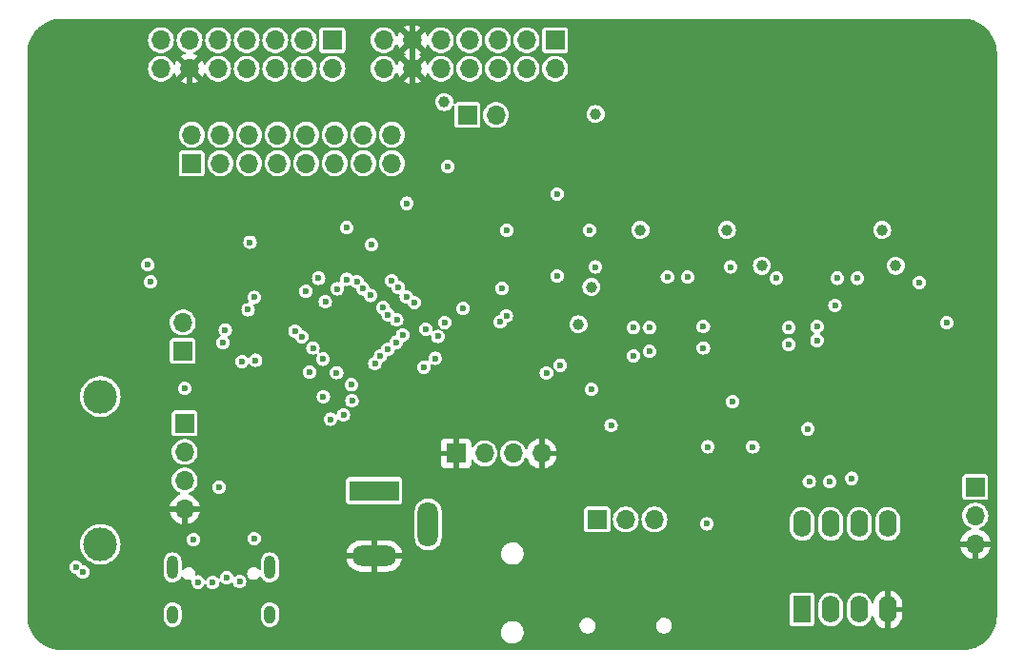
<source format=gbr>
%TF.GenerationSoftware,KiCad,Pcbnew,7.0.1*%
%TF.CreationDate,2024-02-21T01:36:57-05:00*%
%TF.ProjectId,12-30-23-Teacup.kicad_pcb-revC,31322d33-302d-4323-932d-546561637570,B*%
%TF.SameCoordinates,Original*%
%TF.FileFunction,Copper,L2,Inr*%
%TF.FilePolarity,Positive*%
%FSLAX46Y46*%
G04 Gerber Fmt 4.6, Leading zero omitted, Abs format (unit mm)*
G04 Created by KiCad (PCBNEW 7.0.1) date 2024-02-21 01:36:57*
%MOMM*%
%LPD*%
G01*
G04 APERTURE LIST*
%TA.AperFunction,ComponentPad*%
%ADD10C,0.800000*%
%TD*%
%TA.AperFunction,ComponentPad*%
%ADD11C,5.400000*%
%TD*%
%TA.AperFunction,ComponentPad*%
%ADD12R,1.700000X1.700000*%
%TD*%
%TA.AperFunction,ComponentPad*%
%ADD13O,1.700000X1.700000*%
%TD*%
%TA.AperFunction,ComponentPad*%
%ADD14O,1.000000X2.100000*%
%TD*%
%TA.AperFunction,ComponentPad*%
%ADD15O,1.000000X1.600000*%
%TD*%
%TA.AperFunction,ComponentPad*%
%ADD16C,3.000000*%
%TD*%
%TA.AperFunction,ComponentPad*%
%ADD17R,1.600000X2.400000*%
%TD*%
%TA.AperFunction,ComponentPad*%
%ADD18O,1.600000X2.400000*%
%TD*%
%TA.AperFunction,ComponentPad*%
%ADD19R,4.400000X1.800000*%
%TD*%
%TA.AperFunction,ComponentPad*%
%ADD20O,4.000000X1.800000*%
%TD*%
%TA.AperFunction,ComponentPad*%
%ADD21O,1.800000X4.000000*%
%TD*%
%TA.AperFunction,ViaPad*%
%ADD22C,0.600000*%
%TD*%
%TA.AperFunction,ViaPad*%
%ADD23C,1.000000*%
%TD*%
%TA.AperFunction,ViaPad*%
%ADD24C,3.000000*%
%TD*%
%TA.AperFunction,Conductor*%
%ADD25C,0.500000*%
%TD*%
%TA.AperFunction,Conductor*%
%ADD26C,0.200000*%
%TD*%
G04 APERTURE END LIST*
D10*
%TO.N,GND*%
%TO.C,H4*%
X242975000Y-55000000D03*
X243568109Y-53568109D03*
X243568109Y-56431891D03*
X245000000Y-52975000D03*
D11*
X245000000Y-55000000D03*
D10*
X245000000Y-57025000D03*
X246431891Y-53568109D03*
X246431891Y-56431891D03*
X247025000Y-55000000D03*
%TD*%
%TO.N,GND*%
%TO.C,H3*%
X242975000Y-105000000D03*
X243568109Y-103568109D03*
X243568109Y-106431891D03*
X245000000Y-102975000D03*
D11*
X245000000Y-105000000D03*
D10*
X245000000Y-107025000D03*
X246431891Y-103568109D03*
X246431891Y-106431891D03*
X247025000Y-105000000D03*
%TD*%
D12*
%TO.N,GND*%
%TO.C,J12*%
X200010000Y-90590000D03*
D13*
%TO.N,/HPOUTL*%
X202550000Y-90590000D03*
%TO.N,/MICLP*%
X205090000Y-90590000D03*
%TO.N,GND*%
X207630000Y-90590000D03*
%TD*%
D12*
%TO.N,/MDCK*%
%TO.C,J7*%
X208825000Y-53825000D03*
D13*
%TO.N,/MDIO*%
X208825000Y-56365000D03*
%TO.N,/RXD0*%
X206285000Y-53825000D03*
%TO.N,/RXDV*%
X206285000Y-56365000D03*
%TO.N,/TXCLK*%
X203745000Y-53825000D03*
%TO.N,/RXD1*%
X203745000Y-56365000D03*
%TO.N,/TXD0*%
X201205000Y-53825000D03*
%TO.N,/PHYCLK*%
X201205000Y-56365000D03*
%TO.N,/TXEN*%
X198665000Y-53825000D03*
%TO.N,/TXD1*%
X198665000Y-56365000D03*
%TO.N,GND*%
X196125000Y-53825000D03*
X196125000Y-56365000D03*
%TO.N,+3V3*%
X193585000Y-53825000D03*
%TO.N,+5V*%
X193585000Y-56365000D03*
%TD*%
D14*
%TO.N,Net-(J1-SHIELD)*%
%TO.C,J1*%
X174822500Y-100737500D03*
D15*
X174822500Y-104917500D03*
D14*
X183462500Y-100737500D03*
D15*
X183462500Y-104917500D03*
%TD*%
D12*
%TO.N,/UART0_RTS*%
%TO.C,J6*%
X189025000Y-53825000D03*
D13*
%TO.N,/UART0_CTS*%
X189025000Y-56365000D03*
%TO.N,/UART0_TXD*%
X186485000Y-53825000D03*
%TO.N,/UART0_RXD*%
X186485000Y-56365000D03*
%TO.N,/PB30*%
X183945000Y-53825000D03*
%TO.N,/PB31*%
X183945000Y-56365000D03*
%TO.N,/PB27*%
X181405000Y-53825000D03*
%TO.N,/PB28*%
X181405000Y-56365000D03*
%TO.N,/PB25*%
X178865000Y-53825000D03*
%TO.N,/PB26*%
X178865000Y-56365000D03*
%TO.N,/AUX0*%
X176325000Y-53825000D03*
%TO.N,GND*%
X176325000Y-56365000D03*
%TO.N,+3V3*%
X173785000Y-53825000D03*
%TO.N,+5V*%
X173785000Y-56365000D03*
%TD*%
D10*
%TO.N,GND*%
%TO.C,H1*%
X162975000Y-105000000D03*
X163568109Y-103568109D03*
X163568109Y-106431891D03*
X165000000Y-102975000D03*
D11*
X165000000Y-105000000D03*
D10*
X165000000Y-107025000D03*
X166431891Y-103568109D03*
X166431891Y-106431891D03*
X167025000Y-105000000D03*
%TD*%
D12*
%TO.N,/UART_TX*%
%TO.C,J5*%
X246170000Y-93570000D03*
D13*
%TO.N,/UART_RX*%
X246170000Y-96110000D03*
%TO.N,GND*%
X246170000Y-98650000D03*
%TD*%
D12*
%TO.N,/PA15*%
%TO.C,J4*%
X176525000Y-64775000D03*
D13*
%TO.N,+3V3*%
X176525000Y-62235000D03*
%TO.N,/PA18*%
X179065000Y-64775000D03*
%TO.N,+5V*%
X179065000Y-62235000D03*
%TO.N,/PA06*%
X181605000Y-64775000D03*
%TO.N,/PA07*%
X181605000Y-62235000D03*
%TO.N,/PA09*%
X184145000Y-64775000D03*
%TO.N,/PA08*%
X184145000Y-62235000D03*
%TO.N,/PA11*%
X186685000Y-64775000D03*
%TO.N,/PA10*%
X186685000Y-62235000D03*
%TO.N,/PA16*%
X189225000Y-64775000D03*
%TO.N,/PA14*%
X189225000Y-62235000D03*
%TO.N,/PA17*%
X191765000Y-64775000D03*
%TO.N,/PB29*%
X191765000Y-62235000D03*
%TO.N,/PB17*%
X194305000Y-64775000D03*
%TO.N,/PB18*%
X194305000Y-62235000D03*
%TD*%
D12*
%TO.N,+5V*%
%TO.C,J11*%
X175890000Y-87910000D03*
D13*
%TO.N,/USB_D-*%
X175890000Y-90450000D03*
%TO.N,/USB_D+*%
X175890000Y-92990000D03*
%TO.N,GND*%
X175890000Y-95530000D03*
%TD*%
D16*
%TO.N,Net-(J3-Shield)*%
%TO.C,J3*%
X168400000Y-85530000D03*
X168400000Y-98670000D03*
%TD*%
D10*
%TO.N,GND*%
%TO.C,H2*%
X162975000Y-55000000D03*
X163568109Y-53568109D03*
X163568109Y-56431891D03*
X165000000Y-52975000D03*
D11*
X165000000Y-55000000D03*
D10*
X165000000Y-57025000D03*
X166431891Y-53568109D03*
X166431891Y-56431891D03*
X167025000Y-55000000D03*
%TD*%
D12*
%TO.N,Net-(IC1-PPRST_)*%
%TO.C,J9*%
X201025000Y-60475000D03*
D13*
%TO.N,Net-(IC1-BOOT_SEL0_PC00)*%
X203565000Y-60475000D03*
%TD*%
D12*
%TO.N,/I2C0_SDA*%
%TO.C,J14*%
X175725000Y-81465000D03*
D13*
%TO.N,/I2C0_SCK*%
X175725000Y-78925000D03*
%TD*%
D17*
%TO.N,/NOR_CE1*%
%TO.C,U5*%
X230775000Y-104475000D03*
D18*
%TO.N,/NOR_DR*%
X233315000Y-104475000D03*
%TO.N,Net-(U4-IO2)*%
X235855000Y-104475000D03*
%TO.N,GND*%
X238395000Y-104475000D03*
%TO.N,/NOR_DT*%
X238395000Y-96855000D03*
%TO.N,/NOR_CK*%
X235855000Y-96855000D03*
%TO.N,Net-(U4-IO3)*%
X233315000Y-96855000D03*
%TO.N,+3V3*%
X230775000Y-96855000D03*
%TD*%
D19*
%TO.N,+5V*%
%TO.C,J8*%
X192740000Y-93900000D03*
D20*
%TO.N,GND*%
X192740000Y-99700000D03*
D21*
%TO.N,N/C*%
X197540000Y-96900000D03*
%TD*%
D12*
%TO.N,/NOR_CE1*%
%TO.C,J16*%
X212570000Y-96450000D03*
D13*
%TO.N,/NOR_CE*%
X215110000Y-96450000D03*
%TO.N,/NOR_CE2*%
X217650000Y-96450000D03*
%TD*%
D22*
%TO.N,GND*%
X212600000Y-66650000D03*
D23*
X185000000Y-107000000D03*
D22*
X185870000Y-86640000D03*
X194100000Y-71700000D03*
X223000000Y-66600000D03*
D23*
X163000000Y-70000000D03*
D22*
X193579500Y-79090000D03*
X238300000Y-62000000D03*
X185400000Y-73940000D03*
X168048000Y-66176000D03*
X194700000Y-72500000D03*
D23*
X247000000Y-65000000D03*
X190000000Y-107000000D03*
D22*
X184410000Y-98230000D03*
D23*
X244300000Y-84000000D03*
D22*
X227100000Y-78800000D03*
X220700000Y-63000000D03*
X188210000Y-69690000D03*
D23*
X195000000Y-107000000D03*
D22*
X185900000Y-73600000D03*
X196730000Y-74150000D03*
X197440000Y-74840000D03*
X196030000Y-73430000D03*
X184050000Y-69880000D03*
X236500000Y-63950000D03*
D23*
X163000000Y-90000000D03*
D22*
X229100000Y-91500000D03*
X220650000Y-64800000D03*
X214500000Y-59000000D03*
D23*
X213350000Y-107090000D03*
D22*
X221000000Y-66600000D03*
D23*
X163000000Y-65000000D03*
X163000000Y-75000001D03*
D22*
X191850000Y-90850000D03*
X186400000Y-73000000D03*
X191200000Y-87300000D03*
D23*
X163000000Y-84999999D03*
X163140000Y-58800000D03*
X236900000Y-86800000D03*
D22*
X238150000Y-59350000D03*
D23*
X163000000Y-95000000D03*
X180000000Y-107000000D03*
D22*
X168048000Y-68208000D03*
X236500000Y-62100000D03*
X168048000Y-64398000D03*
D23*
X245225000Y-62575000D03*
X209320000Y-107090000D03*
D22*
X183600000Y-84800000D03*
X235500000Y-53100000D03*
X183400000Y-71100000D03*
X223300000Y-64800000D03*
X231050000Y-63000000D03*
X196850000Y-85240000D03*
D23*
X240000000Y-107000000D03*
D22*
X220000000Y-83900000D03*
X187500000Y-88000000D03*
D23*
X163000000Y-100000000D03*
X170000000Y-107000000D03*
X230000000Y-107000000D03*
X225000000Y-107000000D03*
D22*
X238350000Y-65600000D03*
X186660000Y-87450000D03*
X204450000Y-65600000D03*
D24*
X190700000Y-79700000D03*
D22*
X188070000Y-79740000D03*
X185100000Y-85000000D03*
X235500000Y-55000000D03*
D23*
X246850000Y-90390000D03*
D22*
X239300000Y-53000000D03*
X188200000Y-68700000D03*
X231400000Y-66600000D03*
X187949500Y-78950000D03*
X189100000Y-71500000D03*
X197875500Y-75300000D03*
D23*
X170010000Y-105060000D03*
D22*
X213000000Y-63050000D03*
D23*
X247000000Y-60000000D03*
X235000000Y-107000000D03*
D22*
X214500000Y-61800000D03*
X199100000Y-66775000D03*
X212950000Y-64850000D03*
D23*
X247000000Y-75000000D03*
X220700000Y-107060000D03*
X163000000Y-80000001D03*
D22*
X192132863Y-77444315D03*
D23*
X247000000Y-70000000D03*
D22*
X224900000Y-61800000D03*
D23*
X216900000Y-107090000D03*
D22*
X194140000Y-79650000D03*
X197340000Y-84690000D03*
X184040000Y-92680000D03*
X223350000Y-63000000D03*
X224900000Y-58900000D03*
X188350000Y-80575000D03*
X231000000Y-64800000D03*
X202900000Y-72120000D03*
X239300000Y-55100000D03*
X190360000Y-82620000D03*
X236500000Y-65600000D03*
X193680000Y-80340000D03*
X168048000Y-69986000D03*
D23*
X198930000Y-105520000D03*
X175000000Y-107000000D03*
D22*
X236650000Y-59350000D03*
X238350000Y-63950000D03*
%TO.N,Net-(IC1-VREF)*%
X200650000Y-77685500D03*
X193550000Y-77625000D03*
%TO.N,+3V3*%
X193300000Y-81900000D03*
X204530000Y-70740000D03*
D23*
X198971776Y-59316856D03*
X212050000Y-75775000D03*
D22*
X222325000Y-96855000D03*
X212400000Y-74000000D03*
D23*
X227200000Y-73900000D03*
D22*
X235700000Y-75000000D03*
X243629240Y-78960996D03*
X231412500Y-93100000D03*
D23*
X212425000Y-60400000D03*
D22*
X220587500Y-74900000D03*
X228500000Y-75000000D03*
X211875000Y-70725000D03*
X212050000Y-84900000D03*
X192525500Y-72025000D03*
X233900000Y-75000000D03*
X191200000Y-75300000D03*
D23*
X239100000Y-73900000D03*
X216400000Y-70700000D03*
D22*
X213800000Y-88100000D03*
X241200000Y-75374500D03*
X224400000Y-74000000D03*
X218800000Y-74900000D03*
X172874000Y-75320000D03*
X189400000Y-83400000D03*
%TO.N,/USB_D-*%
X178390000Y-102070000D03*
X179630000Y-101640000D03*
%TO.N,/USB_D+*%
X178960000Y-93600000D03*
%TO.N,+1V8*%
X204105000Y-75905000D03*
D23*
X224100000Y-70700000D03*
D22*
X187800000Y-75000000D03*
X195600500Y-76666028D03*
X194287878Y-75202122D03*
X187000000Y-83350000D03*
X190010589Y-87160589D03*
X190300000Y-75100000D03*
X188200000Y-82200000D03*
X188221962Y-85539074D03*
%TO.N,+0V8*%
X188851886Y-87550000D03*
X187300000Y-81200000D03*
D23*
X237900000Y-70700000D03*
D22*
X192800000Y-82600000D03*
X188400000Y-77100000D03*
X191743815Y-75933824D03*
X196300000Y-77149114D03*
X194890901Y-75816528D03*
%TO.N,Net-(IC1-PPRST_)*%
X189454762Y-75945238D03*
X199280000Y-65060000D03*
%TO.N,/PA15*%
X181702603Y-71797397D03*
%TO.N,/MIPI_0_N*%
X182075500Y-76700000D03*
%TO.N,/MIPI_0_P*%
X181536000Y-77800000D03*
%TO.N,/MIPI_CLK_N*%
X179500000Y-79600000D03*
%TO.N,/MIPI_CLK_P*%
X179268790Y-80731759D03*
%TO.N,/MIPI_1_N*%
X182200000Y-82300000D03*
%TO.N,/MIPI_1_P*%
X181000000Y-82400000D03*
%TO.N,/NOR_DT*%
X235200000Y-92800000D03*
X231300000Y-88400000D03*
%TO.N,/MMC0_D1*%
X215800000Y-79400000D03*
X215800000Y-81900000D03*
%TO.N,/MMC0_D0*%
X217200000Y-81500000D03*
X217200000Y-79400000D03*
%TO.N,/MMC0_CLK*%
X222000000Y-81200000D03*
X222000000Y-79300000D03*
%TO.N,/MMC0_CMD*%
X229600000Y-79400000D03*
X229600000Y-80900000D03*
%TO.N,/MMC0_D3*%
X232100000Y-80524500D03*
X232100000Y-79300000D03*
%TO.N,/MICLP*%
X190770000Y-85910000D03*
X190700000Y-84480000D03*
%TO.N,/UART_RX*%
X208046538Y-83416538D03*
X199010886Y-78930000D03*
X194750000Y-78710000D03*
X203957184Y-78882684D03*
%TO.N,/UART_TX*%
X193977521Y-78240613D03*
X197320000Y-79520000D03*
X204487162Y-78352705D03*
X209290000Y-82730000D03*
%TO.N,/PB29*%
X190300000Y-70500000D03*
X192430000Y-76530000D03*
%TO.N,/PB27*%
X195631122Y-68331122D03*
X209000000Y-74800000D03*
X209000000Y-67500000D03*
X233700000Y-77400000D03*
%TO.N,+5V*%
X182080000Y-98160000D03*
D23*
X210900500Y-79100000D03*
D22*
X175900000Y-84800000D03*
X176692500Y-98252500D03*
%TO.N,/I2C0_SCK*%
X186300000Y-80200000D03*
%TO.N,/I2C0_SDA*%
X185700000Y-79700000D03*
%TO.N,Net-(U4-IO2)*%
X222400000Y-90000000D03*
X226400000Y-90000000D03*
%TO.N,/MDCK*%
X193976284Y-81301299D03*
X197168744Y-82900500D03*
%TO.N,/RXD0*%
X198166257Y-82124500D03*
X194700000Y-80700000D03*
%TO.N,/TXD1*%
X198400000Y-80175500D03*
X195270000Y-80050000D03*
%TO.N,/UART0_TXD*%
X166240000Y-100690000D03*
X177080000Y-102030000D03*
%TO.N,/UART0_RXD*%
X166847054Y-101129591D03*
X180780000Y-101980000D03*
%TO.N,Net-(U4-IO3)*%
X224600000Y-85975500D03*
X233237500Y-93100000D03*
%TO.N,/PA18*%
X186680000Y-76150000D03*
%TO.N,Net-(J15-Pin_2)*%
X172620000Y-73796000D03*
%TD*%
D25*
%TO.N,GND*%
X195025000Y-52725000D02*
X196125000Y-53825000D01*
X194950000Y-55190000D02*
X196125000Y-56365000D01*
X194950000Y-55000000D02*
X196125000Y-53825000D01*
X196125000Y-56365000D02*
X197290000Y-55200000D01*
X177570000Y-57610000D02*
X176325000Y-56365000D01*
X194950000Y-55190000D02*
X194940000Y-55190000D01*
X177510000Y-55180000D02*
X176325000Y-56365000D01*
X197290000Y-55200000D02*
X197290000Y-54990000D01*
X196125000Y-58065000D02*
X196125000Y-56365000D01*
X194950000Y-55190000D02*
X194950000Y-55000000D01*
X197290000Y-54990000D02*
X196125000Y-53825000D01*
X194900000Y-57590000D02*
X196125000Y-56365000D01*
X197570000Y-57810000D02*
X196125000Y-56365000D01*
D26*
X196125000Y-58065000D02*
X196110000Y-58080000D01*
D25*
X175160000Y-57530000D02*
X176325000Y-56365000D01*
X196125000Y-53825000D02*
X197125000Y-52825000D01*
X175170000Y-55210000D02*
X176325000Y-56365000D01*
X194900000Y-57590000D02*
X194900000Y-57600000D01*
%TD*%
%TA.AperFunction,Conductor*%
%TO.N,GND*%
G36*
X245002595Y-51900636D02*
G01*
X245133464Y-51907494D01*
X245326004Y-51918307D01*
X245335909Y-51919367D01*
X245489630Y-51943714D01*
X245490444Y-51943848D01*
X245658005Y-51972318D01*
X245667015Y-51974285D01*
X245821588Y-52015703D01*
X245823229Y-52016159D01*
X245982208Y-52061960D01*
X245990244Y-52064655D01*
X246141338Y-52122655D01*
X246143572Y-52123546D01*
X246294728Y-52186157D01*
X246301787Y-52189411D01*
X246446754Y-52263275D01*
X246449660Y-52264818D01*
X246591986Y-52343479D01*
X246597987Y-52347079D01*
X246734858Y-52435965D01*
X246738226Y-52438252D01*
X246870408Y-52532040D01*
X246875422Y-52535843D01*
X247002484Y-52638735D01*
X247006138Y-52641844D01*
X247096719Y-52722793D01*
X247126799Y-52749674D01*
X247130835Y-52753488D01*
X247246510Y-52869163D01*
X247250324Y-52873199D01*
X247358143Y-52993848D01*
X247361263Y-52997514D01*
X247464155Y-53124576D01*
X247467958Y-53129590D01*
X247561746Y-53261772D01*
X247564033Y-53265140D01*
X247652910Y-53401997D01*
X247656529Y-53408029D01*
X247735170Y-53550320D01*
X247736733Y-53553263D01*
X247810587Y-53698211D01*
X247813841Y-53705270D01*
X247876425Y-53856359D01*
X247877386Y-53858767D01*
X247935335Y-54009730D01*
X247938041Y-54017801D01*
X247983819Y-54176698D01*
X247984315Y-54178482D01*
X248025709Y-54332968D01*
X248027683Y-54342008D01*
X248056125Y-54509406D01*
X248056305Y-54510502D01*
X248080629Y-54664075D01*
X248081692Y-54674011D01*
X248092505Y-54866552D01*
X248092525Y-54866921D01*
X248099364Y-54997405D01*
X248099500Y-55002587D01*
X248099500Y-104997413D01*
X248099364Y-105002595D01*
X248092525Y-105133077D01*
X248092505Y-105133446D01*
X248081692Y-105325987D01*
X248080629Y-105335923D01*
X248056305Y-105489496D01*
X248056125Y-105490592D01*
X248027683Y-105657990D01*
X248025709Y-105667030D01*
X247984315Y-105821516D01*
X247983819Y-105823300D01*
X247938041Y-105982197D01*
X247935335Y-105990268D01*
X247877386Y-106141231D01*
X247876425Y-106143639D01*
X247813841Y-106294728D01*
X247810587Y-106301787D01*
X247736733Y-106446735D01*
X247735170Y-106449678D01*
X247656529Y-106591969D01*
X247652910Y-106598001D01*
X247564033Y-106734858D01*
X247561746Y-106738226D01*
X247467958Y-106870408D01*
X247464155Y-106875422D01*
X247361263Y-107002484D01*
X247358143Y-107006150D01*
X247250324Y-107126799D01*
X247246510Y-107130835D01*
X247130835Y-107246510D01*
X247126799Y-107250324D01*
X247006150Y-107358143D01*
X247002484Y-107361263D01*
X246875422Y-107464155D01*
X246870408Y-107467958D01*
X246738226Y-107561746D01*
X246734858Y-107564033D01*
X246598001Y-107652910D01*
X246591969Y-107656529D01*
X246449678Y-107735170D01*
X246446735Y-107736733D01*
X246301787Y-107810587D01*
X246294728Y-107813841D01*
X246143639Y-107876425D01*
X246141231Y-107877386D01*
X245990268Y-107935335D01*
X245982197Y-107938041D01*
X245823300Y-107983819D01*
X245821516Y-107984315D01*
X245667030Y-108025709D01*
X245657990Y-108027683D01*
X245490592Y-108056125D01*
X245489496Y-108056305D01*
X245335923Y-108080629D01*
X245325987Y-108081692D01*
X245133446Y-108092505D01*
X245133077Y-108092525D01*
X245002595Y-108099364D01*
X244997413Y-108099500D01*
X165002587Y-108099500D01*
X164997405Y-108099364D01*
X164866921Y-108092525D01*
X164866552Y-108092505D01*
X164674011Y-108081692D01*
X164664075Y-108080629D01*
X164510502Y-108056305D01*
X164509406Y-108056125D01*
X164342008Y-108027683D01*
X164332968Y-108025709D01*
X164178482Y-107984315D01*
X164176698Y-107983819D01*
X164017801Y-107938041D01*
X164009730Y-107935335D01*
X163976082Y-107922419D01*
X163858740Y-107877375D01*
X163856359Y-107876425D01*
X163705270Y-107813841D01*
X163698211Y-107810587D01*
X163553263Y-107736733D01*
X163550320Y-107735170D01*
X163408029Y-107656529D01*
X163401997Y-107652910D01*
X163265140Y-107564033D01*
X163261772Y-107561746D01*
X163129590Y-107467958D01*
X163124576Y-107464155D01*
X162997514Y-107361263D01*
X162993848Y-107358143D01*
X162873199Y-107250324D01*
X162869163Y-107246510D01*
X162753488Y-107130835D01*
X162749674Y-107126799D01*
X162735172Y-107110571D01*
X162641844Y-107006138D01*
X162638735Y-107002484D01*
X162535843Y-106875422D01*
X162532040Y-106870408D01*
X162438252Y-106738226D01*
X162435965Y-106734858D01*
X162379094Y-106647285D01*
X162347079Y-106597987D01*
X162343479Y-106591986D01*
X162318029Y-106545938D01*
X204025630Y-106545938D01*
X204056443Y-106747072D01*
X204127112Y-106937885D01*
X204234747Y-107110571D01*
X204363968Y-107246510D01*
X204374941Y-107258053D01*
X204541951Y-107374295D01*
X204728942Y-107454540D01*
X204928259Y-107495500D01*
X205080742Y-107495500D01*
X205080744Y-107495500D01*
X205156590Y-107487786D01*
X205232438Y-107480074D01*
X205426588Y-107419159D01*
X205604502Y-107320409D01*
X205758895Y-107187866D01*
X205883448Y-107026958D01*
X205973060Y-106844271D01*
X206024063Y-106647285D01*
X206034369Y-106444064D01*
X206031936Y-106428183D01*
X206003556Y-106242927D01*
X205932887Y-106052114D01*
X205891090Y-105985057D01*
X210999500Y-105985057D01*
X211040209Y-106150223D01*
X211119266Y-106300854D01*
X211215545Y-106409529D01*
X211232071Y-106428183D01*
X211372070Y-106524818D01*
X211531128Y-106585140D01*
X211594378Y-106592820D01*
X211657627Y-106600500D01*
X211657628Y-106600500D01*
X211742372Y-106600500D01*
X211742373Y-106600500D01*
X211784538Y-106595379D01*
X211868872Y-106585140D01*
X212027930Y-106524818D01*
X212167929Y-106428183D01*
X212279906Y-106301787D01*
X212280733Y-106300854D01*
X212301818Y-106260680D01*
X212359790Y-106150225D01*
X212396110Y-106002867D01*
X212400500Y-105985057D01*
X217799500Y-105985057D01*
X217840209Y-106150223D01*
X217919266Y-106300854D01*
X218015545Y-106409529D01*
X218032071Y-106428183D01*
X218172070Y-106524818D01*
X218331128Y-106585140D01*
X218394378Y-106592820D01*
X218457627Y-106600500D01*
X218457628Y-106600500D01*
X218542372Y-106600500D01*
X218542373Y-106600500D01*
X218584538Y-106595379D01*
X218668872Y-106585140D01*
X218827930Y-106524818D01*
X218967929Y-106428183D01*
X219079906Y-106301787D01*
X219080733Y-106300854D01*
X219101818Y-106260680D01*
X219159790Y-106150225D01*
X219196110Y-106002867D01*
X219200500Y-105985057D01*
X219200500Y-105814943D01*
X219177065Y-105719862D01*
X229674500Y-105719862D01*
X229677032Y-105741693D01*
X229677415Y-105744991D01*
X229697451Y-105790368D01*
X229722793Y-105847764D01*
X229722794Y-105847765D01*
X229802235Y-105927206D01*
X229905009Y-105972585D01*
X229930135Y-105975500D01*
X231619864Y-105975499D01*
X231644991Y-105972585D01*
X231747765Y-105927206D01*
X231827206Y-105847765D01*
X231872585Y-105744991D01*
X231875500Y-105719865D01*
X231875500Y-104927425D01*
X232214500Y-104927425D01*
X232221183Y-104997413D01*
X232229472Y-105084219D01*
X232288683Y-105285875D01*
X232384989Y-105472682D01*
X232514908Y-105637887D01*
X232673740Y-105775516D01*
X232673741Y-105775516D01*
X232673744Y-105775519D01*
X232855756Y-105880604D01*
X233054367Y-105949344D01*
X233113167Y-105957798D01*
X233262395Y-105979254D01*
X233262397Y-105979253D01*
X233262398Y-105979254D01*
X233472330Y-105969254D01*
X233579358Y-105943289D01*
X233676574Y-105919705D01*
X233702864Y-105907698D01*
X233867753Y-105832396D01*
X234025781Y-105719865D01*
X234038948Y-105710489D01*
X234038948Y-105710488D01*
X234038952Y-105710486D01*
X234183986Y-105558378D01*
X234297613Y-105381572D01*
X234301519Y-105371817D01*
X234375724Y-105186460D01*
X234386335Y-105131408D01*
X234415500Y-104980085D01*
X234415500Y-104927425D01*
X234754500Y-104927425D01*
X234761183Y-104997413D01*
X234769472Y-105084219D01*
X234828683Y-105285875D01*
X234924989Y-105472682D01*
X235054908Y-105637887D01*
X235213740Y-105775516D01*
X235213741Y-105775516D01*
X235213744Y-105775519D01*
X235395756Y-105880604D01*
X235594367Y-105949344D01*
X235653167Y-105957798D01*
X235802395Y-105979254D01*
X235802397Y-105979253D01*
X235802398Y-105979254D01*
X236012330Y-105969254D01*
X236119358Y-105943289D01*
X236216574Y-105919705D01*
X236242864Y-105907698D01*
X236407753Y-105832396D01*
X236565781Y-105719865D01*
X236578948Y-105710489D01*
X236578948Y-105710488D01*
X236578952Y-105710486D01*
X236723986Y-105558378D01*
X236837613Y-105381572D01*
X236841519Y-105371817D01*
X236904354Y-105214860D01*
X236915725Y-105186457D01*
X236925007Y-105138295D01*
X236948332Y-105091138D01*
X236992523Y-105062590D01*
X237045100Y-105060712D01*
X237091215Y-105086035D01*
X237117845Y-105131408D01*
X237168734Y-105321329D01*
X237264864Y-105527480D01*
X237395335Y-105713812D01*
X237556187Y-105874664D01*
X237742519Y-106005135D01*
X237948670Y-106101265D01*
X238145000Y-106153872D01*
X238645000Y-106153872D01*
X238841329Y-106101265D01*
X239047480Y-106005135D01*
X239233812Y-105874664D01*
X239394664Y-105713812D01*
X239525135Y-105527480D01*
X239621265Y-105321329D01*
X239680141Y-105101601D01*
X239695000Y-104931766D01*
X239695000Y-104725001D01*
X239694999Y-104725000D01*
X238645001Y-104725000D01*
X238645000Y-104725001D01*
X238645000Y-106153872D01*
X238145000Y-106153872D01*
X238145000Y-102796128D01*
X238645000Y-102796128D01*
X238645000Y-104224999D01*
X238645001Y-104225000D01*
X239694999Y-104225000D01*
X239695000Y-104224999D01*
X239695000Y-104018234D01*
X239680141Y-103848398D01*
X239621265Y-103628670D01*
X239525135Y-103422519D01*
X239394664Y-103236187D01*
X239233812Y-103075335D01*
X239047480Y-102944864D01*
X238841329Y-102848734D01*
X238645000Y-102796128D01*
X238145000Y-102796128D01*
X237948670Y-102848734D01*
X237742519Y-102944864D01*
X237556187Y-103075335D01*
X237395335Y-103236187D01*
X237264864Y-103422519D01*
X237168734Y-103628670D01*
X237117897Y-103818397D01*
X237092606Y-103862444D01*
X237048802Y-103888152D01*
X236998015Y-103888757D01*
X236953612Y-103864097D01*
X236927280Y-103820665D01*
X236881316Y-103664124D01*
X236785010Y-103477317D01*
X236655091Y-103312112D01*
X236496259Y-103174483D01*
X236397742Y-103117604D01*
X236314244Y-103069396D01*
X236115633Y-103000656D01*
X236115632Y-103000655D01*
X236115630Y-103000655D01*
X235907604Y-102970745D01*
X235697667Y-102980746D01*
X235493425Y-103030294D01*
X235302245Y-103117604D01*
X235131051Y-103239510D01*
X234986013Y-103391622D01*
X234872384Y-103568431D01*
X234794275Y-103763539D01*
X234762455Y-103928640D01*
X234754500Y-103969915D01*
X234754500Y-104927425D01*
X234415500Y-104927425D01*
X234415500Y-104022575D01*
X234400528Y-103865782D01*
X234341316Y-103664125D01*
X234341316Y-103664124D01*
X234245010Y-103477317D01*
X234115091Y-103312112D01*
X233956259Y-103174483D01*
X233857742Y-103117604D01*
X233774244Y-103069396D01*
X233575633Y-103000656D01*
X233575632Y-103000655D01*
X233575630Y-103000655D01*
X233367604Y-102970745D01*
X233157667Y-102980746D01*
X232953425Y-103030294D01*
X232762245Y-103117604D01*
X232591051Y-103239510D01*
X232446013Y-103391622D01*
X232332384Y-103568431D01*
X232254275Y-103763539D01*
X232222455Y-103928640D01*
X232214500Y-103969915D01*
X232214500Y-104927425D01*
X231875500Y-104927425D01*
X231875499Y-103230136D01*
X231872585Y-103205009D01*
X231827206Y-103102235D01*
X231747765Y-103022794D01*
X231747764Y-103022793D01*
X231644989Y-102977414D01*
X231619867Y-102974500D01*
X229930137Y-102974500D01*
X229905009Y-102977415D01*
X229802235Y-103022793D01*
X229722793Y-103102235D01*
X229677414Y-103205010D01*
X229674500Y-103230132D01*
X229674500Y-105719862D01*
X219177065Y-105719862D01*
X219177040Y-105719760D01*
X219159790Y-105649775D01*
X219111820Y-105558377D01*
X219080733Y-105499145D01*
X218967930Y-105371818D01*
X218967929Y-105371817D01*
X218827930Y-105275182D01*
X218730753Y-105238328D01*
X218668870Y-105214859D01*
X218542373Y-105199500D01*
X218542372Y-105199500D01*
X218457628Y-105199500D01*
X218457627Y-105199500D01*
X218331129Y-105214859D01*
X218172070Y-105275182D01*
X218032069Y-105371818D01*
X217919266Y-105499145D01*
X217840209Y-105649776D01*
X217799500Y-105814943D01*
X217799500Y-105985057D01*
X212400500Y-105985057D01*
X212400500Y-105814943D01*
X212377040Y-105719760D01*
X212359790Y-105649775D01*
X212311820Y-105558377D01*
X212280733Y-105499145D01*
X212167930Y-105371818D01*
X212167929Y-105371817D01*
X212027930Y-105275182D01*
X211930753Y-105238328D01*
X211868870Y-105214859D01*
X211742373Y-105199500D01*
X211742372Y-105199500D01*
X211657628Y-105199500D01*
X211657627Y-105199500D01*
X211531129Y-105214859D01*
X211372070Y-105275182D01*
X211232069Y-105371818D01*
X211119266Y-105499145D01*
X211040209Y-105649776D01*
X210999500Y-105814943D01*
X210999500Y-105985057D01*
X205891090Y-105985057D01*
X205825252Y-105879428D01*
X205685061Y-105731949D01*
X205685060Y-105731948D01*
X205685059Y-105731947D01*
X205518049Y-105615705D01*
X205518048Y-105615704D01*
X205518046Y-105615703D01*
X205331059Y-105535460D01*
X205264619Y-105521806D01*
X205131741Y-105494500D01*
X204979258Y-105494500D01*
X204979256Y-105494500D01*
X204827563Y-105509925D01*
X204633409Y-105570841D01*
X204455499Y-105669589D01*
X204301106Y-105802133D01*
X204301105Y-105802134D01*
X204291190Y-105814943D01*
X204176551Y-105963042D01*
X204086940Y-106145728D01*
X204035936Y-106342716D01*
X204025630Y-106545938D01*
X162318029Y-106545938D01*
X162264818Y-106449660D01*
X162263265Y-106446735D01*
X162253812Y-106428183D01*
X162189411Y-106301787D01*
X162186157Y-106294728D01*
X162164700Y-106242927D01*
X162123546Y-106143572D01*
X162122655Y-106141338D01*
X162064655Y-105990244D01*
X162061960Y-105982208D01*
X162016159Y-105823229D01*
X162015703Y-105821588D01*
X161974285Y-105667015D01*
X161972318Y-105658005D01*
X161943848Y-105490444D01*
X161943714Y-105489630D01*
X161919367Y-105335909D01*
X161918307Y-105326004D01*
X161914738Y-105262451D01*
X174022000Y-105262451D01*
X174037132Y-105396758D01*
X174085667Y-105535460D01*
X174096711Y-105567022D01*
X174192684Y-105719762D01*
X174320238Y-105847316D01*
X174472978Y-105943289D01*
X174565029Y-105975499D01*
X174643241Y-106002867D01*
X174643242Y-106002867D01*
X174643245Y-106002868D01*
X174822500Y-106023065D01*
X175001755Y-106002868D01*
X175172022Y-105943289D01*
X175324762Y-105847316D01*
X175452316Y-105719762D01*
X175548289Y-105567022D01*
X175607868Y-105396755D01*
X175623000Y-105262454D01*
X175623000Y-105262451D01*
X182662000Y-105262451D01*
X182677132Y-105396758D01*
X182725667Y-105535460D01*
X182736711Y-105567022D01*
X182832684Y-105719762D01*
X182960238Y-105847316D01*
X183112978Y-105943289D01*
X183205029Y-105975499D01*
X183283241Y-106002867D01*
X183283242Y-106002867D01*
X183283245Y-106002868D01*
X183462500Y-106023065D01*
X183641755Y-106002868D01*
X183812022Y-105943289D01*
X183964762Y-105847316D01*
X184092316Y-105719762D01*
X184188289Y-105567022D01*
X184247868Y-105396755D01*
X184263000Y-105262454D01*
X184263000Y-104572546D01*
X184247868Y-104438245D01*
X184188289Y-104267978D01*
X184092316Y-104115238D01*
X183964762Y-103987684D01*
X183812022Y-103891711D01*
X183801851Y-103888152D01*
X183641758Y-103832132D01*
X183462500Y-103811935D01*
X183283241Y-103832132D01*
X183112980Y-103891710D01*
X182960239Y-103987683D01*
X182832683Y-104115239D01*
X182736710Y-104267980D01*
X182677132Y-104438241D01*
X182662000Y-104572549D01*
X182662000Y-105262451D01*
X175623000Y-105262451D01*
X175623000Y-104572546D01*
X175607868Y-104438245D01*
X175548289Y-104267978D01*
X175452316Y-104115238D01*
X175324762Y-103987684D01*
X175172022Y-103891711D01*
X175161851Y-103888152D01*
X175001758Y-103832132D01*
X174822500Y-103811935D01*
X174643241Y-103832132D01*
X174472980Y-103891710D01*
X174320239Y-103987683D01*
X174192683Y-104115239D01*
X174096710Y-104267980D01*
X174037132Y-104438241D01*
X174022000Y-104572549D01*
X174022000Y-105262451D01*
X161914738Y-105262451D01*
X161907493Y-105133446D01*
X161900636Y-105002595D01*
X161900500Y-104997414D01*
X161900500Y-100689999D01*
X165634318Y-100689999D01*
X165654955Y-100846761D01*
X165715464Y-100992841D01*
X165811717Y-101118282D01*
X165907971Y-101192139D01*
X165937159Y-101214536D01*
X166083238Y-101275044D01*
X166210697Y-101291824D01*
X166258042Y-101311435D01*
X166289239Y-101352090D01*
X166322518Y-101432432D01*
X166322519Y-101432433D01*
X166418771Y-101557873D01*
X166475912Y-101601718D01*
X166544213Y-101654127D01*
X166690292Y-101714635D01*
X166847054Y-101735273D01*
X167003816Y-101714635D01*
X167149895Y-101654127D01*
X167275336Y-101557873D01*
X167371590Y-101432432D01*
X167413002Y-101332454D01*
X174022000Y-101332454D01*
X174026717Y-101374318D01*
X174037132Y-101466758D01*
X174094014Y-101629315D01*
X174096711Y-101637022D01*
X174192684Y-101789762D01*
X174320238Y-101917316D01*
X174472978Y-102013289D01*
X174581351Y-102051210D01*
X174643241Y-102072867D01*
X174643242Y-102072867D01*
X174643245Y-102072868D01*
X174822500Y-102093065D01*
X175001755Y-102072868D01*
X175172022Y-102013289D01*
X175324762Y-101917316D01*
X175452316Y-101789762D01*
X175548289Y-101637022D01*
X175569966Y-101575070D01*
X175599892Y-101531833D01*
X175647740Y-101510018D01*
X175700009Y-101515784D01*
X175741952Y-101547503D01*
X175842048Y-101677951D01*
X175916751Y-101735272D01*
X175962267Y-101770198D01*
X176090316Y-101823238D01*
X176102264Y-101828187D01*
X176214779Y-101843000D01*
X176214780Y-101843000D01*
X176290219Y-101843000D01*
X176290220Y-101843000D01*
X176374703Y-101831877D01*
X176433336Y-101842215D01*
X176475438Y-101884316D01*
X176485777Y-101942951D01*
X176474318Y-102029999D01*
X176494955Y-102186761D01*
X176555464Y-102332841D01*
X176651717Y-102458282D01*
X176747971Y-102532139D01*
X176777159Y-102554536D01*
X176923238Y-102615044D01*
X177080000Y-102635682D01*
X177236762Y-102615044D01*
X177382841Y-102554536D01*
X177508282Y-102458282D01*
X177604536Y-102332841D01*
X177635252Y-102258685D01*
X177671713Y-102214257D01*
X177726714Y-102197572D01*
X177781716Y-102214256D01*
X177818179Y-102258686D01*
X177865464Y-102372841D01*
X177961717Y-102498282D01*
X178035030Y-102554536D01*
X178087159Y-102594536D01*
X178233238Y-102655044D01*
X178390000Y-102675682D01*
X178546762Y-102655044D01*
X178692841Y-102594536D01*
X178818282Y-102498282D01*
X178914536Y-102372841D01*
X178975044Y-102226762D01*
X178994851Y-102076304D01*
X179018572Y-102023954D01*
X179067381Y-101993602D01*
X179124827Y-101995483D01*
X179171546Y-102028962D01*
X179201717Y-102068282D01*
X179276904Y-102125974D01*
X179327159Y-102164536D01*
X179473238Y-102225044D01*
X179630000Y-102245682D01*
X179786762Y-102225044D01*
X179932841Y-102164536D01*
X180038188Y-102083700D01*
X180085529Y-102064090D01*
X180136332Y-102070774D01*
X180176988Y-102101962D01*
X180186939Y-102125974D01*
X180189968Y-102124720D01*
X180255464Y-102282841D01*
X180351717Y-102408282D01*
X180416879Y-102458282D01*
X180477159Y-102504536D01*
X180623238Y-102565044D01*
X180780000Y-102585682D01*
X180936762Y-102565044D01*
X181082841Y-102504536D01*
X181208282Y-102408282D01*
X181304536Y-102282841D01*
X181365044Y-102136762D01*
X181385682Y-101980000D01*
X181365044Y-101823238D01*
X181304536Y-101677159D01*
X181277341Y-101641718D01*
X181208282Y-101551717D01*
X181082841Y-101455464D01*
X180936761Y-101394955D01*
X180780000Y-101374318D01*
X180623238Y-101394955D01*
X180477158Y-101455464D01*
X180371809Y-101536300D01*
X180324412Y-101555917D01*
X180273559Y-101549180D01*
X180232904Y-101517898D01*
X180223067Y-101494022D01*
X180220032Y-101495280D01*
X180208218Y-101466758D01*
X180154536Y-101337159D01*
X180122710Y-101295682D01*
X180101085Y-101267499D01*
X181452034Y-101267499D01*
X181471812Y-101417735D01*
X181529802Y-101557733D01*
X181622048Y-101677951D01*
X181696751Y-101735272D01*
X181742267Y-101770198D01*
X181870316Y-101823238D01*
X181882264Y-101828187D01*
X181994779Y-101843000D01*
X181994780Y-101843000D01*
X182070220Y-101843000D01*
X182070221Y-101843000D01*
X182126478Y-101835593D01*
X182182736Y-101828187D01*
X182322733Y-101770198D01*
X182442951Y-101677951D01*
X182535198Y-101557733D01*
X182535198Y-101557730D01*
X182543047Y-101547503D01*
X182584989Y-101515784D01*
X182637258Y-101510018D01*
X182685106Y-101531832D01*
X182715033Y-101575071D01*
X182736710Y-101637019D01*
X182736711Y-101637022D01*
X182832684Y-101789762D01*
X182960238Y-101917316D01*
X183112978Y-102013289D01*
X183221351Y-102051210D01*
X183283241Y-102072867D01*
X183283242Y-102072867D01*
X183283245Y-102072868D01*
X183462500Y-102093065D01*
X183641755Y-102072868D01*
X183812022Y-102013289D01*
X183964762Y-101917316D01*
X184092316Y-101789762D01*
X184188289Y-101637022D01*
X184247868Y-101466755D01*
X184263000Y-101332454D01*
X184263000Y-100142546D01*
X184247868Y-100008245D01*
X184227487Y-99950000D01*
X190261734Y-99950000D01*
X190296525Y-100111434D01*
X190385383Y-100332562D01*
X190510333Y-100535494D01*
X190667782Y-100714392D01*
X190853204Y-100864109D01*
X191061250Y-100980332D01*
X191285955Y-101059725D01*
X191520842Y-101100000D01*
X192489999Y-101100000D01*
X192490000Y-101099999D01*
X192990000Y-101099999D01*
X192990001Y-101100000D01*
X193899477Y-101100000D01*
X194077452Y-101084851D01*
X194308083Y-101024799D01*
X194525243Y-100926637D01*
X194722686Y-100793189D01*
X194894739Y-100628289D01*
X195036451Y-100436682D01*
X195143743Y-100223882D01*
X195213525Y-99996018D01*
X195219419Y-99950000D01*
X192990001Y-99950000D01*
X192990000Y-99950001D01*
X192990000Y-101099999D01*
X192490000Y-101099999D01*
X192490000Y-99950001D01*
X192489999Y-99950000D01*
X190261734Y-99950000D01*
X184227487Y-99950000D01*
X184188289Y-99837978D01*
X184092316Y-99685238D01*
X183964762Y-99557684D01*
X183946068Y-99545938D01*
X204025630Y-99545938D01*
X204056443Y-99747072D01*
X204127112Y-99937885D01*
X204234747Y-100110571D01*
X204351745Y-100233651D01*
X204374941Y-100258053D01*
X204541951Y-100374295D01*
X204728942Y-100454540D01*
X204928259Y-100495500D01*
X205080742Y-100495500D01*
X205080744Y-100495500D01*
X205156590Y-100487786D01*
X205232438Y-100480074D01*
X205426588Y-100419159D01*
X205604502Y-100320409D01*
X205758895Y-100187866D01*
X205883448Y-100026958D01*
X205973060Y-99844271D01*
X206024063Y-99647285D01*
X206034369Y-99444064D01*
X206028228Y-99403981D01*
X206003556Y-99242927D01*
X205932887Y-99052114D01*
X205838075Y-98900000D01*
X244839364Y-98900000D01*
X244896570Y-99113495D01*
X244996398Y-99327576D01*
X245131887Y-99521074D01*
X245298925Y-99688112D01*
X245492423Y-99823601D01*
X245706504Y-99923429D01*
X245920000Y-99980636D01*
X246420000Y-99980636D01*
X246633495Y-99923429D01*
X246847576Y-99823601D01*
X247041074Y-99688112D01*
X247208112Y-99521074D01*
X247343601Y-99327576D01*
X247443429Y-99113495D01*
X247500636Y-98900000D01*
X246420001Y-98900000D01*
X246420000Y-98900001D01*
X246420000Y-99980636D01*
X245920000Y-99980636D01*
X245920000Y-98900001D01*
X245919999Y-98900000D01*
X244839364Y-98900000D01*
X205838075Y-98900000D01*
X205825252Y-98879428D01*
X205685061Y-98731949D01*
X205685060Y-98731948D01*
X205685059Y-98731947D01*
X205518049Y-98615705D01*
X205518048Y-98615704D01*
X205518046Y-98615703D01*
X205331059Y-98535460D01*
X205264619Y-98521806D01*
X205131741Y-98494500D01*
X204979258Y-98494500D01*
X204979256Y-98494500D01*
X204827563Y-98509925D01*
X204633409Y-98570841D01*
X204455499Y-98669589D01*
X204330340Y-98777036D01*
X204301105Y-98802134D01*
X204278150Y-98831788D01*
X204176551Y-98963042D01*
X204086940Y-99145728D01*
X204035936Y-99342716D01*
X204025630Y-99545938D01*
X183946068Y-99545938D01*
X183812022Y-99461711D01*
X183778554Y-99450000D01*
X183778551Y-99449999D01*
X190260580Y-99449999D01*
X190260581Y-99450000D01*
X192489999Y-99450000D01*
X192490000Y-99449999D01*
X192990000Y-99449999D01*
X192990001Y-99450000D01*
X195218266Y-99450000D01*
X195218266Y-99449999D01*
X195183474Y-99288565D01*
X195094616Y-99067437D01*
X194969666Y-98864505D01*
X194812217Y-98685607D01*
X194626795Y-98535890D01*
X194418749Y-98419667D01*
X194194044Y-98340274D01*
X193959158Y-98300000D01*
X192990001Y-98300000D01*
X192990000Y-98300001D01*
X192990000Y-99449999D01*
X192490000Y-99449999D01*
X192490000Y-98300001D01*
X192489999Y-98300000D01*
X191580523Y-98300000D01*
X191402547Y-98315148D01*
X191171916Y-98375200D01*
X190954756Y-98473362D01*
X190757313Y-98606810D01*
X190585260Y-98771710D01*
X190443548Y-98963317D01*
X190336256Y-99176117D01*
X190266474Y-99403981D01*
X190260580Y-99449999D01*
X183778551Y-99449999D01*
X183641758Y-99402132D01*
X183462500Y-99381935D01*
X183283241Y-99402132D01*
X183112980Y-99461710D01*
X182960239Y-99557683D01*
X182832683Y-99685239D01*
X182736710Y-99837980D01*
X182677132Y-100008241D01*
X182668863Y-100081631D01*
X182665506Y-100111434D01*
X182662000Y-100142549D01*
X182662000Y-100850874D01*
X182643472Y-100908539D01*
X182594822Y-100944620D01*
X182534262Y-100945611D01*
X182484458Y-100911141D01*
X182442951Y-100857048D01*
X182322733Y-100764802D01*
X182182735Y-100706812D01*
X182070221Y-100692000D01*
X182070220Y-100692000D01*
X181994780Y-100692000D01*
X181994779Y-100692000D01*
X181882264Y-100706812D01*
X181742266Y-100764802D01*
X181622048Y-100857048D01*
X181529802Y-100977266D01*
X181471812Y-101117264D01*
X181452034Y-101267499D01*
X180101085Y-101267499D01*
X180058282Y-101211717D01*
X179932841Y-101115464D01*
X179786761Y-101054955D01*
X179630000Y-101034318D01*
X179473238Y-101054955D01*
X179327158Y-101115464D01*
X179201717Y-101211717D01*
X179105464Y-101337158D01*
X179044955Y-101483238D01*
X179025148Y-101633692D01*
X179001427Y-101686045D01*
X178952618Y-101716397D01*
X178895172Y-101714516D01*
X178848453Y-101681037D01*
X178818282Y-101641717D01*
X178692841Y-101545464D01*
X178546761Y-101484955D01*
X178390000Y-101464318D01*
X178233238Y-101484955D01*
X178087158Y-101545464D01*
X177961717Y-101641717D01*
X177865464Y-101767158D01*
X177834748Y-101841313D01*
X177798285Y-101885743D01*
X177743284Y-101902427D01*
X177688283Y-101885742D01*
X177651820Y-101841313D01*
X177647911Y-101831877D01*
X177604536Y-101727159D01*
X177604535Y-101727158D01*
X177604535Y-101727157D01*
X177508282Y-101601717D01*
X177382841Y-101505464D01*
X177236761Y-101444955D01*
X177100637Y-101427034D01*
X177080000Y-101424318D01*
X177079999Y-101424318D01*
X176935513Y-101443339D01*
X176876878Y-101433000D01*
X176834778Y-101390899D01*
X176824439Y-101332265D01*
X176832966Y-101267500D01*
X176813187Y-101117264D01*
X176755198Y-100977267D01*
X176716348Y-100926637D01*
X176662951Y-100857048D01*
X176542733Y-100764802D01*
X176402735Y-100706812D01*
X176290221Y-100692000D01*
X176290220Y-100692000D01*
X176214780Y-100692000D01*
X176214779Y-100692000D01*
X176102264Y-100706812D01*
X175962266Y-100764802D01*
X175842048Y-100857048D01*
X175800542Y-100911141D01*
X175750738Y-100945611D01*
X175690178Y-100944620D01*
X175641528Y-100908539D01*
X175623000Y-100850874D01*
X175623000Y-100142549D01*
X175623000Y-100142546D01*
X175607868Y-100008245D01*
X175548289Y-99837978D01*
X175452316Y-99685238D01*
X175324762Y-99557684D01*
X175172022Y-99461711D01*
X175138554Y-99450000D01*
X175001758Y-99402132D01*
X174822500Y-99381935D01*
X174643241Y-99402132D01*
X174472980Y-99461710D01*
X174320239Y-99557683D01*
X174192683Y-99685239D01*
X174096710Y-99837980D01*
X174037132Y-100008241D01*
X174028863Y-100081631D01*
X174022000Y-100142546D01*
X174022000Y-101332454D01*
X167413002Y-101332454D01*
X167432098Y-101286353D01*
X167452736Y-101129591D01*
X167432098Y-100972829D01*
X167371590Y-100826750D01*
X167324056Y-100764802D01*
X167275336Y-100701308D01*
X167149895Y-100605055D01*
X167003815Y-100544546D01*
X166876355Y-100527766D01*
X166829009Y-100508155D01*
X166797813Y-100467498D01*
X166785049Y-100436682D01*
X166764536Y-100387159D01*
X166736589Y-100350738D01*
X166668282Y-100261717D01*
X166542841Y-100165464D01*
X166396761Y-100104955D01*
X166240000Y-100084318D01*
X166083238Y-100104955D01*
X165937158Y-100165464D01*
X165811717Y-100261717D01*
X165715464Y-100387158D01*
X165654955Y-100533238D01*
X165634318Y-100689999D01*
X161900500Y-100689999D01*
X161900500Y-98669999D01*
X166594450Y-98669999D01*
X166614616Y-98939099D01*
X166674667Y-99202199D01*
X166773254Y-99453393D01*
X166773257Y-99453398D01*
X166908185Y-99687102D01*
X166942261Y-99729831D01*
X167076439Y-99898086D01*
X167195159Y-100008241D01*
X167274259Y-100081635D01*
X167497226Y-100233651D01*
X167740359Y-100350738D01*
X167998228Y-100430280D01*
X167998229Y-100430280D01*
X167998232Y-100430281D01*
X168265069Y-100470500D01*
X168265071Y-100470500D01*
X168534929Y-100470500D01*
X168534931Y-100470500D01*
X168801767Y-100430281D01*
X168801768Y-100430280D01*
X168801772Y-100430280D01*
X169059641Y-100350738D01*
X169302775Y-100233651D01*
X169525741Y-100081635D01*
X169723561Y-99898085D01*
X169891815Y-99687102D01*
X170026743Y-99453398D01*
X170125334Y-99202195D01*
X170185383Y-98939103D01*
X170205549Y-98670000D01*
X170185383Y-98400897D01*
X170151512Y-98252499D01*
X176086818Y-98252499D01*
X176107455Y-98409261D01*
X176167964Y-98555341D01*
X176264217Y-98680782D01*
X176330900Y-98731949D01*
X176389659Y-98777036D01*
X176535738Y-98837544D01*
X176692500Y-98858182D01*
X176849262Y-98837544D01*
X176995341Y-98777036D01*
X177120782Y-98680782D01*
X177217036Y-98555341D01*
X177277544Y-98409262D01*
X177298182Y-98252500D01*
X177286004Y-98160000D01*
X181474318Y-98160000D01*
X181494955Y-98316761D01*
X181555464Y-98462841D01*
X181651717Y-98588282D01*
X181687456Y-98615705D01*
X181777159Y-98684536D01*
X181923238Y-98745044D01*
X182080000Y-98765682D01*
X182236762Y-98745044D01*
X182382841Y-98684536D01*
X182508282Y-98588282D01*
X182604536Y-98462841D01*
X182665044Y-98316762D01*
X182685682Y-98160000D01*
X182671925Y-98055503D01*
X196339500Y-98055503D01*
X196354885Y-98221536D01*
X196411258Y-98419667D01*
X196415772Y-98435530D01*
X196514940Y-98634686D01*
X196514941Y-98634687D01*
X196514942Y-98634689D01*
X196649019Y-98812236D01*
X196813438Y-98962124D01*
X197002599Y-99079247D01*
X197210060Y-99159618D01*
X197210063Y-99159619D01*
X197428755Y-99200500D01*
X197428757Y-99200500D01*
X197651243Y-99200500D01*
X197651245Y-99200500D01*
X197869936Y-99159619D01*
X197869937Y-99159618D01*
X197869940Y-99159618D01*
X198077401Y-99079247D01*
X198266562Y-98962124D01*
X198430981Y-98812236D01*
X198565058Y-98634689D01*
X198664229Y-98435528D01*
X198674338Y-98400000D01*
X244839364Y-98400000D01*
X247500636Y-98400000D01*
X247443429Y-98186505D01*
X247343601Y-97972424D01*
X247208112Y-97778925D01*
X247041074Y-97611887D01*
X246847576Y-97476398D01*
X246633491Y-97376568D01*
X246602301Y-97368211D01*
X246551035Y-97334946D01*
X246529069Y-97277918D01*
X246544773Y-97218857D01*
X246592162Y-97180270D01*
X246685019Y-97144298D01*
X246866302Y-97032052D01*
X247023872Y-96888407D01*
X247152366Y-96718255D01*
X247247405Y-96527389D01*
X247305756Y-96322310D01*
X247325429Y-96110000D01*
X247305756Y-95897690D01*
X247247405Y-95692611D01*
X247152366Y-95501745D01*
X247152365Y-95501744D01*
X247152365Y-95501743D01*
X247023874Y-95331595D01*
X246866300Y-95187946D01*
X246685021Y-95075703D01*
X246685019Y-95075702D01*
X246642898Y-95059384D01*
X246486195Y-94998677D01*
X246276612Y-94959500D01*
X246276610Y-94959500D01*
X246063390Y-94959500D01*
X246063388Y-94959500D01*
X245853804Y-94998677D01*
X245654978Y-95075703D01*
X245473699Y-95187946D01*
X245316125Y-95331595D01*
X245187634Y-95501743D01*
X245092843Y-95692112D01*
X245092595Y-95692611D01*
X245034244Y-95897690D01*
X245014571Y-96110000D01*
X245034244Y-96322310D01*
X245070575Y-96449999D01*
X245092596Y-96527391D01*
X245187634Y-96718256D01*
X245316125Y-96888404D01*
X245473699Y-97032053D01*
X245593688Y-97106347D01*
X245654981Y-97144298D01*
X245747837Y-97180270D01*
X245795226Y-97218857D01*
X245810930Y-97277918D01*
X245788964Y-97334946D01*
X245737698Y-97368211D01*
X245706509Y-97376568D01*
X245492424Y-97476398D01*
X245298925Y-97611887D01*
X245131887Y-97778925D01*
X244996398Y-97972424D01*
X244896570Y-98186505D01*
X244839364Y-98400000D01*
X198674338Y-98400000D01*
X198725115Y-98221536D01*
X198740500Y-98055503D01*
X198740500Y-97344862D01*
X211419500Y-97344862D01*
X211419501Y-97344867D01*
X211422415Y-97369991D01*
X211425319Y-97376568D01*
X211467793Y-97472764D01*
X211467794Y-97472765D01*
X211547235Y-97552206D01*
X211650009Y-97597585D01*
X211675135Y-97600500D01*
X213464864Y-97600499D01*
X213489991Y-97597585D01*
X213592765Y-97552206D01*
X213672206Y-97472765D01*
X213717585Y-97369991D01*
X213720500Y-97344865D01*
X213720499Y-96450000D01*
X213954571Y-96450000D01*
X213974244Y-96662310D01*
X213990162Y-96718256D01*
X214032596Y-96867391D01*
X214127634Y-97058256D01*
X214256125Y-97228404D01*
X214256127Y-97228406D01*
X214256128Y-97228407D01*
X214291332Y-97260500D01*
X214413699Y-97372053D01*
X214526527Y-97441913D01*
X214594981Y-97484298D01*
X214751681Y-97545003D01*
X214793804Y-97561322D01*
X215003388Y-97600500D01*
X215003390Y-97600500D01*
X215216610Y-97600500D01*
X215216612Y-97600500D01*
X215426195Y-97561322D01*
X215426198Y-97561321D01*
X215625019Y-97484298D01*
X215806302Y-97372052D01*
X215963872Y-97228407D01*
X216092366Y-97058255D01*
X216187405Y-96867389D01*
X216245756Y-96662310D01*
X216265429Y-96450000D01*
X216494571Y-96450000D01*
X216514244Y-96662310D01*
X216530162Y-96718256D01*
X216572596Y-96867391D01*
X216667634Y-97058256D01*
X216796125Y-97228404D01*
X216796127Y-97228406D01*
X216796128Y-97228407D01*
X216831332Y-97260500D01*
X216953699Y-97372053D01*
X217066527Y-97441913D01*
X217134981Y-97484298D01*
X217291681Y-97545003D01*
X217333804Y-97561322D01*
X217543388Y-97600500D01*
X217543390Y-97600500D01*
X217756610Y-97600500D01*
X217756612Y-97600500D01*
X217966195Y-97561322D01*
X217966198Y-97561321D01*
X218165019Y-97484298D01*
X218346302Y-97372052D01*
X218503872Y-97228407D01*
X218632366Y-97058255D01*
X218727405Y-96867389D01*
X218730930Y-96855000D01*
X221719318Y-96855000D01*
X221739955Y-97011761D01*
X221800464Y-97157841D01*
X221896717Y-97283282D01*
X221964048Y-97334946D01*
X222022159Y-97379536D01*
X222168238Y-97440044D01*
X222325000Y-97460682D01*
X222481762Y-97440044D01*
X222627841Y-97379536D01*
X222721818Y-97307425D01*
X229674500Y-97307425D01*
X229681386Y-97379535D01*
X229689472Y-97464219D01*
X229748683Y-97665875D01*
X229844989Y-97852682D01*
X229974908Y-98017887D01*
X230133740Y-98155516D01*
X230133741Y-98155516D01*
X230133744Y-98155519D01*
X230315756Y-98260604D01*
X230514367Y-98329344D01*
X230590388Y-98340274D01*
X230722395Y-98359254D01*
X230722397Y-98359253D01*
X230722398Y-98359254D01*
X230932330Y-98349254D01*
X231072916Y-98315148D01*
X231136574Y-98299705D01*
X231162864Y-98287698D01*
X231327753Y-98212396D01*
X231498952Y-98090486D01*
X231643986Y-97938378D01*
X231757613Y-97761572D01*
X231795292Y-97667456D01*
X231835724Y-97566460D01*
X231836715Y-97561322D01*
X231875500Y-97360085D01*
X231875500Y-97307425D01*
X232214500Y-97307425D01*
X232221386Y-97379535D01*
X232229472Y-97464219D01*
X232288683Y-97665875D01*
X232384989Y-97852682D01*
X232514908Y-98017887D01*
X232673740Y-98155516D01*
X232673741Y-98155516D01*
X232673744Y-98155519D01*
X232855756Y-98260604D01*
X233054367Y-98329344D01*
X233130388Y-98340274D01*
X233262395Y-98359254D01*
X233262397Y-98359253D01*
X233262398Y-98359254D01*
X233472330Y-98349254D01*
X233612916Y-98315148D01*
X233676574Y-98299705D01*
X233702864Y-98287698D01*
X233867753Y-98212396D01*
X234038952Y-98090486D01*
X234183986Y-97938378D01*
X234297613Y-97761572D01*
X234335292Y-97667456D01*
X234375724Y-97566460D01*
X234376715Y-97561322D01*
X234415500Y-97360085D01*
X234415500Y-97307425D01*
X234754500Y-97307425D01*
X234761386Y-97379535D01*
X234769472Y-97464219D01*
X234828683Y-97665875D01*
X234924989Y-97852682D01*
X235054908Y-98017887D01*
X235213740Y-98155516D01*
X235213741Y-98155516D01*
X235213744Y-98155519D01*
X235395756Y-98260604D01*
X235594367Y-98329344D01*
X235670388Y-98340274D01*
X235802395Y-98359254D01*
X235802397Y-98359253D01*
X235802398Y-98359254D01*
X236012330Y-98349254D01*
X236152916Y-98315148D01*
X236216574Y-98299705D01*
X236242864Y-98287698D01*
X236407753Y-98212396D01*
X236578952Y-98090486D01*
X236723986Y-97938378D01*
X236837613Y-97761572D01*
X236875292Y-97667456D01*
X236915724Y-97566460D01*
X236916715Y-97561322D01*
X236955500Y-97360085D01*
X236955500Y-97307425D01*
X237294500Y-97307425D01*
X237301386Y-97379535D01*
X237309472Y-97464219D01*
X237368683Y-97665875D01*
X237464989Y-97852682D01*
X237594908Y-98017887D01*
X237753740Y-98155516D01*
X237753741Y-98155516D01*
X237753744Y-98155519D01*
X237935756Y-98260604D01*
X238134367Y-98329344D01*
X238210388Y-98340274D01*
X238342395Y-98359254D01*
X238342397Y-98359253D01*
X238342398Y-98359254D01*
X238552330Y-98349254D01*
X238692916Y-98315148D01*
X238756574Y-98299705D01*
X238782864Y-98287698D01*
X238947753Y-98212396D01*
X239118952Y-98090486D01*
X239263986Y-97938378D01*
X239377613Y-97761572D01*
X239415292Y-97667456D01*
X239455724Y-97566460D01*
X239456715Y-97561322D01*
X239495500Y-97360085D01*
X239495500Y-96402575D01*
X239480528Y-96245782D01*
X239421316Y-96044125D01*
X239421316Y-96044124D01*
X239325010Y-95857317D01*
X239312762Y-95841743D01*
X239264207Y-95780000D01*
X239195091Y-95692112D01*
X239036259Y-95554483D01*
X239036256Y-95554481D01*
X238854244Y-95449396D01*
X238655633Y-95380656D01*
X238655632Y-95380655D01*
X238655630Y-95380655D01*
X238447604Y-95350745D01*
X238237667Y-95360746D01*
X238033425Y-95410294D01*
X237842245Y-95497604D01*
X237671051Y-95619510D01*
X237526013Y-95771622D01*
X237412384Y-95948431D01*
X237334275Y-96143539D01*
X237309911Y-96269955D01*
X237294500Y-96349915D01*
X237294500Y-97307425D01*
X236955500Y-97307425D01*
X236955500Y-96402575D01*
X236940528Y-96245782D01*
X236881316Y-96044125D01*
X236881316Y-96044124D01*
X236785010Y-95857317D01*
X236772762Y-95841743D01*
X236724207Y-95780000D01*
X236655091Y-95692112D01*
X236496259Y-95554483D01*
X236496256Y-95554481D01*
X236314244Y-95449396D01*
X236115633Y-95380656D01*
X236115632Y-95380655D01*
X236115630Y-95380655D01*
X235907604Y-95350745D01*
X235697667Y-95360746D01*
X235493425Y-95410294D01*
X235302245Y-95497604D01*
X235131051Y-95619510D01*
X234986013Y-95771622D01*
X234872384Y-95948431D01*
X234794275Y-96143539D01*
X234769911Y-96269955D01*
X234754500Y-96349915D01*
X234754500Y-97307425D01*
X234415500Y-97307425D01*
X234415500Y-96402575D01*
X234400528Y-96245782D01*
X234341316Y-96044125D01*
X234341316Y-96044124D01*
X234245010Y-95857317D01*
X234232762Y-95841743D01*
X234184207Y-95780000D01*
X234115091Y-95692112D01*
X233956259Y-95554483D01*
X233956256Y-95554481D01*
X233774244Y-95449396D01*
X233575633Y-95380656D01*
X233575632Y-95380655D01*
X233575630Y-95380655D01*
X233367604Y-95350745D01*
X233157667Y-95360746D01*
X232953425Y-95410294D01*
X232762245Y-95497604D01*
X232591051Y-95619510D01*
X232446013Y-95771622D01*
X232332384Y-95948431D01*
X232254275Y-96143539D01*
X232229911Y-96269955D01*
X232214500Y-96349915D01*
X232214500Y-97307425D01*
X231875500Y-97307425D01*
X231875500Y-96402575D01*
X231860528Y-96245782D01*
X231801316Y-96044125D01*
X231801316Y-96044124D01*
X231705010Y-95857317D01*
X231692762Y-95841743D01*
X231644207Y-95780000D01*
X231575091Y-95692112D01*
X231416259Y-95554483D01*
X231416256Y-95554481D01*
X231234244Y-95449396D01*
X231035633Y-95380656D01*
X231035632Y-95380655D01*
X231035630Y-95380655D01*
X230827604Y-95350745D01*
X230617667Y-95360746D01*
X230413425Y-95410294D01*
X230222245Y-95497604D01*
X230051051Y-95619510D01*
X229906013Y-95771622D01*
X229792384Y-95948431D01*
X229714275Y-96143539D01*
X229689911Y-96269955D01*
X229674500Y-96349915D01*
X229674500Y-97307425D01*
X222721818Y-97307425D01*
X222753282Y-97283282D01*
X222849536Y-97157841D01*
X222910044Y-97011762D01*
X222930682Y-96855000D01*
X222910044Y-96698238D01*
X222849536Y-96552159D01*
X222771147Y-96450000D01*
X222753282Y-96426717D01*
X222627841Y-96330464D01*
X222481761Y-96269955D01*
X222325000Y-96249318D01*
X222168238Y-96269955D01*
X222022158Y-96330464D01*
X221896717Y-96426717D01*
X221800464Y-96552158D01*
X221739955Y-96698238D01*
X221719318Y-96855000D01*
X218730930Y-96855000D01*
X218785756Y-96662310D01*
X218805429Y-96450000D01*
X218785756Y-96237690D01*
X218727405Y-96032611D01*
X218632366Y-95841745D01*
X218632365Y-95841744D01*
X218632365Y-95841743D01*
X218503874Y-95671595D01*
X218346300Y-95527946D01*
X218165021Y-95415703D01*
X218165019Y-95415702D01*
X218122898Y-95399384D01*
X217966195Y-95338677D01*
X217756612Y-95299500D01*
X217756610Y-95299500D01*
X217543390Y-95299500D01*
X217543388Y-95299500D01*
X217333804Y-95338677D01*
X217134978Y-95415703D01*
X216953699Y-95527946D01*
X216796125Y-95671595D01*
X216667634Y-95841743D01*
X216572596Y-96032608D01*
X216514244Y-96237690D01*
X216499105Y-96401074D01*
X216494571Y-96450000D01*
X216265429Y-96450000D01*
X216245756Y-96237690D01*
X216187405Y-96032611D01*
X216092366Y-95841745D01*
X216092365Y-95841744D01*
X216092365Y-95841743D01*
X215963874Y-95671595D01*
X215806300Y-95527946D01*
X215625021Y-95415703D01*
X215625019Y-95415702D01*
X215582898Y-95399384D01*
X215426195Y-95338677D01*
X215216612Y-95299500D01*
X215216610Y-95299500D01*
X215003390Y-95299500D01*
X215003388Y-95299500D01*
X214793804Y-95338677D01*
X214594978Y-95415703D01*
X214413699Y-95527946D01*
X214256125Y-95671595D01*
X214127634Y-95841743D01*
X214032596Y-96032608D01*
X213974244Y-96237690D01*
X213959105Y-96401074D01*
X213954571Y-96450000D01*
X213720499Y-96450000D01*
X213720499Y-95555136D01*
X213717585Y-95530009D01*
X213672206Y-95427235D01*
X213592765Y-95347794D01*
X213592764Y-95347793D01*
X213489989Y-95302414D01*
X213464867Y-95299500D01*
X211675137Y-95299500D01*
X211650009Y-95302415D01*
X211547235Y-95347793D01*
X211467793Y-95427235D01*
X211422414Y-95530010D01*
X211419500Y-95555132D01*
X211419500Y-97344862D01*
X198740500Y-97344862D01*
X198740500Y-95744497D01*
X198725115Y-95578464D01*
X198664229Y-95364472D01*
X198565058Y-95165311D01*
X198430981Y-94987764D01*
X198266562Y-94837876D01*
X198077401Y-94720753D01*
X198077399Y-94720752D01*
X197869936Y-94640380D01*
X197651245Y-94599500D01*
X197651243Y-94599500D01*
X197428757Y-94599500D01*
X197428755Y-94599500D01*
X197210063Y-94640380D01*
X197002600Y-94720752D01*
X196813436Y-94837877D01*
X196680023Y-94959500D01*
X196649019Y-94987764D01*
X196604326Y-95046946D01*
X196514940Y-95165313D01*
X196417626Y-95360746D01*
X196415771Y-95364472D01*
X196354885Y-95578464D01*
X196339500Y-95744497D01*
X196339500Y-98055503D01*
X182671925Y-98055503D01*
X182665044Y-98003238D01*
X182604536Y-97857159D01*
X182531187Y-97761568D01*
X182508282Y-97731717D01*
X182382841Y-97635464D01*
X182236761Y-97574955D01*
X182080000Y-97554318D01*
X181923238Y-97574955D01*
X181777158Y-97635464D01*
X181651717Y-97731717D01*
X181555464Y-97857158D01*
X181494955Y-98003238D01*
X181474318Y-98160000D01*
X177286004Y-98160000D01*
X177277544Y-98095738D01*
X177217036Y-97949659D01*
X177168651Y-97886602D01*
X177120782Y-97824217D01*
X176995341Y-97727964D01*
X176849261Y-97667455D01*
X176692500Y-97646818D01*
X176535738Y-97667455D01*
X176389658Y-97727964D01*
X176264217Y-97824217D01*
X176167964Y-97949658D01*
X176107455Y-98095738D01*
X176086818Y-98252499D01*
X170151512Y-98252499D01*
X170125334Y-98137805D01*
X170106764Y-98090489D01*
X170026745Y-97886606D01*
X170009744Y-97857159D01*
X169891815Y-97652898D01*
X169818785Y-97561322D01*
X169723560Y-97441913D01*
X169525744Y-97258368D01*
X169525741Y-97258365D01*
X169302775Y-97106349D01*
X169059641Y-96989262D01*
X168942148Y-96953020D01*
X168801767Y-96909718D01*
X168534931Y-96869500D01*
X168534929Y-96869500D01*
X168265071Y-96869500D01*
X168265069Y-96869500D01*
X167998232Y-96909718D01*
X167740359Y-96989262D01*
X167497227Y-97106348D01*
X167497224Y-97106349D01*
X167497226Y-97106349D01*
X167318200Y-97228407D01*
X167274255Y-97258368D01*
X167076439Y-97441913D01*
X166908186Y-97652896D01*
X166773254Y-97886606D01*
X166674667Y-98137800D01*
X166614616Y-98400900D01*
X166594450Y-98669999D01*
X161900500Y-98669999D01*
X161900500Y-95780000D01*
X174559364Y-95780000D01*
X174616570Y-95993495D01*
X174716398Y-96207576D01*
X174851887Y-96401074D01*
X175018925Y-96568112D01*
X175212423Y-96703601D01*
X175426504Y-96803429D01*
X175640000Y-96860636D01*
X176140000Y-96860636D01*
X176353495Y-96803429D01*
X176567576Y-96703601D01*
X176761074Y-96568112D01*
X176928112Y-96401074D01*
X177063601Y-96207576D01*
X177163429Y-95993495D01*
X177220636Y-95780000D01*
X176140001Y-95780000D01*
X176140000Y-95780001D01*
X176140000Y-96860636D01*
X175640000Y-96860636D01*
X175640000Y-95780001D01*
X175639999Y-95780000D01*
X174559364Y-95780000D01*
X161900500Y-95780000D01*
X161900500Y-95280000D01*
X174559364Y-95280000D01*
X177220636Y-95280000D01*
X177163429Y-95066505D01*
X177063601Y-94852424D01*
X177058306Y-94844862D01*
X190239500Y-94844862D01*
X190242415Y-94869990D01*
X190287793Y-94972764D01*
X190287794Y-94972765D01*
X190367235Y-95052206D01*
X190470009Y-95097585D01*
X190495135Y-95100500D01*
X194984864Y-95100499D01*
X195009991Y-95097585D01*
X195112765Y-95052206D01*
X195192206Y-94972765D01*
X195237585Y-94869991D01*
X195240500Y-94844865D01*
X195240500Y-94464862D01*
X245019500Y-94464862D01*
X245019501Y-94464867D01*
X245022415Y-94489991D01*
X245042451Y-94535368D01*
X245067793Y-94592764D01*
X245067794Y-94592765D01*
X245147235Y-94672206D01*
X245250009Y-94717585D01*
X245275135Y-94720500D01*
X247064864Y-94720499D01*
X247089991Y-94717585D01*
X247192765Y-94672206D01*
X247272206Y-94592765D01*
X247317585Y-94489991D01*
X247320500Y-94464865D01*
X247320499Y-92675136D01*
X247317585Y-92650009D01*
X247272206Y-92547235D01*
X247192765Y-92467794D01*
X247192765Y-92467793D01*
X247192764Y-92467793D01*
X247089989Y-92422414D01*
X247064867Y-92419500D01*
X245275137Y-92419500D01*
X245250009Y-92422415D01*
X245147235Y-92467793D01*
X245067793Y-92547235D01*
X245022414Y-92650010D01*
X245019500Y-92675132D01*
X245019500Y-94464862D01*
X195240500Y-94464862D01*
X195240499Y-93100000D01*
X230806818Y-93100000D01*
X230827455Y-93256761D01*
X230887964Y-93402841D01*
X230984217Y-93528282D01*
X231075409Y-93598255D01*
X231109659Y-93624536D01*
X231255738Y-93685044D01*
X231412500Y-93705682D01*
X231569262Y-93685044D01*
X231715341Y-93624536D01*
X231840782Y-93528282D01*
X231937036Y-93402841D01*
X231997544Y-93256762D01*
X232018182Y-93100000D01*
X232631818Y-93100000D01*
X232652455Y-93256761D01*
X232712964Y-93402841D01*
X232809217Y-93528282D01*
X232900409Y-93598255D01*
X232934659Y-93624536D01*
X233080738Y-93685044D01*
X233237500Y-93705682D01*
X233394262Y-93685044D01*
X233540341Y-93624536D01*
X233665782Y-93528282D01*
X233762036Y-93402841D01*
X233822544Y-93256762D01*
X233843182Y-93100000D01*
X233822544Y-92943238D01*
X233763213Y-92800000D01*
X234594318Y-92800000D01*
X234614955Y-92956761D01*
X234675464Y-93102841D01*
X234771717Y-93228282D01*
X234867971Y-93302139D01*
X234897159Y-93324536D01*
X235043238Y-93385044D01*
X235200000Y-93405682D01*
X235356762Y-93385044D01*
X235502841Y-93324536D01*
X235628282Y-93228282D01*
X235724536Y-93102841D01*
X235785044Y-92956762D01*
X235805682Y-92800000D01*
X235785044Y-92643238D01*
X235724536Y-92497159D01*
X235667183Y-92422415D01*
X235628282Y-92371717D01*
X235502841Y-92275464D01*
X235356761Y-92214955D01*
X235200000Y-92194318D01*
X235043238Y-92214955D01*
X234897158Y-92275464D01*
X234771717Y-92371717D01*
X234675464Y-92497158D01*
X234614955Y-92643238D01*
X234594318Y-92800000D01*
X233763213Y-92800000D01*
X233762036Y-92797159D01*
X233687100Y-92699500D01*
X233665782Y-92671717D01*
X233540341Y-92575464D01*
X233394261Y-92514955D01*
X233237500Y-92494318D01*
X233080738Y-92514955D01*
X232934658Y-92575464D01*
X232809217Y-92671717D01*
X232712964Y-92797158D01*
X232652455Y-92943238D01*
X232631818Y-93100000D01*
X232018182Y-93100000D01*
X231997544Y-92943238D01*
X231937036Y-92797159D01*
X231862100Y-92699500D01*
X231840782Y-92671717D01*
X231715341Y-92575464D01*
X231569261Y-92514955D01*
X231412500Y-92494318D01*
X231255738Y-92514955D01*
X231109658Y-92575464D01*
X230984217Y-92671717D01*
X230887964Y-92797158D01*
X230827455Y-92943238D01*
X230806818Y-93100000D01*
X195240499Y-93100000D01*
X195240499Y-92955136D01*
X195237585Y-92930009D01*
X195192206Y-92827235D01*
X195112765Y-92747794D01*
X195112764Y-92747793D01*
X195009989Y-92702414D01*
X194984867Y-92699500D01*
X190495137Y-92699500D01*
X190470009Y-92702415D01*
X190367235Y-92747793D01*
X190287793Y-92827235D01*
X190242414Y-92930010D01*
X190239500Y-92955132D01*
X190239500Y-94844862D01*
X177058306Y-94844862D01*
X176928112Y-94658925D01*
X176761074Y-94491887D01*
X176567576Y-94356398D01*
X176353491Y-94256568D01*
X176322301Y-94248211D01*
X176271035Y-94214946D01*
X176249069Y-94157918D01*
X176264773Y-94098857D01*
X176312162Y-94060270D01*
X176405019Y-94024298D01*
X176586302Y-93912052D01*
X176743872Y-93768407D01*
X176871049Y-93599999D01*
X178354318Y-93599999D01*
X178374955Y-93756761D01*
X178435464Y-93902841D01*
X178531717Y-94028282D01*
X178623693Y-94098857D01*
X178657159Y-94124536D01*
X178803238Y-94185044D01*
X178960000Y-94205682D01*
X179116762Y-94185044D01*
X179262841Y-94124536D01*
X179388282Y-94028282D01*
X179484536Y-93902841D01*
X179545044Y-93756762D01*
X179565682Y-93600000D01*
X179545044Y-93443238D01*
X179484536Y-93297159D01*
X179431685Y-93228282D01*
X179388282Y-93171717D01*
X179262841Y-93075464D01*
X179116761Y-93014955D01*
X178960000Y-92994318D01*
X178803238Y-93014955D01*
X178657158Y-93075464D01*
X178531717Y-93171717D01*
X178435464Y-93297158D01*
X178374955Y-93443238D01*
X178354318Y-93599999D01*
X176871049Y-93599999D01*
X176872366Y-93598255D01*
X176967405Y-93407389D01*
X177025756Y-93202310D01*
X177045429Y-92990000D01*
X177025756Y-92777690D01*
X176967405Y-92572611D01*
X176872366Y-92381745D01*
X176872365Y-92381744D01*
X176872365Y-92381743D01*
X176743874Y-92211595D01*
X176586300Y-92067946D01*
X176405021Y-91955703D01*
X176405019Y-91955702D01*
X176347962Y-91933598D01*
X176206195Y-91878677D01*
X175996612Y-91839500D01*
X175996610Y-91839500D01*
X175783390Y-91839500D01*
X175783388Y-91839500D01*
X175573804Y-91878677D01*
X175374978Y-91955703D01*
X175193699Y-92067946D01*
X175036125Y-92211595D01*
X174907634Y-92381743D01*
X174812596Y-92572608D01*
X174812595Y-92572611D01*
X174754244Y-92777690D01*
X174734571Y-92990000D01*
X174754244Y-93202310D01*
X174812109Y-93405682D01*
X174812596Y-93407391D01*
X174907634Y-93598256D01*
X175036125Y-93768404D01*
X175193699Y-93912053D01*
X175325622Y-93993736D01*
X175374981Y-94024298D01*
X175467837Y-94060270D01*
X175515226Y-94098857D01*
X175530930Y-94157918D01*
X175508964Y-94214946D01*
X175457698Y-94248211D01*
X175426509Y-94256568D01*
X175212424Y-94356398D01*
X175018925Y-94491887D01*
X174851887Y-94658925D01*
X174716398Y-94852424D01*
X174616570Y-95066505D01*
X174559364Y-95280000D01*
X161900500Y-95280000D01*
X161900500Y-90450000D01*
X174734571Y-90450000D01*
X174754244Y-90662310D01*
X174804802Y-90840001D01*
X174812596Y-90867391D01*
X174907634Y-91058256D01*
X175036125Y-91228404D01*
X175193699Y-91372053D01*
X175325622Y-91453736D01*
X175374981Y-91484298D01*
X175531681Y-91545003D01*
X175573804Y-91561322D01*
X175783388Y-91600500D01*
X175783390Y-91600500D01*
X175996610Y-91600500D01*
X175996612Y-91600500D01*
X176206195Y-91561322D01*
X176206198Y-91561321D01*
X176395912Y-91487826D01*
X198660000Y-91487826D01*
X198666401Y-91547376D01*
X198716646Y-91682089D01*
X198802811Y-91797188D01*
X198917910Y-91883353D01*
X199052623Y-91933598D01*
X199112174Y-91940000D01*
X199759999Y-91940000D01*
X199760000Y-91939999D01*
X200260000Y-91939999D01*
X200260001Y-91940000D01*
X200907826Y-91940000D01*
X200967376Y-91933598D01*
X201102089Y-91883353D01*
X201217188Y-91797188D01*
X201303353Y-91682089D01*
X201353598Y-91547376D01*
X201360000Y-91487826D01*
X201360000Y-91202191D01*
X201373880Y-91151638D01*
X201411628Y-91115261D01*
X201462659Y-91103259D01*
X201512664Y-91118997D01*
X201547621Y-91158063D01*
X201567634Y-91198256D01*
X201696125Y-91368404D01*
X201696127Y-91368406D01*
X201696128Y-91368407D01*
X201797778Y-91461074D01*
X201853699Y-91512053D01*
X201985622Y-91593736D01*
X202034981Y-91624298D01*
X202184158Y-91682089D01*
X202233804Y-91701322D01*
X202443388Y-91740500D01*
X202443390Y-91740500D01*
X202656610Y-91740500D01*
X202656612Y-91740500D01*
X202866195Y-91701322D01*
X202866198Y-91701321D01*
X203065019Y-91624298D01*
X203246302Y-91512052D01*
X203403872Y-91368407D01*
X203532366Y-91198255D01*
X203627405Y-91007389D01*
X203685756Y-90802310D01*
X203705429Y-90590000D01*
X203934571Y-90590000D01*
X203954244Y-90802310D01*
X204004609Y-90979323D01*
X204012596Y-91007391D01*
X204107634Y-91198256D01*
X204236125Y-91368404D01*
X204236127Y-91368406D01*
X204236128Y-91368407D01*
X204337778Y-91461074D01*
X204393699Y-91512053D01*
X204525622Y-91593736D01*
X204574981Y-91624298D01*
X204724158Y-91682089D01*
X204773804Y-91701322D01*
X204983388Y-91740500D01*
X204983390Y-91740500D01*
X205196610Y-91740500D01*
X205196612Y-91740500D01*
X205406195Y-91701322D01*
X205406198Y-91701321D01*
X205605019Y-91624298D01*
X205786302Y-91512052D01*
X205943872Y-91368407D01*
X206072366Y-91198255D01*
X206165795Y-91010621D01*
X206206573Y-90968079D01*
X206264306Y-90956247D01*
X206318534Y-90979323D01*
X206350040Y-91029127D01*
X206356569Y-91053492D01*
X206456398Y-91267576D01*
X206591887Y-91461074D01*
X206758925Y-91628112D01*
X206952423Y-91763601D01*
X207166504Y-91863429D01*
X207380000Y-91920636D01*
X207880000Y-91920636D01*
X208093495Y-91863429D01*
X208307576Y-91763601D01*
X208501074Y-91628112D01*
X208668112Y-91461074D01*
X208803601Y-91267576D01*
X208903429Y-91053495D01*
X208960636Y-90840000D01*
X207880001Y-90840000D01*
X207880000Y-90840001D01*
X207880000Y-91920636D01*
X207380000Y-91920636D01*
X207380000Y-89259364D01*
X207880000Y-89259364D01*
X207880000Y-90339999D01*
X207880001Y-90340000D01*
X208960636Y-90340000D01*
X208903429Y-90126505D01*
X208844439Y-90000000D01*
X221794318Y-90000000D01*
X221814955Y-90156761D01*
X221875464Y-90302841D01*
X221971717Y-90428282D01*
X222067970Y-90502139D01*
X222097159Y-90524536D01*
X222243238Y-90585044D01*
X222400000Y-90605682D01*
X222556762Y-90585044D01*
X222702841Y-90524536D01*
X222828282Y-90428282D01*
X222924536Y-90302841D01*
X222985044Y-90156762D01*
X223005682Y-90000000D01*
X225794318Y-90000000D01*
X225814955Y-90156761D01*
X225875464Y-90302841D01*
X225971717Y-90428282D01*
X226067970Y-90502139D01*
X226097159Y-90524536D01*
X226243238Y-90585044D01*
X226400000Y-90605682D01*
X226556762Y-90585044D01*
X226702841Y-90524536D01*
X226828282Y-90428282D01*
X226924536Y-90302841D01*
X226985044Y-90156762D01*
X227005682Y-90000000D01*
X226985044Y-89843238D01*
X226924536Y-89697159D01*
X226875016Y-89632623D01*
X226828282Y-89571717D01*
X226702841Y-89475464D01*
X226556761Y-89414955D01*
X226400000Y-89394318D01*
X226243238Y-89414955D01*
X226097158Y-89475464D01*
X225971717Y-89571717D01*
X225875464Y-89697158D01*
X225814955Y-89843238D01*
X225794318Y-90000000D01*
X223005682Y-90000000D01*
X222985044Y-89843238D01*
X222924536Y-89697159D01*
X222875016Y-89632623D01*
X222828282Y-89571717D01*
X222702841Y-89475464D01*
X222556761Y-89414955D01*
X222400000Y-89394318D01*
X222243238Y-89414955D01*
X222097158Y-89475464D01*
X221971717Y-89571717D01*
X221875464Y-89697158D01*
X221814955Y-89843238D01*
X221794318Y-90000000D01*
X208844439Y-90000000D01*
X208803601Y-89912424D01*
X208668112Y-89718925D01*
X208501074Y-89551887D01*
X208307576Y-89416398D01*
X208093495Y-89316570D01*
X207880000Y-89259364D01*
X207380000Y-89259364D01*
X207166505Y-89316570D01*
X206952424Y-89416398D01*
X206758925Y-89551887D01*
X206591887Y-89718925D01*
X206456398Y-89912424D01*
X206356568Y-90126508D01*
X206350040Y-90150872D01*
X206318534Y-90200677D01*
X206264306Y-90223752D01*
X206206573Y-90211920D01*
X206165793Y-90169374D01*
X206097692Y-90032608D01*
X206072366Y-89981745D01*
X206020017Y-89912424D01*
X205943874Y-89811595D01*
X205786300Y-89667946D01*
X205605021Y-89555703D01*
X205605019Y-89555702D01*
X205533372Y-89527946D01*
X205406195Y-89478677D01*
X205196612Y-89439500D01*
X205196610Y-89439500D01*
X204983390Y-89439500D01*
X204983388Y-89439500D01*
X204773804Y-89478677D01*
X204574978Y-89555703D01*
X204393699Y-89667946D01*
X204236125Y-89811595D01*
X204107634Y-89981743D01*
X204012596Y-90172608D01*
X204012595Y-90172611D01*
X203954244Y-90377690D01*
X203934571Y-90590000D01*
X203705429Y-90590000D01*
X203685756Y-90377690D01*
X203627405Y-90172611D01*
X203532366Y-89981745D01*
X203532365Y-89981744D01*
X203532365Y-89981743D01*
X203403874Y-89811595D01*
X203246300Y-89667946D01*
X203065021Y-89555703D01*
X203065019Y-89555702D01*
X202993372Y-89527946D01*
X202866195Y-89478677D01*
X202656612Y-89439500D01*
X202656610Y-89439500D01*
X202443390Y-89439500D01*
X202443388Y-89439500D01*
X202233804Y-89478677D01*
X202034978Y-89555703D01*
X201853699Y-89667946D01*
X201696125Y-89811595D01*
X201567634Y-89981743D01*
X201547621Y-90021937D01*
X201512664Y-90061003D01*
X201462659Y-90076741D01*
X201411628Y-90064739D01*
X201373880Y-90028362D01*
X201360000Y-89977809D01*
X201360000Y-89692174D01*
X201353598Y-89632623D01*
X201303353Y-89497910D01*
X201217188Y-89382811D01*
X201102089Y-89296646D01*
X200967376Y-89246401D01*
X200907826Y-89240000D01*
X200260001Y-89240000D01*
X200260000Y-89240001D01*
X200260000Y-91939999D01*
X199760000Y-91939999D01*
X199760000Y-90840001D01*
X199759999Y-90840000D01*
X198660001Y-90840000D01*
X198660000Y-90840001D01*
X198660000Y-91487826D01*
X176395912Y-91487826D01*
X176405019Y-91484298D01*
X176586302Y-91372052D01*
X176743872Y-91228407D01*
X176872366Y-91058255D01*
X176967405Y-90867389D01*
X177025756Y-90662310D01*
X177045429Y-90450000D01*
X177035236Y-90339999D01*
X198660000Y-90339999D01*
X198660001Y-90340000D01*
X199759999Y-90340000D01*
X199760000Y-90339999D01*
X199760000Y-89240001D01*
X199759999Y-89240000D01*
X199112174Y-89240000D01*
X199052623Y-89246401D01*
X198917910Y-89296646D01*
X198802811Y-89382811D01*
X198716646Y-89497910D01*
X198666401Y-89632623D01*
X198660000Y-89692174D01*
X198660000Y-90339999D01*
X177035236Y-90339999D01*
X177025756Y-90237690D01*
X176967405Y-90032611D01*
X176872366Y-89841745D01*
X176872365Y-89841744D01*
X176872365Y-89841743D01*
X176743874Y-89671595D01*
X176739873Y-89667948D01*
X176616748Y-89555703D01*
X176586300Y-89527946D01*
X176405021Y-89415703D01*
X176405019Y-89415702D01*
X176320117Y-89382811D01*
X176206195Y-89338677D01*
X175996612Y-89299500D01*
X175996610Y-89299500D01*
X175783390Y-89299500D01*
X175783388Y-89299500D01*
X175573804Y-89338677D01*
X175374978Y-89415703D01*
X175193699Y-89527946D01*
X175036125Y-89671595D01*
X174907634Y-89841743D01*
X174812596Y-90032608D01*
X174812595Y-90032611D01*
X174754244Y-90237690D01*
X174734571Y-90450000D01*
X161900500Y-90450000D01*
X161900500Y-88804862D01*
X174739500Y-88804862D01*
X174742415Y-88829990D01*
X174787793Y-88932764D01*
X174787794Y-88932765D01*
X174867235Y-89012206D01*
X174970009Y-89057585D01*
X174995135Y-89060500D01*
X176784864Y-89060499D01*
X176809991Y-89057585D01*
X176912765Y-89012206D01*
X176992206Y-88932765D01*
X177037585Y-88829991D01*
X177040500Y-88804865D01*
X177040499Y-87550000D01*
X188246204Y-87550000D01*
X188266841Y-87706761D01*
X188327350Y-87852841D01*
X188423603Y-87978282D01*
X188519857Y-88052139D01*
X188549045Y-88074536D01*
X188695124Y-88135044D01*
X188851886Y-88155682D01*
X189008648Y-88135044D01*
X189093254Y-88099999D01*
X213194318Y-88099999D01*
X213214955Y-88256761D01*
X213275464Y-88402841D01*
X213371717Y-88528282D01*
X213467971Y-88602139D01*
X213497159Y-88624536D01*
X213643238Y-88685044D01*
X213800000Y-88705682D01*
X213956762Y-88685044D01*
X214102841Y-88624536D01*
X214228282Y-88528282D01*
X214324536Y-88402841D01*
X214325713Y-88399999D01*
X230694318Y-88399999D01*
X230714955Y-88556761D01*
X230775464Y-88702841D01*
X230871717Y-88828282D01*
X230967971Y-88902139D01*
X230997159Y-88924536D01*
X231143238Y-88985044D01*
X231300000Y-89005682D01*
X231456762Y-88985044D01*
X231602841Y-88924536D01*
X231728282Y-88828282D01*
X231824536Y-88702841D01*
X231885044Y-88556762D01*
X231905682Y-88400000D01*
X231885044Y-88243238D01*
X231824536Y-88097159D01*
X231733319Y-87978282D01*
X231728282Y-87971717D01*
X231602841Y-87875464D01*
X231456761Y-87814955D01*
X231300000Y-87794318D01*
X231143238Y-87814955D01*
X230997158Y-87875464D01*
X230871717Y-87971717D01*
X230775464Y-88097158D01*
X230714955Y-88243238D01*
X230694318Y-88399999D01*
X214325713Y-88399999D01*
X214385044Y-88256762D01*
X214405682Y-88100000D01*
X214385044Y-87943238D01*
X214324536Y-87797159D01*
X214284999Y-87745633D01*
X214228282Y-87671717D01*
X214102841Y-87575464D01*
X213956761Y-87514955D01*
X213800000Y-87494318D01*
X213643238Y-87514955D01*
X213497158Y-87575464D01*
X213371717Y-87671717D01*
X213275464Y-87797158D01*
X213214955Y-87943238D01*
X213194318Y-88099999D01*
X189093254Y-88099999D01*
X189154727Y-88074536D01*
X189280168Y-87978282D01*
X189376422Y-87852841D01*
X189436930Y-87706762D01*
X189441983Y-87668376D01*
X189461593Y-87621032D01*
X189502250Y-87589835D01*
X189553057Y-87583146D01*
X189600403Y-87602757D01*
X189624220Y-87621032D01*
X189707748Y-87685125D01*
X189853827Y-87745633D01*
X190010589Y-87766271D01*
X190167351Y-87745633D01*
X190313430Y-87685125D01*
X190438871Y-87588871D01*
X190535125Y-87463430D01*
X190595633Y-87317351D01*
X190616271Y-87160589D01*
X190595633Y-87003827D01*
X190535125Y-86857748D01*
X190458652Y-86758086D01*
X190438871Y-86732306D01*
X190313430Y-86636053D01*
X190167350Y-86575544D01*
X190010589Y-86554907D01*
X189853827Y-86575544D01*
X189707747Y-86636053D01*
X189582306Y-86732306D01*
X189486053Y-86857747D01*
X189425544Y-87003827D01*
X189420491Y-87042212D01*
X189400880Y-87089557D01*
X189360224Y-87120753D01*
X189309416Y-87127442D01*
X189262071Y-87107831D01*
X189154727Y-87025464D01*
X189008647Y-86964955D01*
X188851886Y-86944318D01*
X188695124Y-86964955D01*
X188549044Y-87025464D01*
X188423603Y-87121717D01*
X188327350Y-87247158D01*
X188266841Y-87393238D01*
X188246204Y-87550000D01*
X177040499Y-87550000D01*
X177040499Y-87015136D01*
X177037585Y-86990009D01*
X176992206Y-86887235D01*
X176912765Y-86807794D01*
X176912764Y-86807793D01*
X176809989Y-86762414D01*
X176784867Y-86759500D01*
X174995137Y-86759500D01*
X174970009Y-86762415D01*
X174867235Y-86807793D01*
X174787793Y-86887235D01*
X174742414Y-86990010D01*
X174739500Y-87015132D01*
X174739500Y-88804862D01*
X161900500Y-88804862D01*
X161900500Y-85530000D01*
X166594450Y-85530000D01*
X166614616Y-85799099D01*
X166674667Y-86062199D01*
X166773254Y-86313393D01*
X166773257Y-86313398D01*
X166890044Y-86515681D01*
X166908186Y-86547103D01*
X167076439Y-86758086D01*
X167183849Y-86857747D01*
X167274259Y-86941635D01*
X167497226Y-87093651D01*
X167740359Y-87210738D01*
X167998228Y-87290280D01*
X167998229Y-87290280D01*
X167998232Y-87290281D01*
X168265069Y-87330500D01*
X168265071Y-87330500D01*
X168534929Y-87330500D01*
X168534931Y-87330500D01*
X168801767Y-87290281D01*
X168801768Y-87290280D01*
X168801772Y-87290280D01*
X169059641Y-87210738D01*
X169302775Y-87093651D01*
X169525741Y-86941635D01*
X169723561Y-86758085D01*
X169891815Y-86547102D01*
X170026743Y-86313398D01*
X170125334Y-86062195D01*
X170185383Y-85799103D01*
X170204869Y-85539074D01*
X187616280Y-85539074D01*
X187636917Y-85695835D01*
X187697426Y-85841915D01*
X187793679Y-85967356D01*
X187804293Y-85975500D01*
X187919121Y-86063610D01*
X188065200Y-86124118D01*
X188221962Y-86144756D01*
X188378724Y-86124118D01*
X188524803Y-86063610D01*
X188650244Y-85967356D01*
X188694255Y-85909999D01*
X190164318Y-85909999D01*
X190184955Y-86066761D01*
X190245464Y-86212841D01*
X190341717Y-86338282D01*
X190427079Y-86403782D01*
X190467159Y-86434536D01*
X190613238Y-86495044D01*
X190770000Y-86515682D01*
X190926762Y-86495044D01*
X191072841Y-86434536D01*
X191198282Y-86338282D01*
X191294536Y-86212841D01*
X191355044Y-86066762D01*
X191367059Y-85975499D01*
X223994318Y-85975499D01*
X224014955Y-86132261D01*
X224075464Y-86278341D01*
X224171717Y-86403782D01*
X224267970Y-86477639D01*
X224297159Y-86500036D01*
X224443238Y-86560544D01*
X224600000Y-86581182D01*
X224756762Y-86560544D01*
X224902841Y-86500036D01*
X225028282Y-86403782D01*
X225124536Y-86278341D01*
X225185044Y-86132262D01*
X225205682Y-85975500D01*
X225185044Y-85818738D01*
X225124536Y-85672659D01*
X225102139Y-85643470D01*
X225028282Y-85547217D01*
X224902841Y-85450964D01*
X224756761Y-85390455D01*
X224600000Y-85369818D01*
X224443238Y-85390455D01*
X224297158Y-85450964D01*
X224171717Y-85547217D01*
X224075464Y-85672658D01*
X224014955Y-85818738D01*
X223994318Y-85975499D01*
X191367059Y-85975499D01*
X191375682Y-85910000D01*
X191355044Y-85753238D01*
X191294536Y-85607159D01*
X191235330Y-85530000D01*
X191198282Y-85481717D01*
X191072841Y-85385464D01*
X190926761Y-85324955D01*
X190770000Y-85304318D01*
X190613238Y-85324955D01*
X190467158Y-85385464D01*
X190341717Y-85481717D01*
X190245464Y-85607158D01*
X190184955Y-85753238D01*
X190164318Y-85909999D01*
X188694255Y-85909999D01*
X188746498Y-85841915D01*
X188807006Y-85695836D01*
X188827644Y-85539074D01*
X188807006Y-85382312D01*
X188746498Y-85236233D01*
X188724101Y-85207044D01*
X188650244Y-85110791D01*
X188524803Y-85014538D01*
X188378723Y-84954029D01*
X188221962Y-84933392D01*
X188065200Y-84954029D01*
X187919120Y-85014538D01*
X187793679Y-85110791D01*
X187697426Y-85236232D01*
X187636917Y-85382312D01*
X187616280Y-85539074D01*
X170204869Y-85539074D01*
X170205549Y-85530000D01*
X170185383Y-85260897D01*
X170125334Y-84997805D01*
X170108153Y-84954029D01*
X170047701Y-84800000D01*
X175294318Y-84800000D01*
X175314955Y-84956761D01*
X175375464Y-85102841D01*
X175471717Y-85228282D01*
X175567971Y-85302139D01*
X175597159Y-85324536D01*
X175743238Y-85385044D01*
X175900000Y-85405682D01*
X176056762Y-85385044D01*
X176202841Y-85324536D01*
X176328282Y-85228282D01*
X176424536Y-85102841D01*
X176485044Y-84956762D01*
X176505682Y-84800000D01*
X176485044Y-84643238D01*
X176424536Y-84497159D01*
X176411369Y-84479999D01*
X190094318Y-84479999D01*
X190114955Y-84636761D01*
X190175464Y-84782841D01*
X190271717Y-84908282D01*
X190367970Y-84982139D01*
X190397159Y-85004536D01*
X190543238Y-85065044D01*
X190700000Y-85085682D01*
X190856762Y-85065044D01*
X191002841Y-85004536D01*
X191128282Y-84908282D01*
X191134638Y-84899999D01*
X211444318Y-84899999D01*
X211464955Y-85056761D01*
X211525464Y-85202841D01*
X211621717Y-85328282D01*
X211702745Y-85390456D01*
X211747159Y-85424536D01*
X211893238Y-85485044D01*
X212050000Y-85505682D01*
X212206762Y-85485044D01*
X212352841Y-85424536D01*
X212478282Y-85328282D01*
X212574536Y-85202841D01*
X212635044Y-85056762D01*
X212655682Y-84900000D01*
X212635044Y-84743238D01*
X212574536Y-84597159D01*
X212552139Y-84567970D01*
X212478282Y-84471717D01*
X212352841Y-84375464D01*
X212206761Y-84314955D01*
X212050000Y-84294318D01*
X211893238Y-84314955D01*
X211747158Y-84375464D01*
X211621717Y-84471717D01*
X211525464Y-84597158D01*
X211464955Y-84743238D01*
X211444318Y-84899999D01*
X191134638Y-84899999D01*
X191224536Y-84782841D01*
X191285044Y-84636762D01*
X191305682Y-84480000D01*
X191285044Y-84323238D01*
X191224536Y-84177159D01*
X191179422Y-84118365D01*
X191128282Y-84051717D01*
X191002841Y-83955464D01*
X190856761Y-83894955D01*
X190700000Y-83874318D01*
X190543238Y-83894955D01*
X190397158Y-83955464D01*
X190271717Y-84051717D01*
X190175464Y-84177158D01*
X190114955Y-84323238D01*
X190094318Y-84479999D01*
X176411369Y-84479999D01*
X176402139Y-84467970D01*
X176328282Y-84371717D01*
X176202841Y-84275464D01*
X176056761Y-84214955D01*
X175900000Y-84194318D01*
X175743238Y-84214955D01*
X175597158Y-84275464D01*
X175471717Y-84371717D01*
X175375464Y-84497158D01*
X175314955Y-84643238D01*
X175294318Y-84800000D01*
X170047701Y-84800000D01*
X170026745Y-84746606D01*
X170026743Y-84746602D01*
X169891815Y-84512898D01*
X169782215Y-84375464D01*
X169723560Y-84301913D01*
X169525744Y-84118368D01*
X169525741Y-84118365D01*
X169302775Y-83966349D01*
X169059641Y-83849262D01*
X168942148Y-83813020D01*
X168801767Y-83769718D01*
X168534931Y-83729500D01*
X168534929Y-83729500D01*
X168265071Y-83729500D01*
X168265069Y-83729500D01*
X167998232Y-83769718D01*
X167740359Y-83849262D01*
X167497227Y-83966348D01*
X167274255Y-84118368D01*
X167076439Y-84301913D01*
X166908186Y-84512896D01*
X166773254Y-84746606D01*
X166674667Y-84997800D01*
X166614616Y-85260900D01*
X166594450Y-85530000D01*
X161900500Y-85530000D01*
X161900500Y-83350000D01*
X186394318Y-83350000D01*
X186414955Y-83506761D01*
X186475464Y-83652841D01*
X186571717Y-83778282D01*
X186636879Y-83828282D01*
X186697159Y-83874536D01*
X186843238Y-83935044D01*
X187000000Y-83955682D01*
X187156762Y-83935044D01*
X187302841Y-83874536D01*
X187428282Y-83778282D01*
X187524536Y-83652841D01*
X187585044Y-83506762D01*
X187599099Y-83400000D01*
X188794318Y-83400000D01*
X188814955Y-83556761D01*
X188875464Y-83702841D01*
X188971717Y-83828282D01*
X189058608Y-83894955D01*
X189097159Y-83924536D01*
X189243238Y-83985044D01*
X189400000Y-84005682D01*
X189556762Y-83985044D01*
X189702841Y-83924536D01*
X189828282Y-83828282D01*
X189924536Y-83702841D01*
X189985044Y-83556762D01*
X190005682Y-83400000D01*
X189985044Y-83243238D01*
X189924536Y-83097159D01*
X189871685Y-83028282D01*
X189828282Y-82971717D01*
X189702841Y-82875464D01*
X189556761Y-82814955D01*
X189400000Y-82794318D01*
X189243238Y-82814955D01*
X189097158Y-82875464D01*
X188971717Y-82971717D01*
X188875464Y-83097158D01*
X188814955Y-83243238D01*
X188794318Y-83400000D01*
X187599099Y-83400000D01*
X187605682Y-83350000D01*
X187585044Y-83193238D01*
X187524536Y-83047159D01*
X187479338Y-82988256D01*
X187428282Y-82921717D01*
X187302841Y-82825464D01*
X187156761Y-82764955D01*
X187000000Y-82744318D01*
X186843238Y-82764955D01*
X186697158Y-82825464D01*
X186571717Y-82921717D01*
X186475464Y-83047158D01*
X186414955Y-83193238D01*
X186394318Y-83350000D01*
X161900500Y-83350000D01*
X161900500Y-82359862D01*
X174574500Y-82359862D01*
X174574501Y-82359867D01*
X174577415Y-82384991D01*
X174596034Y-82427159D01*
X174622793Y-82487764D01*
X174622794Y-82487765D01*
X174702235Y-82567206D01*
X174805009Y-82612585D01*
X174830135Y-82615500D01*
X176619864Y-82615499D01*
X176644991Y-82612585D01*
X176747765Y-82567206D01*
X176827206Y-82487765D01*
X176865958Y-82400000D01*
X180394318Y-82400000D01*
X180414955Y-82556761D01*
X180475464Y-82702841D01*
X180571717Y-82828282D01*
X180647931Y-82886762D01*
X180697159Y-82924536D01*
X180843238Y-82985044D01*
X181000000Y-83005682D01*
X181156762Y-82985044D01*
X181302841Y-82924536D01*
X181428282Y-82828282D01*
X181524536Y-82702841D01*
X181538727Y-82668578D01*
X181569923Y-82627923D01*
X181617269Y-82608312D01*
X181668077Y-82615001D01*
X181708733Y-82646198D01*
X181771717Y-82728282D01*
X181820288Y-82765551D01*
X181897159Y-82824536D01*
X182043238Y-82885044D01*
X182200000Y-82905682D01*
X182356762Y-82885044D01*
X182502841Y-82824536D01*
X182628282Y-82728282D01*
X182724536Y-82602841D01*
X182785044Y-82456762D01*
X182805682Y-82300000D01*
X182785044Y-82143238D01*
X182724536Y-81997159D01*
X182666331Y-81921304D01*
X182628282Y-81871717D01*
X182502841Y-81775464D01*
X182356761Y-81714955D01*
X182200000Y-81694318D01*
X182043238Y-81714955D01*
X181897158Y-81775464D01*
X181771717Y-81871717D01*
X181675463Y-81997160D01*
X181661271Y-82031421D01*
X181630074Y-82072077D01*
X181582729Y-82091687D01*
X181531921Y-82084998D01*
X181491268Y-82053803D01*
X181428282Y-81971718D01*
X181428280Y-81971716D01*
X181428279Y-81971715D01*
X181302841Y-81875464D01*
X181156761Y-81814955D01*
X181000000Y-81794318D01*
X180843238Y-81814955D01*
X180697158Y-81875464D01*
X180571717Y-81971717D01*
X180475464Y-82097158D01*
X180414955Y-82243238D01*
X180394318Y-82400000D01*
X176865958Y-82400000D01*
X176872585Y-82384991D01*
X176875500Y-82359865D01*
X176875499Y-80731759D01*
X178663108Y-80731759D01*
X178683745Y-80888520D01*
X178744254Y-81034600D01*
X178840507Y-81160041D01*
X178896286Y-81202841D01*
X178965949Y-81256295D01*
X179112028Y-81316803D01*
X179268790Y-81337441D01*
X179425552Y-81316803D01*
X179571631Y-81256295D01*
X179644998Y-81199999D01*
X186694318Y-81199999D01*
X186714955Y-81356761D01*
X186775464Y-81502841D01*
X186871717Y-81628282D01*
X186919945Y-81665288D01*
X186997159Y-81724536D01*
X187143238Y-81785044D01*
X187300000Y-81805682D01*
X187456762Y-81785044D01*
X187562128Y-81741399D01*
X187612933Y-81734711D01*
X187660278Y-81754321D01*
X187691475Y-81794976D01*
X187698165Y-81845783D01*
X187678556Y-81893128D01*
X187675465Y-81897155D01*
X187614955Y-82043238D01*
X187594318Y-82199999D01*
X187614955Y-82356761D01*
X187675464Y-82502841D01*
X187771717Y-82628282D01*
X187831412Y-82674087D01*
X187897159Y-82724536D01*
X188043238Y-82785044D01*
X188200000Y-82805682D01*
X188356762Y-82785044D01*
X188502841Y-82724536D01*
X188628282Y-82628282D01*
X188649983Y-82600000D01*
X192194318Y-82600000D01*
X192196359Y-82615500D01*
X192214955Y-82756761D01*
X192275464Y-82902841D01*
X192371717Y-83028282D01*
X192467971Y-83102139D01*
X192497159Y-83124536D01*
X192643238Y-83185044D01*
X192800000Y-83205682D01*
X192956762Y-83185044D01*
X193102841Y-83124536D01*
X193228282Y-83028282D01*
X193324536Y-82902841D01*
X193325506Y-82900499D01*
X196563062Y-82900499D01*
X196583699Y-83057261D01*
X196644208Y-83203341D01*
X196740461Y-83328782D01*
X196833275Y-83400000D01*
X196865903Y-83425036D01*
X197011982Y-83485544D01*
X197168744Y-83506182D01*
X197325506Y-83485544D01*
X197471585Y-83425036D01*
X197482661Y-83416537D01*
X207440856Y-83416537D01*
X207461493Y-83573299D01*
X207522002Y-83719379D01*
X207618255Y-83844820D01*
X207714509Y-83918677D01*
X207743697Y-83941074D01*
X207889776Y-84001582D01*
X208046538Y-84022220D01*
X208203300Y-84001582D01*
X208349379Y-83941074D01*
X208474820Y-83844820D01*
X208571074Y-83719379D01*
X208631582Y-83573300D01*
X208652220Y-83416538D01*
X208631582Y-83259776D01*
X208571074Y-83113697D01*
X208520017Y-83047158D01*
X208474820Y-82988255D01*
X208349379Y-82892002D01*
X208203299Y-82831493D01*
X208046538Y-82810856D01*
X207889776Y-82831493D01*
X207743696Y-82892002D01*
X207618255Y-82988255D01*
X207522002Y-83113696D01*
X207461493Y-83259776D01*
X207440856Y-83416537D01*
X197482661Y-83416537D01*
X197597026Y-83328782D01*
X197693280Y-83203341D01*
X197753788Y-83057262D01*
X197774426Y-82900500D01*
X197756659Y-82765548D01*
X197763348Y-82714744D01*
X197794545Y-82674087D01*
X197841890Y-82654476D01*
X197892697Y-82661164D01*
X198009495Y-82709544D01*
X198166257Y-82730182D01*
X198167639Y-82730000D01*
X208684318Y-82730000D01*
X208704955Y-82886761D01*
X208765464Y-83032841D01*
X208861717Y-83158282D01*
X208923491Y-83205682D01*
X208987159Y-83254536D01*
X209133238Y-83315044D01*
X209290000Y-83335682D01*
X209446762Y-83315044D01*
X209592841Y-83254536D01*
X209718282Y-83158282D01*
X209814536Y-83032841D01*
X209875044Y-82886762D01*
X209895682Y-82730000D01*
X209875044Y-82573238D01*
X209814536Y-82427159D01*
X209792139Y-82397971D01*
X209718282Y-82301717D01*
X209592841Y-82205464D01*
X209446761Y-82144955D01*
X209290000Y-82124318D01*
X209133238Y-82144955D01*
X208987158Y-82205464D01*
X208861717Y-82301717D01*
X208765464Y-82427158D01*
X208704955Y-82573238D01*
X208684318Y-82730000D01*
X198167639Y-82730000D01*
X198323019Y-82709544D01*
X198469098Y-82649036D01*
X198594539Y-82552782D01*
X198690793Y-82427341D01*
X198751301Y-82281262D01*
X198771939Y-82124500D01*
X198751301Y-81967738D01*
X198723243Y-81899999D01*
X215194318Y-81899999D01*
X215214955Y-82056761D01*
X215275464Y-82202841D01*
X215371717Y-82328282D01*
X215445623Y-82384991D01*
X215497159Y-82424536D01*
X215643238Y-82485044D01*
X215800000Y-82505682D01*
X215956762Y-82485044D01*
X216102841Y-82424536D01*
X216228282Y-82328282D01*
X216324536Y-82202841D01*
X216385044Y-82056762D01*
X216405682Y-81900000D01*
X216385044Y-81743238D01*
X216324536Y-81597159D01*
X216280259Y-81539456D01*
X216249983Y-81499999D01*
X216594318Y-81499999D01*
X216614955Y-81656761D01*
X216675464Y-81802841D01*
X216771717Y-81928282D01*
X216861482Y-81997160D01*
X216897159Y-82024536D01*
X217043238Y-82085044D01*
X217200000Y-82105682D01*
X217356762Y-82085044D01*
X217502841Y-82024536D01*
X217628282Y-81928282D01*
X217724536Y-81802841D01*
X217785044Y-81656762D01*
X217805682Y-81500000D01*
X217785044Y-81343238D01*
X217725712Y-81199999D01*
X221394318Y-81199999D01*
X221414955Y-81356761D01*
X221475464Y-81502841D01*
X221571717Y-81628282D01*
X221619945Y-81665288D01*
X221697159Y-81724536D01*
X221843238Y-81785044D01*
X222000000Y-81805682D01*
X222156762Y-81785044D01*
X222302841Y-81724536D01*
X222428282Y-81628282D01*
X222524536Y-81502841D01*
X222585044Y-81356762D01*
X222605682Y-81200000D01*
X222585044Y-81043238D01*
X222525713Y-80900000D01*
X228994318Y-80900000D01*
X229014955Y-81056761D01*
X229075464Y-81202841D01*
X229171717Y-81328282D01*
X229267971Y-81402139D01*
X229297159Y-81424536D01*
X229443238Y-81485044D01*
X229600000Y-81505682D01*
X229756762Y-81485044D01*
X229902841Y-81424536D01*
X230028282Y-81328282D01*
X230124536Y-81202841D01*
X230185044Y-81056762D01*
X230205682Y-80900000D01*
X230185044Y-80743238D01*
X230124536Y-80597159D01*
X230068783Y-80524500D01*
X231494318Y-80524500D01*
X231514955Y-80681261D01*
X231575464Y-80827341D01*
X231671717Y-80952782D01*
X231731243Y-80998457D01*
X231797159Y-81049036D01*
X231943238Y-81109544D01*
X232100000Y-81130182D01*
X232256762Y-81109544D01*
X232402841Y-81049036D01*
X232528282Y-80952782D01*
X232624536Y-80827341D01*
X232685044Y-80681262D01*
X232705682Y-80524500D01*
X232685044Y-80367738D01*
X232624536Y-80221659D01*
X232589116Y-80175498D01*
X232528282Y-80096217D01*
X232392501Y-79992030D01*
X232394493Y-79989433D01*
X232367464Y-79967252D01*
X232350779Y-79912250D01*
X232367464Y-79857248D01*
X232394493Y-79835066D01*
X232392501Y-79832470D01*
X232528282Y-79728282D01*
X232547369Y-79703407D01*
X232624536Y-79602841D01*
X232685044Y-79456762D01*
X232705682Y-79300000D01*
X232685044Y-79143238D01*
X232624536Y-78997159D01*
X232596787Y-78960996D01*
X243023558Y-78960996D01*
X243044195Y-79117757D01*
X243104704Y-79263837D01*
X243200957Y-79389278D01*
X243279466Y-79449519D01*
X243326399Y-79485532D01*
X243472478Y-79546040D01*
X243629240Y-79566678D01*
X243786002Y-79546040D01*
X243932081Y-79485532D01*
X244057522Y-79389278D01*
X244153776Y-79263837D01*
X244214284Y-79117758D01*
X244234922Y-78960996D01*
X244214284Y-78804234D01*
X244153776Y-78658155D01*
X244129991Y-78627158D01*
X244057522Y-78532713D01*
X243932081Y-78436460D01*
X243786001Y-78375951D01*
X243629240Y-78355314D01*
X243472478Y-78375951D01*
X243326398Y-78436460D01*
X243200957Y-78532713D01*
X243104704Y-78658154D01*
X243044195Y-78804234D01*
X243023558Y-78960996D01*
X232596787Y-78960996D01*
X232576806Y-78934956D01*
X232528282Y-78871717D01*
X232402841Y-78775464D01*
X232256761Y-78714955D01*
X232100000Y-78694318D01*
X231943238Y-78714955D01*
X231797158Y-78775464D01*
X231671717Y-78871717D01*
X231575464Y-78997158D01*
X231514955Y-79143238D01*
X231494318Y-79300000D01*
X231514955Y-79456761D01*
X231575464Y-79602841D01*
X231671717Y-79728282D01*
X231807499Y-79832470D01*
X231805507Y-79835065D01*
X231832538Y-79857252D01*
X231849220Y-79912250D01*
X231832538Y-79967248D01*
X231805507Y-79989434D01*
X231807499Y-79992030D01*
X231671717Y-80096217D01*
X231575464Y-80221658D01*
X231514955Y-80367738D01*
X231494318Y-80524500D01*
X230068783Y-80524500D01*
X230028282Y-80471717D01*
X229902841Y-80375464D01*
X229756761Y-80314955D01*
X229600000Y-80294318D01*
X229443238Y-80314955D01*
X229297158Y-80375464D01*
X229171717Y-80471717D01*
X229075464Y-80597158D01*
X229014955Y-80743238D01*
X228994318Y-80900000D01*
X222525713Y-80900000D01*
X222524536Y-80897159D01*
X222470963Y-80827341D01*
X222428282Y-80771717D01*
X222302841Y-80675464D01*
X222156761Y-80614955D01*
X222000000Y-80594318D01*
X221843238Y-80614955D01*
X221697158Y-80675464D01*
X221571717Y-80771717D01*
X221475464Y-80897158D01*
X221414955Y-81043238D01*
X221394318Y-81199999D01*
X217725712Y-81199999D01*
X217724536Y-81197159D01*
X217657307Y-81109544D01*
X217628282Y-81071717D01*
X217502841Y-80975464D01*
X217356761Y-80914955D01*
X217200000Y-80894318D01*
X217043238Y-80914955D01*
X216897158Y-80975464D01*
X216771717Y-81071717D01*
X216675464Y-81197158D01*
X216614955Y-81343238D01*
X216594318Y-81499999D01*
X216249983Y-81499999D01*
X216228282Y-81471717D01*
X216102841Y-81375464D01*
X215956761Y-81314955D01*
X215800000Y-81294318D01*
X215643238Y-81314955D01*
X215497158Y-81375464D01*
X215371717Y-81471717D01*
X215275464Y-81597158D01*
X215214955Y-81743238D01*
X215194318Y-81899999D01*
X198723243Y-81899999D01*
X198690793Y-81821659D01*
X198662697Y-81785044D01*
X198594539Y-81696217D01*
X198469098Y-81599964D01*
X198323018Y-81539455D01*
X198166257Y-81518818D01*
X198009495Y-81539455D01*
X197863415Y-81599964D01*
X197737974Y-81696217D01*
X197641721Y-81821658D01*
X197581212Y-81967738D01*
X197560575Y-82124500D01*
X197578341Y-82259448D01*
X197571652Y-82310256D01*
X197540455Y-82350912D01*
X197493110Y-82370523D01*
X197442303Y-82363834D01*
X197325507Y-82315455D01*
X197168744Y-82294818D01*
X197011982Y-82315455D01*
X196865902Y-82375964D01*
X196740461Y-82472217D01*
X196644208Y-82597658D01*
X196583699Y-82743738D01*
X196563062Y-82900499D01*
X193325506Y-82900499D01*
X193385044Y-82756762D01*
X193405682Y-82600000D01*
X193403887Y-82586367D01*
X193407622Y-82543676D01*
X193429049Y-82506563D01*
X193464154Y-82481982D01*
X193602841Y-82424536D01*
X193728282Y-82328282D01*
X193824536Y-82202841D01*
X193885044Y-82056762D01*
X193893586Y-81991877D01*
X193908243Y-81951607D01*
X193938546Y-81921304D01*
X193978814Y-81906647D01*
X194133046Y-81886343D01*
X194279125Y-81825835D01*
X194404566Y-81729581D01*
X194500820Y-81604140D01*
X194561328Y-81458061D01*
X194570487Y-81388483D01*
X194590098Y-81341140D01*
X194630755Y-81309943D01*
X194681560Y-81303254D01*
X194700000Y-81305682D01*
X194856762Y-81285044D01*
X195002841Y-81224536D01*
X195128282Y-81128282D01*
X195224536Y-81002841D01*
X195285044Y-80856762D01*
X195302333Y-80725433D01*
X195316990Y-80685164D01*
X195347294Y-80654861D01*
X195387564Y-80640204D01*
X195426762Y-80635044D01*
X195572841Y-80574536D01*
X195698282Y-80478282D01*
X195794536Y-80352841D01*
X195855044Y-80206762D01*
X195875682Y-80050000D01*
X195855044Y-79893238D01*
X195794536Y-79747159D01*
X195738201Y-79673741D01*
X195698282Y-79621717D01*
X195572841Y-79525464D01*
X195559647Y-79519999D01*
X196714318Y-79519999D01*
X196734955Y-79676761D01*
X196795464Y-79822841D01*
X196891717Y-79948282D01*
X196959071Y-79999964D01*
X197017159Y-80044536D01*
X197163238Y-80105044D01*
X197320000Y-80125682D01*
X197476762Y-80105044D01*
X197622841Y-80044536D01*
X197643151Y-80028951D01*
X197696939Y-80008706D01*
X197752914Y-80021757D01*
X197792206Y-80063706D01*
X197801569Y-80120414D01*
X197794317Y-80175498D01*
X197814955Y-80332261D01*
X197875464Y-80478341D01*
X197971717Y-80603782D01*
X198045189Y-80660158D01*
X198097159Y-80700036D01*
X198243238Y-80760544D01*
X198400000Y-80781182D01*
X198556762Y-80760544D01*
X198702841Y-80700036D01*
X198828282Y-80603782D01*
X198924536Y-80478341D01*
X198985044Y-80332262D01*
X199005682Y-80175500D01*
X198985044Y-80018738D01*
X198924536Y-79872659D01*
X198893698Y-79832470D01*
X198828282Y-79747217D01*
X198737048Y-79677211D01*
X198703993Y-79631716D01*
X198701051Y-79575557D01*
X198729169Y-79526856D01*
X198779276Y-79501326D01*
X198835200Y-79507205D01*
X198854124Y-79515044D01*
X199010886Y-79535682D01*
X199167648Y-79515044D01*
X199313727Y-79454536D01*
X199439168Y-79358282D01*
X199535422Y-79232841D01*
X199595930Y-79086762D01*
X199616568Y-78930000D01*
X199610339Y-78882684D01*
X203351502Y-78882684D01*
X203372139Y-79039445D01*
X203432648Y-79185525D01*
X203528901Y-79310966D01*
X203625154Y-79384823D01*
X203654343Y-79407220D01*
X203800422Y-79467728D01*
X203957184Y-79488366D01*
X204113946Y-79467728D01*
X204260025Y-79407220D01*
X204385466Y-79310966D01*
X204481720Y-79185525D01*
X204517146Y-79099999D01*
X210094935Y-79099999D01*
X210115132Y-79279258D01*
X210159909Y-79407220D01*
X210174711Y-79449522D01*
X210270684Y-79602262D01*
X210398238Y-79729816D01*
X210550978Y-79825789D01*
X210639491Y-79856761D01*
X210721241Y-79885367D01*
X210721242Y-79885367D01*
X210721245Y-79885368D01*
X210900500Y-79905565D01*
X211079755Y-79885368D01*
X211250022Y-79825789D01*
X211402762Y-79729816D01*
X211530316Y-79602262D01*
X211626289Y-79449522D01*
X211643618Y-79399999D01*
X215194318Y-79399999D01*
X215214955Y-79556761D01*
X215275464Y-79702841D01*
X215371717Y-79828282D01*
X215467970Y-79902139D01*
X215497159Y-79924536D01*
X215643238Y-79985044D01*
X215800000Y-80005682D01*
X215956762Y-79985044D01*
X216102841Y-79924536D01*
X216228282Y-79828282D01*
X216324536Y-79702841D01*
X216385044Y-79556762D01*
X216401847Y-79429128D01*
X216414816Y-79399999D01*
X216585183Y-79399999D01*
X216598153Y-79429129D01*
X216614955Y-79556761D01*
X216675464Y-79702841D01*
X216771717Y-79828282D01*
X216867970Y-79902139D01*
X216897159Y-79924536D01*
X217043238Y-79985044D01*
X217200000Y-80005682D01*
X217356762Y-79985044D01*
X217502841Y-79924536D01*
X217628282Y-79828282D01*
X217724536Y-79702841D01*
X217785044Y-79556762D01*
X217805682Y-79400000D01*
X217792517Y-79300000D01*
X221394318Y-79300000D01*
X221414955Y-79456761D01*
X221475464Y-79602841D01*
X221571717Y-79728282D01*
X221628325Y-79771718D01*
X221697159Y-79824536D01*
X221843238Y-79885044D01*
X222000000Y-79905682D01*
X222156762Y-79885044D01*
X222302841Y-79824536D01*
X222428282Y-79728282D01*
X222524536Y-79602841D01*
X222585044Y-79456762D01*
X222592517Y-79399999D01*
X228994318Y-79399999D01*
X229014955Y-79556761D01*
X229075464Y-79702841D01*
X229171717Y-79828282D01*
X229267970Y-79902139D01*
X229297159Y-79924536D01*
X229443238Y-79985044D01*
X229600000Y-80005682D01*
X229756762Y-79985044D01*
X229902841Y-79924536D01*
X230028282Y-79828282D01*
X230124536Y-79702841D01*
X230185044Y-79556762D01*
X230205682Y-79400000D01*
X230185044Y-79243238D01*
X230124536Y-79097159D01*
X230102139Y-79067970D01*
X230028282Y-78971717D01*
X229902841Y-78875464D01*
X229756761Y-78814955D01*
X229600000Y-78794318D01*
X229443238Y-78814955D01*
X229297158Y-78875464D01*
X229171717Y-78971717D01*
X229075464Y-79097158D01*
X229014955Y-79243238D01*
X228994318Y-79399999D01*
X222592517Y-79399999D01*
X222605682Y-79300000D01*
X222585044Y-79143238D01*
X222524536Y-78997159D01*
X222476806Y-78934956D01*
X222428282Y-78871717D01*
X222302841Y-78775464D01*
X222156761Y-78714955D01*
X222000000Y-78694318D01*
X221843238Y-78714955D01*
X221697158Y-78775464D01*
X221571717Y-78871717D01*
X221475464Y-78997158D01*
X221414955Y-79143238D01*
X221394318Y-79300000D01*
X217792517Y-79300000D01*
X217785044Y-79243238D01*
X217724536Y-79097159D01*
X217702139Y-79067970D01*
X217628282Y-78971717D01*
X217502841Y-78875464D01*
X217356761Y-78814955D01*
X217200000Y-78794318D01*
X217043238Y-78814955D01*
X216897158Y-78875464D01*
X216771717Y-78971717D01*
X216675464Y-79097158D01*
X216614955Y-79243238D01*
X216598153Y-79370870D01*
X216585183Y-79399999D01*
X216414816Y-79399999D01*
X216401847Y-79370870D01*
X216385044Y-79243238D01*
X216385043Y-79243237D01*
X216324536Y-79097159D01*
X216302139Y-79067970D01*
X216228282Y-78971717D01*
X216102841Y-78875464D01*
X215956761Y-78814955D01*
X215800000Y-78794318D01*
X215643238Y-78814955D01*
X215497158Y-78875464D01*
X215371717Y-78971717D01*
X215275464Y-79097158D01*
X215214955Y-79243238D01*
X215194318Y-79399999D01*
X211643618Y-79399999D01*
X211685868Y-79279255D01*
X211706065Y-79100000D01*
X211685868Y-78920745D01*
X211670023Y-78875464D01*
X211641629Y-78794318D01*
X211626289Y-78750478D01*
X211530316Y-78597738D01*
X211402762Y-78470184D01*
X211250022Y-78374211D01*
X211204117Y-78358148D01*
X211079758Y-78314632D01*
X210900500Y-78294435D01*
X210721241Y-78314632D01*
X210550980Y-78374210D01*
X210550978Y-78374210D01*
X210550978Y-78374211D01*
X210514113Y-78397375D01*
X210398239Y-78470183D01*
X210270683Y-78597739D01*
X210174710Y-78750480D01*
X210115132Y-78920741D01*
X210094935Y-79099999D01*
X204517146Y-79099999D01*
X204542228Y-79039446D01*
X204544143Y-79024896D01*
X204558800Y-78984625D01*
X204589104Y-78954321D01*
X204629377Y-78939664D01*
X204629927Y-78939591D01*
X204643924Y-78937749D01*
X204790003Y-78877241D01*
X204915444Y-78780987D01*
X205011698Y-78655546D01*
X205072206Y-78509467D01*
X205092844Y-78352705D01*
X205072206Y-78195943D01*
X205011698Y-78049864D01*
X204940258Y-77956761D01*
X204915444Y-77924422D01*
X204790003Y-77828169D01*
X204643923Y-77767660D01*
X204487162Y-77747023D01*
X204330400Y-77767660D01*
X204184320Y-77828169D01*
X204058879Y-77924422D01*
X203962626Y-78049863D01*
X203902117Y-78195942D01*
X203900201Y-78210497D01*
X203885543Y-78250765D01*
X203855241Y-78281067D01*
X203814972Y-78295724D01*
X203800422Y-78297639D01*
X203654342Y-78358148D01*
X203528901Y-78454401D01*
X203432648Y-78579842D01*
X203372139Y-78725922D01*
X203351502Y-78882684D01*
X199610339Y-78882684D01*
X199595930Y-78773238D01*
X199535422Y-78627159D01*
X199499115Y-78579843D01*
X199439168Y-78501717D01*
X199313727Y-78405464D01*
X199167647Y-78344955D01*
X199010886Y-78324318D01*
X198854124Y-78344955D01*
X198708044Y-78405464D01*
X198582603Y-78501717D01*
X198486350Y-78627158D01*
X198425841Y-78773238D01*
X198406423Y-78920741D01*
X198405204Y-78930000D01*
X198406224Y-78937749D01*
X198425841Y-79086761D01*
X198486350Y-79232841D01*
X198582603Y-79358282D01*
X198673837Y-79428288D01*
X198706891Y-79473783D01*
X198709835Y-79529941D01*
X198681717Y-79578642D01*
X198631611Y-79604172D01*
X198575684Y-79598294D01*
X198566086Y-79594318D01*
X198556761Y-79590455D01*
X198400000Y-79569818D01*
X198243238Y-79590455D01*
X198097158Y-79650964D01*
X198076849Y-79666548D01*
X198023057Y-79686793D01*
X197967082Y-79673741D01*
X197927792Y-79631791D01*
X197918430Y-79575083D01*
X197919123Y-79569818D01*
X197925682Y-79520000D01*
X197905044Y-79363238D01*
X197844536Y-79217159D01*
X197783266Y-79137310D01*
X197748282Y-79091717D01*
X197622841Y-78995464D01*
X197476761Y-78934955D01*
X197320000Y-78914318D01*
X197163238Y-78934955D01*
X197017158Y-78995464D01*
X196891717Y-79091717D01*
X196795464Y-79217158D01*
X196734955Y-79363238D01*
X196714318Y-79519999D01*
X195559647Y-79519999D01*
X195426761Y-79464955D01*
X195270000Y-79444318D01*
X195113238Y-79464955D01*
X194967158Y-79525464D01*
X194841717Y-79621717D01*
X194745464Y-79747158D01*
X194684955Y-79893238D01*
X194667666Y-80024564D01*
X194653009Y-80064835D01*
X194622706Y-80095138D01*
X194582436Y-80109795D01*
X194543238Y-80114955D01*
X194397158Y-80175464D01*
X194271717Y-80271717D01*
X194175464Y-80397158D01*
X194114955Y-80543238D01*
X194105796Y-80612813D01*
X194086185Y-80660158D01*
X194045530Y-80691355D01*
X193994722Y-80698044D01*
X193976285Y-80695617D01*
X193976284Y-80695617D01*
X193958047Y-80698017D01*
X193819522Y-80716254D01*
X193673442Y-80776763D01*
X193548001Y-80873016D01*
X193451748Y-80998457D01*
X193391239Y-81144537D01*
X193382697Y-81209421D01*
X193368039Y-81249691D01*
X193337736Y-81279994D01*
X193297466Y-81294651D01*
X193143238Y-81314955D01*
X192997158Y-81375464D01*
X192871717Y-81471717D01*
X192775464Y-81597158D01*
X192714955Y-81743238D01*
X192694317Y-81900002D01*
X192696112Y-81913634D01*
X192692377Y-81956324D01*
X192670949Y-81993437D01*
X192635846Y-82018017D01*
X192497157Y-82075465D01*
X192371717Y-82171717D01*
X192275464Y-82297158D01*
X192214955Y-82443238D01*
X192194626Y-82597658D01*
X192194318Y-82600000D01*
X188649983Y-82600000D01*
X188724536Y-82502841D01*
X188785044Y-82356762D01*
X188805682Y-82200000D01*
X188785044Y-82043238D01*
X188724536Y-81897159D01*
X188685114Y-81845783D01*
X188628282Y-81771717D01*
X188502841Y-81675464D01*
X188356761Y-81614955D01*
X188200000Y-81594318D01*
X188043236Y-81614955D01*
X187937872Y-81658599D01*
X187887064Y-81665288D01*
X187839718Y-81645676D01*
X187808522Y-81605019D01*
X187801834Y-81554210D01*
X187821445Y-81506868D01*
X187824536Y-81502841D01*
X187885044Y-81356762D01*
X187905682Y-81200000D01*
X187885044Y-81043238D01*
X187824536Y-80897159D01*
X187770963Y-80827341D01*
X187728282Y-80771717D01*
X187602841Y-80675464D01*
X187456761Y-80614955D01*
X187300000Y-80594318D01*
X187143238Y-80614955D01*
X186997158Y-80675464D01*
X186871717Y-80771717D01*
X186775464Y-80897158D01*
X186714955Y-81043238D01*
X186694318Y-81199999D01*
X179644998Y-81199999D01*
X179697072Y-81160041D01*
X179793326Y-81034600D01*
X179853834Y-80888521D01*
X179874472Y-80731759D01*
X179853834Y-80574997D01*
X179793326Y-80428918D01*
X179768005Y-80395919D01*
X179696933Y-80303295D01*
X179676569Y-80247346D01*
X179691979Y-80189835D01*
X179737588Y-80151564D01*
X179802841Y-80124536D01*
X179928282Y-80028282D01*
X180024536Y-79902841D01*
X180085044Y-79756762D01*
X180092517Y-79699999D01*
X185094318Y-79699999D01*
X185114955Y-79856761D01*
X185175464Y-80002841D01*
X185271717Y-80128282D01*
X185365183Y-80200000D01*
X185397159Y-80224536D01*
X185543238Y-80285044D01*
X185636772Y-80297357D01*
X185684116Y-80316968D01*
X185715313Y-80357624D01*
X185775464Y-80502841D01*
X185871717Y-80628282D01*
X185959471Y-80695617D01*
X185997159Y-80724536D01*
X186143238Y-80785044D01*
X186300000Y-80805682D01*
X186456762Y-80785044D01*
X186602841Y-80724536D01*
X186728282Y-80628282D01*
X186824536Y-80502841D01*
X186885044Y-80356762D01*
X186905682Y-80200000D01*
X186885044Y-80043238D01*
X186824536Y-79897159D01*
X186793538Y-79856761D01*
X186728282Y-79771717D01*
X186602841Y-79675464D01*
X186456761Y-79614955D01*
X186363228Y-79602642D01*
X186315883Y-79583031D01*
X186284687Y-79542376D01*
X186224536Y-79397159D01*
X186224535Y-79397158D01*
X186224535Y-79397157D01*
X186128282Y-79271717D01*
X186002841Y-79175464D01*
X185856761Y-79114955D01*
X185700000Y-79094318D01*
X185543238Y-79114955D01*
X185397158Y-79175464D01*
X185271717Y-79271717D01*
X185175464Y-79397158D01*
X185114955Y-79543238D01*
X185094318Y-79699999D01*
X180092517Y-79699999D01*
X180105682Y-79600000D01*
X180085044Y-79443238D01*
X180024536Y-79297159D01*
X179963150Y-79217159D01*
X179928282Y-79171717D01*
X179802841Y-79075464D01*
X179656761Y-79014955D01*
X179500000Y-78994318D01*
X179343238Y-79014955D01*
X179197158Y-79075464D01*
X179071717Y-79171717D01*
X178975464Y-79297158D01*
X178914955Y-79443238D01*
X178894318Y-79600000D01*
X178914955Y-79756761D01*
X178975464Y-79902841D01*
X179071856Y-80028463D01*
X179092220Y-80084411D01*
X179076810Y-80141922D01*
X179031201Y-80180193D01*
X178965950Y-80207222D01*
X178840507Y-80303476D01*
X178744254Y-80428917D01*
X178683745Y-80574997D01*
X178663108Y-80731759D01*
X176875499Y-80731759D01*
X176875499Y-80570136D01*
X176872585Y-80545009D01*
X176827206Y-80442235D01*
X176747765Y-80362794D01*
X176747764Y-80362793D01*
X176644989Y-80317414D01*
X176619867Y-80314500D01*
X174830137Y-80314500D01*
X174805009Y-80317415D01*
X174702235Y-80362793D01*
X174622793Y-80442235D01*
X174577414Y-80545010D01*
X174574500Y-80570132D01*
X174574500Y-82359862D01*
X161900500Y-82359862D01*
X161900500Y-78925000D01*
X174569571Y-78925000D01*
X174589244Y-79137310D01*
X174638654Y-79310966D01*
X174647596Y-79342391D01*
X174742634Y-79533256D01*
X174871125Y-79703404D01*
X174871127Y-79703406D01*
X174871128Y-79703407D01*
X174919185Y-79747217D01*
X175028699Y-79847053D01*
X175109622Y-79897158D01*
X175209981Y-79959298D01*
X175329713Y-80005682D01*
X175408804Y-80036322D01*
X175618388Y-80075500D01*
X175618390Y-80075500D01*
X175831610Y-80075500D01*
X175831612Y-80075500D01*
X176041195Y-80036322D01*
X176041198Y-80036321D01*
X176240019Y-79959298D01*
X176421302Y-79847052D01*
X176578872Y-79703407D01*
X176707366Y-79533255D01*
X176802405Y-79342389D01*
X176860756Y-79137310D01*
X176880429Y-78925000D01*
X176860756Y-78712690D01*
X176802405Y-78507611D01*
X176707366Y-78316745D01*
X176707365Y-78316744D01*
X176707365Y-78316743D01*
X176578874Y-78146595D01*
X176555137Y-78124956D01*
X176421302Y-78002948D01*
X176421300Y-78002946D01*
X176240021Y-77890703D01*
X176240019Y-77890702D01*
X176197898Y-77874384D01*
X176041195Y-77813677D01*
X175968028Y-77800000D01*
X180930318Y-77800000D01*
X180950955Y-77956761D01*
X181011464Y-78102841D01*
X181107717Y-78228282D01*
X181195610Y-78295724D01*
X181233159Y-78324536D01*
X181379238Y-78385044D01*
X181536000Y-78405682D01*
X181692762Y-78385044D01*
X181838841Y-78324536D01*
X181964282Y-78228282D01*
X182060536Y-78102841D01*
X182121044Y-77956762D01*
X182141682Y-77800000D01*
X182121044Y-77643238D01*
X182060536Y-77497159D01*
X182032849Y-77461076D01*
X182013239Y-77413731D01*
X182019928Y-77362923D01*
X182051125Y-77322267D01*
X182098468Y-77302658D01*
X182232262Y-77285044D01*
X182378341Y-77224536D01*
X182503782Y-77128282D01*
X182525483Y-77100000D01*
X187794318Y-77100000D01*
X187814955Y-77256761D01*
X187875464Y-77402841D01*
X187971717Y-77528282D01*
X188067970Y-77602139D01*
X188097159Y-77624536D01*
X188243238Y-77685044D01*
X188400000Y-77705682D01*
X188556762Y-77685044D01*
X188701723Y-77624999D01*
X192944318Y-77624999D01*
X192964955Y-77781761D01*
X193025464Y-77927841D01*
X193121717Y-78053282D01*
X193247157Y-78149535D01*
X193247158Y-78149535D01*
X193247159Y-78149536D01*
X193313542Y-78177032D01*
X193354197Y-78208229D01*
X193373808Y-78255574D01*
X193392476Y-78397374D01*
X193452985Y-78543454D01*
X193549238Y-78668895D01*
X193609267Y-78714956D01*
X193674680Y-78765149D01*
X193820759Y-78825657D01*
X193977521Y-78846295D01*
X194071911Y-78833868D01*
X194114599Y-78837603D01*
X194151713Y-78859030D01*
X194176294Y-78894135D01*
X194225464Y-79012841D01*
X194321717Y-79138282D01*
X194383286Y-79185525D01*
X194447159Y-79234536D01*
X194593238Y-79295044D01*
X194750000Y-79315682D01*
X194906762Y-79295044D01*
X195052841Y-79234536D01*
X195178282Y-79138282D01*
X195274536Y-79012841D01*
X195335044Y-78866762D01*
X195355682Y-78710000D01*
X195335044Y-78553238D01*
X195274536Y-78407159D01*
X195232752Y-78352705D01*
X195178282Y-78281717D01*
X195052841Y-78185464D01*
X194906761Y-78124955D01*
X194770637Y-78107034D01*
X194750000Y-78104318D01*
X194749999Y-78104318D01*
X194655612Y-78116744D01*
X194612920Y-78113009D01*
X194575807Y-78091581D01*
X194551226Y-78056477D01*
X194548486Y-78049863D01*
X194502057Y-77937772D01*
X194502056Y-77937771D01*
X194502056Y-77937770D01*
X194405803Y-77812330D01*
X194280362Y-77716077D01*
X194280361Y-77716076D01*
X194213978Y-77688579D01*
X194173323Y-77657383D01*
X194153712Y-77610038D01*
X194138851Y-77497159D01*
X194135044Y-77468238D01*
X194074536Y-77322159D01*
X194035825Y-77271710D01*
X193978282Y-77196717D01*
X193852841Y-77100464D01*
X193706761Y-77039955D01*
X193550000Y-77019318D01*
X193393238Y-77039955D01*
X193247158Y-77100464D01*
X193121717Y-77196717D01*
X193025464Y-77322158D01*
X192964955Y-77468238D01*
X192944318Y-77624999D01*
X188701723Y-77624999D01*
X188702841Y-77624536D01*
X188828282Y-77528282D01*
X188924536Y-77402841D01*
X188985044Y-77256762D01*
X189005682Y-77100000D01*
X188985044Y-76943238D01*
X188924536Y-76797159D01*
X188876874Y-76735044D01*
X188828282Y-76671717D01*
X188702841Y-76575464D01*
X188556761Y-76514955D01*
X188400000Y-76494318D01*
X188243238Y-76514955D01*
X188097158Y-76575464D01*
X187971717Y-76671717D01*
X187875464Y-76797158D01*
X187814955Y-76943238D01*
X187794318Y-77100000D01*
X182525483Y-77100000D01*
X182600036Y-77002841D01*
X182660544Y-76856762D01*
X182681182Y-76700000D01*
X182660544Y-76543238D01*
X182600036Y-76397159D01*
X182551022Y-76333282D01*
X182503782Y-76271717D01*
X182378341Y-76175464D01*
X182316866Y-76150000D01*
X186074318Y-76150000D01*
X186094955Y-76306761D01*
X186155464Y-76452841D01*
X186251717Y-76578282D01*
X186347970Y-76652139D01*
X186377159Y-76674536D01*
X186523238Y-76735044D01*
X186680000Y-76755682D01*
X186836762Y-76735044D01*
X186982841Y-76674536D01*
X187108282Y-76578282D01*
X187204536Y-76452841D01*
X187265044Y-76306762D01*
X187285682Y-76150000D01*
X187265044Y-75993238D01*
X187245162Y-75945238D01*
X188849080Y-75945238D01*
X188850963Y-75959544D01*
X188869717Y-76101999D01*
X188930226Y-76248079D01*
X189026479Y-76373520D01*
X189122733Y-76447377D01*
X189151921Y-76469774D01*
X189298000Y-76530282D01*
X189454762Y-76550920D01*
X189611524Y-76530282D01*
X189757603Y-76469774D01*
X189883044Y-76373520D01*
X189979298Y-76248079D01*
X190039806Y-76102000D01*
X190060444Y-75945238D01*
X190040964Y-75797274D01*
X190051303Y-75738642D01*
X190093404Y-75696541D01*
X190152036Y-75686202D01*
X190300000Y-75705682D01*
X190456762Y-75685044D01*
X190600402Y-75625546D01*
X190642601Y-75618105D01*
X190683996Y-75629197D01*
X190716825Y-75656744D01*
X190771717Y-75728282D01*
X190861634Y-75797277D01*
X190897159Y-75824536D01*
X191043238Y-75885044D01*
X191057952Y-75886981D01*
X191098224Y-75901637D01*
X191128528Y-75931940D01*
X191143186Y-75972212D01*
X191158770Y-76090585D01*
X191219279Y-76236665D01*
X191315532Y-76362106D01*
X191392060Y-76420827D01*
X191440974Y-76458360D01*
X191587053Y-76518868D01*
X191743815Y-76539506D01*
X191743816Y-76539505D01*
X191751695Y-76540543D01*
X191791965Y-76555200D01*
X191822268Y-76585503D01*
X191836926Y-76625773D01*
X191844955Y-76686761D01*
X191905464Y-76832841D01*
X192001717Y-76958282D01*
X192081262Y-77019318D01*
X192127159Y-77054536D01*
X192273238Y-77115044D01*
X192430000Y-77135682D01*
X192586762Y-77115044D01*
X192732841Y-77054536D01*
X192858282Y-76958282D01*
X192954536Y-76832841D01*
X193015044Y-76686762D01*
X193035682Y-76530000D01*
X193015044Y-76373238D01*
X192954536Y-76227159D01*
X192888802Y-76141492D01*
X192858282Y-76101717D01*
X192732841Y-76005464D01*
X192586761Y-75944955D01*
X192422119Y-75923280D01*
X192381848Y-75908623D01*
X192351545Y-75878319D01*
X192336888Y-75838049D01*
X192328859Y-75777062D01*
X192312945Y-75738642D01*
X192268351Y-75630983D01*
X192233101Y-75585044D01*
X192172097Y-75505541D01*
X192046656Y-75409288D01*
X191900576Y-75348779D01*
X191885854Y-75346841D01*
X191845585Y-75332182D01*
X191815283Y-75301879D01*
X191800628Y-75261612D01*
X191792796Y-75202122D01*
X193682196Y-75202122D01*
X193702833Y-75358883D01*
X193763342Y-75504963D01*
X193859595Y-75630404D01*
X193945788Y-75696541D01*
X193985037Y-75726658D01*
X194101745Y-75775000D01*
X194131116Y-75787166D01*
X194208686Y-75797378D01*
X194248957Y-75812035D01*
X194279260Y-75842338D01*
X194293918Y-75882609D01*
X194305856Y-75973289D01*
X194366365Y-76119369D01*
X194462618Y-76244810D01*
X194558872Y-76318667D01*
X194588060Y-76341064D01*
X194734139Y-76401572D01*
X194890901Y-76422210D01*
X194901401Y-76420827D01*
X194960033Y-76431165D01*
X195002135Y-76473266D01*
X195012475Y-76531901D01*
X194994818Y-76666027D01*
X195015455Y-76822789D01*
X195075964Y-76968869D01*
X195172217Y-77094310D01*
X195243639Y-77149113D01*
X195297659Y-77190564D01*
X195443738Y-77251072D01*
X195600500Y-77271710D01*
X195620304Y-77269102D01*
X195662991Y-77272836D01*
X195700106Y-77294264D01*
X195724687Y-77329369D01*
X195775464Y-77451955D01*
X195871717Y-77577396D01*
X195933757Y-77625000D01*
X195997159Y-77673650D01*
X196143238Y-77734158D01*
X196300000Y-77754796D01*
X196456762Y-77734158D01*
X196574233Y-77685500D01*
X200044318Y-77685500D01*
X200064955Y-77842261D01*
X200125464Y-77988341D01*
X200221717Y-78113782D01*
X200304147Y-78177032D01*
X200347159Y-78210036D01*
X200493238Y-78270544D01*
X200650000Y-78291182D01*
X200806762Y-78270544D01*
X200952841Y-78210036D01*
X201078282Y-78113782D01*
X201174536Y-77988341D01*
X201235044Y-77842262D01*
X201255682Y-77685500D01*
X201235044Y-77528738D01*
X201181719Y-77400000D01*
X233094318Y-77400000D01*
X233114955Y-77556761D01*
X233175464Y-77702841D01*
X233271717Y-77828282D01*
X233353067Y-77890703D01*
X233397159Y-77924536D01*
X233543238Y-77985044D01*
X233700000Y-78005682D01*
X233856762Y-77985044D01*
X234002841Y-77924536D01*
X234128282Y-77828282D01*
X234224536Y-77702841D01*
X234285044Y-77556762D01*
X234305682Y-77400000D01*
X234285044Y-77243238D01*
X234224536Y-77097159D01*
X234164807Y-77019318D01*
X234128282Y-76971717D01*
X234002841Y-76875464D01*
X233856761Y-76814955D01*
X233700000Y-76794318D01*
X233543238Y-76814955D01*
X233397158Y-76875464D01*
X233271717Y-76971717D01*
X233175464Y-77097158D01*
X233114955Y-77243238D01*
X233094318Y-77400000D01*
X201181719Y-77400000D01*
X201174536Y-77382659D01*
X201128112Y-77322158D01*
X201078282Y-77257217D01*
X200952841Y-77160964D01*
X200806761Y-77100455D01*
X200650000Y-77079818D01*
X200493238Y-77100455D01*
X200347158Y-77160964D01*
X200221717Y-77257217D01*
X200125464Y-77382658D01*
X200064955Y-77528738D01*
X200044318Y-77685500D01*
X196574233Y-77685500D01*
X196602841Y-77673650D01*
X196728282Y-77577396D01*
X196824536Y-77451955D01*
X196885044Y-77305876D01*
X196905682Y-77149114D01*
X196885044Y-76992352D01*
X196824536Y-76846273D01*
X196784670Y-76794318D01*
X196728282Y-76720831D01*
X196602841Y-76624578D01*
X196456761Y-76564069D01*
X196300000Y-76543432D01*
X196280195Y-76546039D01*
X196237504Y-76542302D01*
X196200392Y-76520875D01*
X196175812Y-76485771D01*
X196164458Y-76458360D01*
X196125036Y-76363187D01*
X196059104Y-76277262D01*
X196028782Y-76237745D01*
X195903341Y-76141492D01*
X195757261Y-76080983D01*
X195600497Y-76060345D01*
X195589998Y-76061728D01*
X195531364Y-76051388D01*
X195489264Y-76009287D01*
X195478925Y-75950653D01*
X195479675Y-75944955D01*
X195484935Y-75904999D01*
X203499318Y-75904999D01*
X203519955Y-76061761D01*
X203580464Y-76207841D01*
X203676717Y-76333282D01*
X203769943Y-76404816D01*
X203802159Y-76429536D01*
X203948238Y-76490044D01*
X204105000Y-76510682D01*
X204261762Y-76490044D01*
X204407841Y-76429536D01*
X204533282Y-76333282D01*
X204629536Y-76207841D01*
X204690044Y-76061762D01*
X204710682Y-75905000D01*
X204693567Y-75775000D01*
X211244435Y-75775000D01*
X211264632Y-75954258D01*
X211316330Y-76101999D01*
X211324211Y-76124522D01*
X211420184Y-76277262D01*
X211547738Y-76404816D01*
X211700478Y-76500789D01*
X211789391Y-76531901D01*
X211870741Y-76560367D01*
X211870742Y-76560367D01*
X211870745Y-76560368D01*
X212050000Y-76580565D01*
X212229255Y-76560368D01*
X212399522Y-76500789D01*
X212552262Y-76404816D01*
X212679816Y-76277262D01*
X212775789Y-76124522D01*
X212835368Y-75954255D01*
X212855565Y-75775000D01*
X212835368Y-75595745D01*
X212824831Y-75565633D01*
X212810451Y-75524536D01*
X212775789Y-75425478D01*
X212679816Y-75272738D01*
X212552262Y-75145184D01*
X212399522Y-75049211D01*
X212391815Y-75046514D01*
X212229258Y-74989632D01*
X212050000Y-74969435D01*
X211870741Y-74989632D01*
X211700480Y-75049210D01*
X211700478Y-75049210D01*
X211700478Y-75049211D01*
X211688461Y-75056762D01*
X211547739Y-75145183D01*
X211420183Y-75272739D01*
X211390515Y-75319956D01*
X211347606Y-75388246D01*
X211324210Y-75425480D01*
X211264632Y-75595741D01*
X211244435Y-75775000D01*
X204693567Y-75775000D01*
X204690044Y-75748238D01*
X204629536Y-75602159D01*
X204600989Y-75564956D01*
X204533282Y-75476717D01*
X204407841Y-75380464D01*
X204261761Y-75319955D01*
X204105000Y-75299318D01*
X203948238Y-75319955D01*
X203802158Y-75380464D01*
X203676717Y-75476717D01*
X203580464Y-75602158D01*
X203519955Y-75748238D01*
X203499318Y-75904999D01*
X195484935Y-75904999D01*
X195496583Y-75816528D01*
X195475945Y-75659766D01*
X195415437Y-75513687D01*
X195347754Y-75425480D01*
X195319183Y-75388245D01*
X195193742Y-75291992D01*
X195047662Y-75231483D01*
X194970091Y-75221271D01*
X194929820Y-75206614D01*
X194899517Y-75176310D01*
X194884860Y-75136040D01*
X194872922Y-75045360D01*
X194852956Y-74997158D01*
X194812414Y-74899281D01*
X194753867Y-74822981D01*
X194736234Y-74800000D01*
X208394318Y-74800000D01*
X208414955Y-74956761D01*
X208475464Y-75102841D01*
X208571717Y-75228282D01*
X208654747Y-75291992D01*
X208697159Y-75324536D01*
X208843238Y-75385044D01*
X209000000Y-75405682D01*
X209156762Y-75385044D01*
X209302841Y-75324536D01*
X209428282Y-75228282D01*
X209524536Y-75102841D01*
X209585044Y-74956762D01*
X209592517Y-74899999D01*
X218194318Y-74899999D01*
X218214955Y-75056761D01*
X218275464Y-75202841D01*
X218371717Y-75328282D01*
X218449865Y-75388246D01*
X218497159Y-75424536D01*
X218643238Y-75485044D01*
X218800000Y-75505682D01*
X218956762Y-75485044D01*
X219102841Y-75424536D01*
X219228282Y-75328282D01*
X219324536Y-75202841D01*
X219385044Y-75056762D01*
X219405682Y-74900000D01*
X219405682Y-74899999D01*
X219981818Y-74899999D01*
X220002455Y-75056761D01*
X220062964Y-75202841D01*
X220159217Y-75328282D01*
X220237365Y-75388246D01*
X220284659Y-75424536D01*
X220430738Y-75485044D01*
X220587500Y-75505682D01*
X220744262Y-75485044D01*
X220890341Y-75424536D01*
X221015782Y-75328282D01*
X221112036Y-75202841D01*
X221172544Y-75056762D01*
X221180017Y-74999999D01*
X227894318Y-74999999D01*
X227914955Y-75156761D01*
X227975464Y-75302841D01*
X228071717Y-75428282D01*
X228138602Y-75479604D01*
X228197159Y-75524536D01*
X228343238Y-75585044D01*
X228500000Y-75605682D01*
X228656762Y-75585044D01*
X228802841Y-75524536D01*
X228928282Y-75428282D01*
X229024536Y-75302841D01*
X229085044Y-75156762D01*
X229105682Y-75000000D01*
X229105682Y-74999999D01*
X233294318Y-74999999D01*
X233314955Y-75156761D01*
X233375464Y-75302841D01*
X233471717Y-75428282D01*
X233538602Y-75479604D01*
X233597159Y-75524536D01*
X233743238Y-75585044D01*
X233900000Y-75605682D01*
X234056762Y-75585044D01*
X234202841Y-75524536D01*
X234328282Y-75428282D01*
X234424536Y-75302841D01*
X234485044Y-75156762D01*
X234505682Y-75000000D01*
X234505682Y-74999999D01*
X235094318Y-74999999D01*
X235114955Y-75156761D01*
X235175464Y-75302841D01*
X235271717Y-75428282D01*
X235338602Y-75479604D01*
X235397159Y-75524536D01*
X235543238Y-75585044D01*
X235700000Y-75605682D01*
X235856762Y-75585044D01*
X236002841Y-75524536D01*
X236128282Y-75428282D01*
X236169550Y-75374500D01*
X240594318Y-75374500D01*
X240614955Y-75531261D01*
X240675464Y-75677341D01*
X240771717Y-75802782D01*
X240826133Y-75844536D01*
X240897159Y-75899036D01*
X241043238Y-75959544D01*
X241200000Y-75980182D01*
X241356762Y-75959544D01*
X241502841Y-75899036D01*
X241628282Y-75802782D01*
X241724536Y-75677341D01*
X241785044Y-75531262D01*
X241805682Y-75374500D01*
X241785044Y-75217738D01*
X241724536Y-75071659D01*
X241682716Y-75017158D01*
X241628282Y-74946217D01*
X241502841Y-74849964D01*
X241356761Y-74789455D01*
X241200000Y-74768818D01*
X241043238Y-74789455D01*
X240897158Y-74849964D01*
X240771717Y-74946217D01*
X240675464Y-75071658D01*
X240614955Y-75217738D01*
X240594318Y-75374500D01*
X236169550Y-75374500D01*
X236224536Y-75302841D01*
X236285044Y-75156762D01*
X236305682Y-75000000D01*
X236285044Y-74843238D01*
X236224536Y-74697159D01*
X236163087Y-74617077D01*
X236128282Y-74571717D01*
X236002841Y-74475464D01*
X235856761Y-74414955D01*
X235700000Y-74394318D01*
X235543238Y-74414955D01*
X235397158Y-74475464D01*
X235271717Y-74571717D01*
X235175464Y-74697158D01*
X235114955Y-74843238D01*
X235094318Y-74999999D01*
X234505682Y-74999999D01*
X234485044Y-74843238D01*
X234424536Y-74697159D01*
X234363087Y-74617077D01*
X234328282Y-74571717D01*
X234202841Y-74475464D01*
X234056761Y-74414955D01*
X233900000Y-74394318D01*
X233743238Y-74414955D01*
X233597158Y-74475464D01*
X233471717Y-74571717D01*
X233375464Y-74697158D01*
X233314955Y-74843238D01*
X233294318Y-74999999D01*
X229105682Y-74999999D01*
X229085044Y-74843238D01*
X229024536Y-74697159D01*
X228963087Y-74617077D01*
X228928282Y-74571717D01*
X228802841Y-74475464D01*
X228656761Y-74414955D01*
X228500000Y-74394318D01*
X228343238Y-74414955D01*
X228197158Y-74475464D01*
X228071717Y-74571717D01*
X227975464Y-74697158D01*
X227914955Y-74843238D01*
X227894318Y-74999999D01*
X221180017Y-74999999D01*
X221193182Y-74900000D01*
X221172544Y-74743238D01*
X221112036Y-74597159D01*
X221033124Y-74494318D01*
X221015782Y-74471717D01*
X220890341Y-74375464D01*
X220744261Y-74314955D01*
X220587500Y-74294318D01*
X220430738Y-74314955D01*
X220284658Y-74375464D01*
X220159217Y-74471717D01*
X220062964Y-74597158D01*
X220002455Y-74743238D01*
X219981818Y-74899999D01*
X219405682Y-74899999D01*
X219385044Y-74743238D01*
X219324536Y-74597159D01*
X219245624Y-74494318D01*
X219228282Y-74471717D01*
X219102841Y-74375464D01*
X218956761Y-74314955D01*
X218800000Y-74294318D01*
X218643238Y-74314955D01*
X218497158Y-74375464D01*
X218371717Y-74471717D01*
X218275464Y-74597158D01*
X218214955Y-74743238D01*
X218194318Y-74899999D01*
X209592517Y-74899999D01*
X209605682Y-74800000D01*
X209585044Y-74643238D01*
X209524536Y-74497159D01*
X209461459Y-74414955D01*
X209428282Y-74371717D01*
X209302841Y-74275464D01*
X209156761Y-74214955D01*
X209000000Y-74194318D01*
X208843238Y-74214955D01*
X208697158Y-74275464D01*
X208571717Y-74371717D01*
X208475464Y-74497158D01*
X208414955Y-74643238D01*
X208394318Y-74800000D01*
X194736234Y-74800000D01*
X194716160Y-74773839D01*
X194590719Y-74677586D01*
X194444639Y-74617077D01*
X194287878Y-74596440D01*
X194131116Y-74617077D01*
X193985036Y-74677586D01*
X193859595Y-74773839D01*
X193763342Y-74899280D01*
X193702833Y-75045360D01*
X193682196Y-75202122D01*
X191792796Y-75202122D01*
X191785044Y-75143238D01*
X191724536Y-74997159D01*
X191683161Y-74943238D01*
X191628282Y-74871717D01*
X191502841Y-74775464D01*
X191356761Y-74714955D01*
X191200000Y-74694318D01*
X191043236Y-74714955D01*
X190899601Y-74774451D01*
X190857397Y-74781893D01*
X190816003Y-74770801D01*
X190783174Y-74743254D01*
X190728282Y-74671717D01*
X190602841Y-74575464D01*
X190456761Y-74514955D01*
X190300000Y-74494318D01*
X190143238Y-74514955D01*
X189997158Y-74575464D01*
X189871717Y-74671717D01*
X189775464Y-74797158D01*
X189714955Y-74943238D01*
X189694318Y-75100000D01*
X189713797Y-75247960D01*
X189703458Y-75306595D01*
X189661357Y-75348696D01*
X189602722Y-75359035D01*
X189454762Y-75339556D01*
X189298000Y-75360193D01*
X189151920Y-75420702D01*
X189026479Y-75516955D01*
X188930226Y-75642396D01*
X188869717Y-75788476D01*
X188850436Y-75934935D01*
X188849080Y-75945238D01*
X187245162Y-75945238D01*
X187204536Y-75847159D01*
X187181031Y-75816527D01*
X187108282Y-75721717D01*
X186982841Y-75625464D01*
X186836761Y-75564955D01*
X186680000Y-75544318D01*
X186523238Y-75564955D01*
X186377158Y-75625464D01*
X186251717Y-75721717D01*
X186155464Y-75847158D01*
X186094955Y-75993238D01*
X186074318Y-76150000D01*
X182316866Y-76150000D01*
X182232261Y-76114955D01*
X182075500Y-76094318D01*
X181918738Y-76114955D01*
X181772658Y-76175464D01*
X181647217Y-76271717D01*
X181550964Y-76397158D01*
X181490455Y-76543238D01*
X181469818Y-76700000D01*
X181490455Y-76856761D01*
X181550964Y-77002841D01*
X181578650Y-77038923D01*
X181598260Y-77086268D01*
X181591571Y-77137075D01*
X181560374Y-77177731D01*
X181513029Y-77197342D01*
X181379238Y-77214955D01*
X181233158Y-77275464D01*
X181107717Y-77371717D01*
X181011464Y-77497158D01*
X180950955Y-77643238D01*
X180930318Y-77800000D01*
X175968028Y-77800000D01*
X175831612Y-77774500D01*
X175831610Y-77774500D01*
X175618390Y-77774500D01*
X175618388Y-77774500D01*
X175408804Y-77813677D01*
X175209978Y-77890703D01*
X175028699Y-78002946D01*
X174871125Y-78146595D01*
X174742634Y-78316743D01*
X174650529Y-78501718D01*
X174647595Y-78507611D01*
X174589244Y-78712690D01*
X174569571Y-78925000D01*
X161900500Y-78925000D01*
X161900500Y-75319999D01*
X172268318Y-75319999D01*
X172288955Y-75476761D01*
X172349464Y-75622841D01*
X172445717Y-75748282D01*
X172509701Y-75797378D01*
X172571159Y-75844536D01*
X172717238Y-75905044D01*
X172874000Y-75925682D01*
X173030762Y-75905044D01*
X173176841Y-75844536D01*
X173302282Y-75748282D01*
X173398536Y-75622841D01*
X173459044Y-75476762D01*
X173479682Y-75320000D01*
X173459044Y-75163238D01*
X173398536Y-75017159D01*
X173385369Y-74999999D01*
X187194318Y-74999999D01*
X187214955Y-75156761D01*
X187275464Y-75302841D01*
X187371717Y-75428282D01*
X187438602Y-75479604D01*
X187497159Y-75524536D01*
X187643238Y-75585044D01*
X187800000Y-75605682D01*
X187956762Y-75585044D01*
X188102841Y-75524536D01*
X188228282Y-75428282D01*
X188324536Y-75302841D01*
X188385044Y-75156762D01*
X188405682Y-75000000D01*
X188385044Y-74843238D01*
X188324536Y-74697159D01*
X188263087Y-74617077D01*
X188228282Y-74571717D01*
X188102841Y-74475464D01*
X187956761Y-74414955D01*
X187800000Y-74394318D01*
X187643238Y-74414955D01*
X187497158Y-74475464D01*
X187371717Y-74571717D01*
X187275464Y-74697158D01*
X187214955Y-74843238D01*
X187194318Y-74999999D01*
X173385369Y-74999999D01*
X173352191Y-74956761D01*
X173302282Y-74891717D01*
X173176841Y-74795464D01*
X173030761Y-74734955D01*
X172874000Y-74714318D01*
X172717238Y-74734955D01*
X172571158Y-74795464D01*
X172445717Y-74891717D01*
X172349464Y-75017158D01*
X172288955Y-75163238D01*
X172268318Y-75319999D01*
X161900500Y-75319999D01*
X161900500Y-73796000D01*
X172014318Y-73796000D01*
X172034955Y-73952761D01*
X172095464Y-74098841D01*
X172191717Y-74224282D01*
X172224611Y-74249522D01*
X172317159Y-74320536D01*
X172463238Y-74381044D01*
X172620000Y-74401682D01*
X172776762Y-74381044D01*
X172922841Y-74320536D01*
X173048282Y-74224282D01*
X173144536Y-74098841D01*
X173185477Y-74000000D01*
X211794318Y-74000000D01*
X211814955Y-74156761D01*
X211875464Y-74302841D01*
X211971717Y-74428282D01*
X212067971Y-74502139D01*
X212097159Y-74524536D01*
X212243238Y-74585044D01*
X212400000Y-74605682D01*
X212556762Y-74585044D01*
X212702841Y-74524536D01*
X212828282Y-74428282D01*
X212924536Y-74302841D01*
X212985044Y-74156762D01*
X213005682Y-74000000D01*
X223794318Y-74000000D01*
X223814955Y-74156761D01*
X223875464Y-74302841D01*
X223971717Y-74428282D01*
X224067971Y-74502139D01*
X224097159Y-74524536D01*
X224243238Y-74585044D01*
X224400000Y-74605682D01*
X224556762Y-74585044D01*
X224702841Y-74524536D01*
X224828282Y-74428282D01*
X224924536Y-74302841D01*
X224985044Y-74156762D01*
X225005682Y-74000000D01*
X224992517Y-73900000D01*
X226394435Y-73900000D01*
X226414632Y-74079258D01*
X226454894Y-74194318D01*
X226474211Y-74249522D01*
X226570184Y-74402262D01*
X226697738Y-74529816D01*
X226850478Y-74625789D01*
X226958851Y-74663710D01*
X227020741Y-74685367D01*
X227020742Y-74685367D01*
X227020745Y-74685368D01*
X227200000Y-74705565D01*
X227379255Y-74685368D01*
X227549522Y-74625789D01*
X227702262Y-74529816D01*
X227829816Y-74402262D01*
X227925789Y-74249522D01*
X227985368Y-74079255D01*
X228005565Y-73900000D01*
X238294435Y-73900000D01*
X238314632Y-74079258D01*
X238354894Y-74194318D01*
X238374211Y-74249522D01*
X238470184Y-74402262D01*
X238597738Y-74529816D01*
X238750478Y-74625789D01*
X238858851Y-74663710D01*
X238920741Y-74685367D01*
X238920742Y-74685367D01*
X238920745Y-74685368D01*
X239100000Y-74705565D01*
X239279255Y-74685368D01*
X239449522Y-74625789D01*
X239602262Y-74529816D01*
X239729816Y-74402262D01*
X239825789Y-74249522D01*
X239885368Y-74079255D01*
X239905565Y-73900000D01*
X239885368Y-73720745D01*
X239825789Y-73550478D01*
X239729816Y-73397738D01*
X239602262Y-73270184D01*
X239449522Y-73174211D01*
X239441815Y-73171514D01*
X239279258Y-73114632D01*
X239100000Y-73094435D01*
X238920741Y-73114632D01*
X238750480Y-73174210D01*
X238597739Y-73270183D01*
X238470183Y-73397739D01*
X238374210Y-73550480D01*
X238314632Y-73720741D01*
X238294435Y-73900000D01*
X228005565Y-73900000D01*
X227985368Y-73720745D01*
X227925789Y-73550478D01*
X227829816Y-73397738D01*
X227702262Y-73270184D01*
X227549522Y-73174211D01*
X227541815Y-73171514D01*
X227379258Y-73114632D01*
X227200000Y-73094435D01*
X227020741Y-73114632D01*
X226850480Y-73174210D01*
X226697739Y-73270183D01*
X226570183Y-73397739D01*
X226474210Y-73550480D01*
X226414632Y-73720741D01*
X226394435Y-73900000D01*
X224992517Y-73900000D01*
X224985044Y-73843238D01*
X224924536Y-73697159D01*
X224880092Y-73639238D01*
X224828282Y-73571717D01*
X224702841Y-73475464D01*
X224556761Y-73414955D01*
X224400000Y-73394318D01*
X224243238Y-73414955D01*
X224097158Y-73475464D01*
X223971717Y-73571717D01*
X223875464Y-73697158D01*
X223814955Y-73843238D01*
X223794318Y-74000000D01*
X213005682Y-74000000D01*
X212985044Y-73843238D01*
X212924536Y-73697159D01*
X212880092Y-73639238D01*
X212828282Y-73571717D01*
X212702841Y-73475464D01*
X212556761Y-73414955D01*
X212400000Y-73394318D01*
X212243238Y-73414955D01*
X212097158Y-73475464D01*
X211971717Y-73571717D01*
X211875464Y-73697158D01*
X211814955Y-73843238D01*
X211794318Y-74000000D01*
X173185477Y-74000000D01*
X173205044Y-73952762D01*
X173225682Y-73796000D01*
X173205044Y-73639238D01*
X173144536Y-73493159D01*
X173084529Y-73414956D01*
X173048282Y-73367717D01*
X172922841Y-73271464D01*
X172776761Y-73210955D01*
X172620000Y-73190318D01*
X172463238Y-73210955D01*
X172317158Y-73271464D01*
X172191717Y-73367717D01*
X172095464Y-73493158D01*
X172034955Y-73639238D01*
X172014318Y-73796000D01*
X161900500Y-73796000D01*
X161900500Y-71797397D01*
X181096921Y-71797397D01*
X181117558Y-71954158D01*
X181178067Y-72100238D01*
X181274320Y-72225679D01*
X181370573Y-72299536D01*
X181399762Y-72321933D01*
X181545841Y-72382441D01*
X181702603Y-72403079D01*
X181859365Y-72382441D01*
X182005444Y-72321933D01*
X182130885Y-72225679D01*
X182227139Y-72100238D01*
X182258304Y-72024999D01*
X191919818Y-72024999D01*
X191940455Y-72181761D01*
X192000964Y-72327841D01*
X192097217Y-72453282D01*
X192193471Y-72527139D01*
X192222659Y-72549536D01*
X192368738Y-72610044D01*
X192525500Y-72630682D01*
X192682262Y-72610044D01*
X192828341Y-72549536D01*
X192953782Y-72453282D01*
X193050036Y-72327841D01*
X193110544Y-72181762D01*
X193131182Y-72025000D01*
X193110544Y-71868238D01*
X193050036Y-71722159D01*
X192987481Y-71640635D01*
X192953782Y-71596717D01*
X192828341Y-71500464D01*
X192682261Y-71439955D01*
X192525500Y-71419318D01*
X192368738Y-71439955D01*
X192222658Y-71500464D01*
X192097217Y-71596717D01*
X192000964Y-71722158D01*
X191940455Y-71868238D01*
X191919818Y-72024999D01*
X182258304Y-72024999D01*
X182287647Y-71954159D01*
X182308285Y-71797397D01*
X182287647Y-71640635D01*
X182227139Y-71494556D01*
X182185242Y-71439955D01*
X182130885Y-71369114D01*
X182005444Y-71272861D01*
X181859364Y-71212352D01*
X181702603Y-71191715D01*
X181545841Y-71212352D01*
X181399761Y-71272861D01*
X181274320Y-71369114D01*
X181178067Y-71494555D01*
X181117558Y-71640635D01*
X181096921Y-71797397D01*
X161900500Y-71797397D01*
X161900500Y-70500000D01*
X189694318Y-70500000D01*
X189714955Y-70656761D01*
X189775464Y-70802841D01*
X189871717Y-70928282D01*
X189967971Y-71002139D01*
X189997159Y-71024536D01*
X190143238Y-71085044D01*
X190300000Y-71105682D01*
X190456762Y-71085044D01*
X190602841Y-71024536D01*
X190728282Y-70928282D01*
X190824536Y-70802841D01*
X190850566Y-70740000D01*
X203924318Y-70740000D01*
X203944955Y-70896761D01*
X204005464Y-71042841D01*
X204101717Y-71168282D01*
X204197970Y-71242139D01*
X204227159Y-71264536D01*
X204373238Y-71325044D01*
X204530000Y-71345682D01*
X204686762Y-71325044D01*
X204832841Y-71264536D01*
X204958282Y-71168282D01*
X205054536Y-71042841D01*
X205115044Y-70896762D01*
X205135682Y-70740000D01*
X205133707Y-70724999D01*
X211269318Y-70724999D01*
X211289955Y-70881761D01*
X211350464Y-71027841D01*
X211446717Y-71153282D01*
X211510550Y-71202262D01*
X211572159Y-71249536D01*
X211718238Y-71310044D01*
X211875000Y-71330682D01*
X212031762Y-71310044D01*
X212177841Y-71249536D01*
X212303282Y-71153282D01*
X212399536Y-71027841D01*
X212460044Y-70881762D01*
X212480682Y-70725000D01*
X212477391Y-70699999D01*
X215594435Y-70699999D01*
X215614632Y-70879258D01*
X215631787Y-70928282D01*
X215674211Y-71049522D01*
X215770184Y-71202262D01*
X215897738Y-71329816D01*
X216050478Y-71425789D01*
X216158851Y-71463710D01*
X216220741Y-71485367D01*
X216220742Y-71485367D01*
X216220745Y-71485368D01*
X216400000Y-71505565D01*
X216579255Y-71485368D01*
X216749522Y-71425789D01*
X216902262Y-71329816D01*
X217029816Y-71202262D01*
X217125789Y-71049522D01*
X217185368Y-70879255D01*
X217205565Y-70700000D01*
X217205565Y-70699999D01*
X223294435Y-70699999D01*
X223314632Y-70879258D01*
X223331787Y-70928282D01*
X223374211Y-71049522D01*
X223470184Y-71202262D01*
X223597738Y-71329816D01*
X223750478Y-71425789D01*
X223858851Y-71463710D01*
X223920741Y-71485367D01*
X223920742Y-71485367D01*
X223920745Y-71485368D01*
X224100000Y-71505565D01*
X224279255Y-71485368D01*
X224449522Y-71425789D01*
X224602262Y-71329816D01*
X224729816Y-71202262D01*
X224825789Y-71049522D01*
X224885368Y-70879255D01*
X224905565Y-70700000D01*
X224905565Y-70699999D01*
X237094435Y-70699999D01*
X237114632Y-70879258D01*
X237131787Y-70928282D01*
X237174211Y-71049522D01*
X237270184Y-71202262D01*
X237397738Y-71329816D01*
X237550478Y-71425789D01*
X237658851Y-71463710D01*
X237720741Y-71485367D01*
X237720742Y-71485367D01*
X237720745Y-71485368D01*
X237900000Y-71505565D01*
X238079255Y-71485368D01*
X238249522Y-71425789D01*
X238402262Y-71329816D01*
X238529816Y-71202262D01*
X238625789Y-71049522D01*
X238685368Y-70879255D01*
X238705565Y-70700000D01*
X238685368Y-70520745D01*
X238625789Y-70350478D01*
X238529816Y-70197738D01*
X238402262Y-70070184D01*
X238249522Y-69974211D01*
X238241815Y-69971514D01*
X238079258Y-69914632D01*
X237900000Y-69894435D01*
X237720741Y-69914632D01*
X237550480Y-69974210D01*
X237397739Y-70070183D01*
X237270183Y-70197739D01*
X237174210Y-70350480D01*
X237114632Y-70520741D01*
X237094435Y-70699999D01*
X224905565Y-70699999D01*
X224885368Y-70520745D01*
X224825789Y-70350478D01*
X224729816Y-70197738D01*
X224602262Y-70070184D01*
X224449522Y-69974211D01*
X224441815Y-69971514D01*
X224279258Y-69914632D01*
X224100000Y-69894435D01*
X223920741Y-69914632D01*
X223750480Y-69974210D01*
X223597739Y-70070183D01*
X223470183Y-70197739D01*
X223374210Y-70350480D01*
X223314632Y-70520741D01*
X223294435Y-70699999D01*
X217205565Y-70699999D01*
X217185368Y-70520745D01*
X217125789Y-70350478D01*
X217029816Y-70197738D01*
X216902262Y-70070184D01*
X216749522Y-69974211D01*
X216741815Y-69971514D01*
X216579258Y-69914632D01*
X216400000Y-69894435D01*
X216220741Y-69914632D01*
X216050480Y-69974210D01*
X215897739Y-70070183D01*
X215770183Y-70197739D01*
X215674210Y-70350480D01*
X215614632Y-70520741D01*
X215594435Y-70699999D01*
X212477391Y-70699999D01*
X212460044Y-70568238D01*
X212399536Y-70422159D01*
X212344535Y-70350480D01*
X212303282Y-70296717D01*
X212177841Y-70200464D01*
X212031761Y-70139955D01*
X211875000Y-70119318D01*
X211718238Y-70139955D01*
X211572158Y-70200464D01*
X211446717Y-70296717D01*
X211350464Y-70422158D01*
X211289955Y-70568238D01*
X211269318Y-70724999D01*
X205133707Y-70724999D01*
X205115044Y-70583238D01*
X205054536Y-70437159D01*
X205032139Y-70407971D01*
X204958282Y-70311717D01*
X204832841Y-70215464D01*
X204686761Y-70154955D01*
X204550637Y-70137034D01*
X204530000Y-70134318D01*
X204529999Y-70134318D01*
X204373238Y-70154955D01*
X204227158Y-70215464D01*
X204101717Y-70311717D01*
X204005464Y-70437158D01*
X203944955Y-70583238D01*
X203924318Y-70740000D01*
X190850566Y-70740000D01*
X190885044Y-70656762D01*
X190905682Y-70500000D01*
X190885044Y-70343238D01*
X190824536Y-70197159D01*
X190764807Y-70119318D01*
X190728282Y-70071717D01*
X190602841Y-69975464D01*
X190456761Y-69914955D01*
X190300000Y-69894318D01*
X190143238Y-69914955D01*
X189997158Y-69975464D01*
X189871717Y-70071717D01*
X189775464Y-70197158D01*
X189714955Y-70343238D01*
X189694318Y-70500000D01*
X161900500Y-70500000D01*
X161900500Y-68331122D01*
X195025440Y-68331122D01*
X195046077Y-68487883D01*
X195106586Y-68633963D01*
X195202839Y-68759404D01*
X195299092Y-68833261D01*
X195328281Y-68855658D01*
X195474360Y-68916166D01*
X195631122Y-68936804D01*
X195787884Y-68916166D01*
X195933963Y-68855658D01*
X196059404Y-68759404D01*
X196155658Y-68633963D01*
X196216166Y-68487884D01*
X196236804Y-68331122D01*
X196216166Y-68174360D01*
X196155658Y-68028281D01*
X196133261Y-67999092D01*
X196059404Y-67902839D01*
X195933963Y-67806586D01*
X195787883Y-67746077D01*
X195631122Y-67725440D01*
X195474360Y-67746077D01*
X195328280Y-67806586D01*
X195202839Y-67902839D01*
X195106586Y-68028280D01*
X195046077Y-68174360D01*
X195025440Y-68331122D01*
X161900500Y-68331122D01*
X161900500Y-67499999D01*
X208394318Y-67499999D01*
X208414955Y-67656761D01*
X208475464Y-67802841D01*
X208571717Y-67928282D01*
X208667970Y-68002139D01*
X208697159Y-68024536D01*
X208843238Y-68085044D01*
X209000000Y-68105682D01*
X209156762Y-68085044D01*
X209302841Y-68024536D01*
X209428282Y-67928282D01*
X209524536Y-67802841D01*
X209585044Y-67656762D01*
X209605682Y-67500000D01*
X209585044Y-67343238D01*
X209524536Y-67197159D01*
X209502139Y-67167970D01*
X209428282Y-67071717D01*
X209302841Y-66975464D01*
X209156761Y-66914955D01*
X209000000Y-66894318D01*
X208843238Y-66914955D01*
X208697158Y-66975464D01*
X208571717Y-67071717D01*
X208475464Y-67197158D01*
X208414955Y-67343238D01*
X208394318Y-67499999D01*
X161900500Y-67499999D01*
X161900500Y-65669862D01*
X175374500Y-65669862D01*
X175374501Y-65669867D01*
X175377415Y-65694991D01*
X175397451Y-65740369D01*
X175422793Y-65797764D01*
X175422794Y-65797764D01*
X175422794Y-65797765D01*
X175502235Y-65877206D01*
X175605009Y-65922585D01*
X175630135Y-65925500D01*
X177419864Y-65925499D01*
X177444991Y-65922585D01*
X177547765Y-65877206D01*
X177627206Y-65797765D01*
X177672585Y-65694991D01*
X177675500Y-65669865D01*
X177675499Y-64775000D01*
X177909571Y-64775000D01*
X177929244Y-64987310D01*
X177949926Y-65060000D01*
X177987596Y-65192391D01*
X178082634Y-65383256D01*
X178211125Y-65553404D01*
X178368699Y-65697053D01*
X178500622Y-65778736D01*
X178549981Y-65809298D01*
X178706681Y-65870003D01*
X178748804Y-65886322D01*
X178958388Y-65925500D01*
X178958390Y-65925500D01*
X179171610Y-65925500D01*
X179171612Y-65925500D01*
X179381195Y-65886322D01*
X179381198Y-65886321D01*
X179580019Y-65809298D01*
X179761302Y-65697052D01*
X179918872Y-65553407D01*
X180047366Y-65383255D01*
X180142405Y-65192389D01*
X180200756Y-64987310D01*
X180220429Y-64775000D01*
X180449571Y-64775000D01*
X180469244Y-64987310D01*
X180489926Y-65060000D01*
X180527596Y-65192391D01*
X180622634Y-65383256D01*
X180751125Y-65553404D01*
X180908699Y-65697053D01*
X181040622Y-65778736D01*
X181089981Y-65809298D01*
X181246681Y-65870003D01*
X181288804Y-65886322D01*
X181498388Y-65925500D01*
X181498390Y-65925500D01*
X181711610Y-65925500D01*
X181711612Y-65925500D01*
X181921195Y-65886322D01*
X181921198Y-65886321D01*
X182120019Y-65809298D01*
X182301302Y-65697052D01*
X182458872Y-65553407D01*
X182587366Y-65383255D01*
X182682405Y-65192389D01*
X182740756Y-64987310D01*
X182760429Y-64775000D01*
X182989571Y-64775000D01*
X183009244Y-64987310D01*
X183029926Y-65060000D01*
X183067596Y-65192391D01*
X183162634Y-65383256D01*
X183291125Y-65553404D01*
X183448699Y-65697053D01*
X183580622Y-65778736D01*
X183629981Y-65809298D01*
X183786681Y-65870003D01*
X183828804Y-65886322D01*
X184038388Y-65925500D01*
X184038390Y-65925500D01*
X184251610Y-65925500D01*
X184251612Y-65925500D01*
X184461195Y-65886322D01*
X184461198Y-65886321D01*
X184660019Y-65809298D01*
X184841302Y-65697052D01*
X184998872Y-65553407D01*
X185127366Y-65383255D01*
X185222405Y-65192389D01*
X185280756Y-64987310D01*
X185300429Y-64775000D01*
X185529571Y-64775000D01*
X185549244Y-64987310D01*
X185569926Y-65060000D01*
X185607596Y-65192391D01*
X185702634Y-65383256D01*
X185831125Y-65553404D01*
X185988699Y-65697053D01*
X186120622Y-65778736D01*
X186169981Y-65809298D01*
X186326681Y-65870003D01*
X186368804Y-65886322D01*
X186578388Y-65925500D01*
X186578390Y-65925500D01*
X186791610Y-65925500D01*
X186791612Y-65925500D01*
X187001195Y-65886322D01*
X187001198Y-65886321D01*
X187200019Y-65809298D01*
X187381302Y-65697052D01*
X187538872Y-65553407D01*
X187667366Y-65383255D01*
X187762405Y-65192389D01*
X187820756Y-64987310D01*
X187840429Y-64775000D01*
X188069571Y-64775000D01*
X188089244Y-64987310D01*
X188109926Y-65060000D01*
X188147596Y-65192391D01*
X188242634Y-65383256D01*
X188371125Y-65553404D01*
X188528699Y-65697053D01*
X188660622Y-65778736D01*
X188709981Y-65809298D01*
X188866681Y-65870003D01*
X188908804Y-65886322D01*
X189118388Y-65925500D01*
X189118390Y-65925500D01*
X189331610Y-65925500D01*
X189331612Y-65925500D01*
X189541195Y-65886322D01*
X189541198Y-65886321D01*
X189740019Y-65809298D01*
X189921302Y-65697052D01*
X190078872Y-65553407D01*
X190207366Y-65383255D01*
X190302405Y-65192389D01*
X190360756Y-64987310D01*
X190380429Y-64775000D01*
X190609571Y-64775000D01*
X190629244Y-64987310D01*
X190649926Y-65060000D01*
X190687596Y-65192391D01*
X190782634Y-65383256D01*
X190911125Y-65553404D01*
X191068699Y-65697053D01*
X191200622Y-65778736D01*
X191249981Y-65809298D01*
X191406681Y-65870003D01*
X191448804Y-65886322D01*
X191658388Y-65925500D01*
X191658390Y-65925500D01*
X191871610Y-65925500D01*
X191871612Y-65925500D01*
X192081195Y-65886322D01*
X192081198Y-65886321D01*
X192280019Y-65809298D01*
X192461302Y-65697052D01*
X192618872Y-65553407D01*
X192747366Y-65383255D01*
X192842405Y-65192389D01*
X192900756Y-64987310D01*
X192920429Y-64775000D01*
X193149571Y-64775000D01*
X193169244Y-64987310D01*
X193189926Y-65060000D01*
X193227596Y-65192391D01*
X193322634Y-65383256D01*
X193451125Y-65553404D01*
X193608699Y-65697053D01*
X193740622Y-65778736D01*
X193789981Y-65809298D01*
X193946681Y-65870003D01*
X193988804Y-65886322D01*
X194198388Y-65925500D01*
X194198390Y-65925500D01*
X194411610Y-65925500D01*
X194411612Y-65925500D01*
X194621195Y-65886322D01*
X194621198Y-65886321D01*
X194820019Y-65809298D01*
X195001302Y-65697052D01*
X195158872Y-65553407D01*
X195287366Y-65383255D01*
X195382405Y-65192389D01*
X195420074Y-65059999D01*
X198674318Y-65059999D01*
X198694955Y-65216761D01*
X198755464Y-65362841D01*
X198851717Y-65488282D01*
X198936587Y-65553404D01*
X198977159Y-65584536D01*
X199123238Y-65645044D01*
X199280000Y-65665682D01*
X199436762Y-65645044D01*
X199582841Y-65584536D01*
X199708282Y-65488282D01*
X199804536Y-65362841D01*
X199865044Y-65216762D01*
X199885682Y-65060000D01*
X199865044Y-64903238D01*
X199804536Y-64757159D01*
X199782139Y-64727970D01*
X199708282Y-64631717D01*
X199582841Y-64535464D01*
X199436761Y-64474955D01*
X199280000Y-64454318D01*
X199123238Y-64474955D01*
X198977158Y-64535464D01*
X198851717Y-64631717D01*
X198755464Y-64757158D01*
X198694955Y-64903238D01*
X198674318Y-65059999D01*
X195420074Y-65059999D01*
X195440756Y-64987310D01*
X195460429Y-64775000D01*
X195440756Y-64562690D01*
X195382405Y-64357611D01*
X195287366Y-64166745D01*
X195287365Y-64166744D01*
X195287365Y-64166743D01*
X195158874Y-63996595D01*
X195001300Y-63852946D01*
X194820021Y-63740703D01*
X194820019Y-63740702D01*
X194777898Y-63724384D01*
X194621195Y-63663677D01*
X194411612Y-63624500D01*
X194411610Y-63624500D01*
X194198390Y-63624500D01*
X194198388Y-63624500D01*
X193988804Y-63663677D01*
X193789978Y-63740703D01*
X193608699Y-63852946D01*
X193451125Y-63996595D01*
X193322634Y-64166743D01*
X193227596Y-64357608D01*
X193227595Y-64357611D01*
X193169244Y-64562690D01*
X193149571Y-64775000D01*
X192920429Y-64775000D01*
X192900756Y-64562690D01*
X192842405Y-64357611D01*
X192747366Y-64166745D01*
X192747365Y-64166744D01*
X192747365Y-64166743D01*
X192618874Y-63996595D01*
X192461300Y-63852946D01*
X192280021Y-63740703D01*
X192280019Y-63740702D01*
X192237898Y-63724384D01*
X192081195Y-63663677D01*
X191871612Y-63624500D01*
X191871610Y-63624500D01*
X191658390Y-63624500D01*
X191658388Y-63624500D01*
X191448804Y-63663677D01*
X191249978Y-63740703D01*
X191068699Y-63852946D01*
X190911125Y-63996595D01*
X190782634Y-64166743D01*
X190687596Y-64357608D01*
X190687595Y-64357611D01*
X190629244Y-64562690D01*
X190609571Y-64775000D01*
X190380429Y-64775000D01*
X190360756Y-64562690D01*
X190302405Y-64357611D01*
X190207366Y-64166745D01*
X190207365Y-64166744D01*
X190207365Y-64166743D01*
X190078874Y-63996595D01*
X189921300Y-63852946D01*
X189740021Y-63740703D01*
X189740019Y-63740702D01*
X189697898Y-63724384D01*
X189541195Y-63663677D01*
X189331612Y-63624500D01*
X189331610Y-63624500D01*
X189118390Y-63624500D01*
X189118388Y-63624500D01*
X188908804Y-63663677D01*
X188709978Y-63740703D01*
X188528699Y-63852946D01*
X188371125Y-63996595D01*
X188242634Y-64166743D01*
X188147596Y-64357608D01*
X188147595Y-64357611D01*
X188089244Y-64562690D01*
X188069571Y-64775000D01*
X187840429Y-64775000D01*
X187820756Y-64562690D01*
X187762405Y-64357611D01*
X187667366Y-64166745D01*
X187667365Y-64166744D01*
X187667365Y-64166743D01*
X187538874Y-63996595D01*
X187381300Y-63852946D01*
X187200021Y-63740703D01*
X187200019Y-63740702D01*
X187157898Y-63724384D01*
X187001195Y-63663677D01*
X186791612Y-63624500D01*
X186791610Y-63624500D01*
X186578390Y-63624500D01*
X186578388Y-63624500D01*
X186368804Y-63663677D01*
X186169978Y-63740703D01*
X185988699Y-63852946D01*
X185831125Y-63996595D01*
X185702634Y-64166743D01*
X185607596Y-64357608D01*
X185607595Y-64357611D01*
X185549244Y-64562690D01*
X185529571Y-64775000D01*
X185300429Y-64775000D01*
X185280756Y-64562690D01*
X185222405Y-64357611D01*
X185127366Y-64166745D01*
X185127365Y-64166744D01*
X185127365Y-64166743D01*
X184998874Y-63996595D01*
X184841300Y-63852946D01*
X184660021Y-63740703D01*
X184660019Y-63740702D01*
X184617898Y-63724384D01*
X184461195Y-63663677D01*
X184251612Y-63624500D01*
X184251610Y-63624500D01*
X184038390Y-63624500D01*
X184038388Y-63624500D01*
X183828804Y-63663677D01*
X183629978Y-63740703D01*
X183448699Y-63852946D01*
X183291125Y-63996595D01*
X183162634Y-64166743D01*
X183067596Y-64357608D01*
X183067595Y-64357611D01*
X183009244Y-64562690D01*
X182989571Y-64775000D01*
X182760429Y-64775000D01*
X182740756Y-64562690D01*
X182682405Y-64357611D01*
X182587366Y-64166745D01*
X182587365Y-64166744D01*
X182587365Y-64166743D01*
X182458874Y-63996595D01*
X182301300Y-63852946D01*
X182120021Y-63740703D01*
X182120019Y-63740702D01*
X182077898Y-63724384D01*
X181921195Y-63663677D01*
X181711612Y-63624500D01*
X181711610Y-63624500D01*
X181498390Y-63624500D01*
X181498388Y-63624500D01*
X181288804Y-63663677D01*
X181089978Y-63740703D01*
X180908699Y-63852946D01*
X180751125Y-63996595D01*
X180622634Y-64166743D01*
X180527596Y-64357608D01*
X180527595Y-64357611D01*
X180469244Y-64562690D01*
X180449571Y-64775000D01*
X180220429Y-64775000D01*
X180200756Y-64562690D01*
X180142405Y-64357611D01*
X180047366Y-64166745D01*
X180047365Y-64166744D01*
X180047365Y-64166743D01*
X179918874Y-63996595D01*
X179761300Y-63852946D01*
X179580021Y-63740703D01*
X179580019Y-63740702D01*
X179537898Y-63724384D01*
X179381195Y-63663677D01*
X179171612Y-63624500D01*
X179171610Y-63624500D01*
X178958390Y-63624500D01*
X178958388Y-63624500D01*
X178748804Y-63663677D01*
X178549978Y-63740703D01*
X178368699Y-63852946D01*
X178211125Y-63996595D01*
X178082634Y-64166743D01*
X177987596Y-64357608D01*
X177987595Y-64357611D01*
X177929244Y-64562690D01*
X177909571Y-64775000D01*
X177675499Y-64775000D01*
X177675499Y-63880136D01*
X177672585Y-63855009D01*
X177627206Y-63752235D01*
X177547765Y-63672794D01*
X177547765Y-63672793D01*
X177547764Y-63672793D01*
X177444989Y-63627414D01*
X177419867Y-63624500D01*
X175630137Y-63624500D01*
X175605009Y-63627415D01*
X175502235Y-63672793D01*
X175422793Y-63752235D01*
X175377414Y-63855010D01*
X175374500Y-63880132D01*
X175374500Y-65669862D01*
X161900500Y-65669862D01*
X161900500Y-62234999D01*
X175369571Y-62234999D01*
X175389244Y-62447309D01*
X175447596Y-62652391D01*
X175542634Y-62843256D01*
X175671125Y-63013404D01*
X175828699Y-63157053D01*
X175960622Y-63238736D01*
X176009981Y-63269298D01*
X176166681Y-63330003D01*
X176208804Y-63346322D01*
X176418388Y-63385500D01*
X176418390Y-63385500D01*
X176631610Y-63385500D01*
X176631612Y-63385500D01*
X176841195Y-63346322D01*
X176841198Y-63346321D01*
X177040019Y-63269298D01*
X177221302Y-63157052D01*
X177378872Y-63013407D01*
X177507366Y-62843255D01*
X177602405Y-62652389D01*
X177660756Y-62447310D01*
X177680429Y-62235000D01*
X177680429Y-62234999D01*
X177909571Y-62234999D01*
X177929244Y-62447309D01*
X177987596Y-62652391D01*
X178082634Y-62843256D01*
X178211125Y-63013404D01*
X178368699Y-63157053D01*
X178500622Y-63238736D01*
X178549981Y-63269298D01*
X178706681Y-63330003D01*
X178748804Y-63346322D01*
X178958388Y-63385500D01*
X178958390Y-63385500D01*
X179171610Y-63385500D01*
X179171612Y-63385500D01*
X179381195Y-63346322D01*
X179381198Y-63346321D01*
X179580019Y-63269298D01*
X179761302Y-63157052D01*
X179918872Y-63013407D01*
X180047366Y-62843255D01*
X180142405Y-62652389D01*
X180200756Y-62447310D01*
X180220429Y-62235000D01*
X180220429Y-62234999D01*
X180449571Y-62234999D01*
X180469244Y-62447309D01*
X180527596Y-62652391D01*
X180622634Y-62843256D01*
X180751125Y-63013404D01*
X180908699Y-63157053D01*
X181040622Y-63238736D01*
X181089981Y-63269298D01*
X181246681Y-63330003D01*
X181288804Y-63346322D01*
X181498388Y-63385500D01*
X181498390Y-63385500D01*
X181711610Y-63385500D01*
X181711612Y-63385500D01*
X181921195Y-63346322D01*
X181921198Y-63346321D01*
X182120019Y-63269298D01*
X182301302Y-63157052D01*
X182458872Y-63013407D01*
X182587366Y-62843255D01*
X182682405Y-62652389D01*
X182740756Y-62447310D01*
X182760429Y-62235000D01*
X182760429Y-62234999D01*
X182989571Y-62234999D01*
X183009244Y-62447309D01*
X183067596Y-62652391D01*
X183162634Y-62843256D01*
X183291125Y-63013404D01*
X183448699Y-63157053D01*
X183580622Y-63238736D01*
X183629981Y-63269298D01*
X183786681Y-63330003D01*
X183828804Y-63346322D01*
X184038388Y-63385500D01*
X184038390Y-63385500D01*
X184251610Y-63385500D01*
X184251612Y-63385500D01*
X184461195Y-63346322D01*
X184461198Y-63346321D01*
X184660019Y-63269298D01*
X184841302Y-63157052D01*
X184998872Y-63013407D01*
X185127366Y-62843255D01*
X185222405Y-62652389D01*
X185280756Y-62447310D01*
X185300429Y-62235000D01*
X185300429Y-62234999D01*
X185529571Y-62234999D01*
X185549244Y-62447309D01*
X185607596Y-62652391D01*
X185702634Y-62843256D01*
X185831125Y-63013404D01*
X185988699Y-63157053D01*
X186120622Y-63238736D01*
X186169981Y-63269298D01*
X186326681Y-63330003D01*
X186368804Y-63346322D01*
X186578388Y-63385500D01*
X186578390Y-63385500D01*
X186791610Y-63385500D01*
X186791612Y-63385500D01*
X187001195Y-63346322D01*
X187001198Y-63346321D01*
X187200019Y-63269298D01*
X187381302Y-63157052D01*
X187538872Y-63013407D01*
X187667366Y-62843255D01*
X187762405Y-62652389D01*
X187820756Y-62447310D01*
X187840429Y-62235000D01*
X187840429Y-62234999D01*
X188069571Y-62234999D01*
X188089244Y-62447309D01*
X188147596Y-62652391D01*
X188242634Y-62843256D01*
X188371125Y-63013404D01*
X188528699Y-63157053D01*
X188660622Y-63238736D01*
X188709981Y-63269298D01*
X188866681Y-63330003D01*
X188908804Y-63346322D01*
X189118388Y-63385500D01*
X189118390Y-63385500D01*
X189331610Y-63385500D01*
X189331612Y-63385500D01*
X189541195Y-63346322D01*
X189541198Y-63346321D01*
X189740019Y-63269298D01*
X189921302Y-63157052D01*
X190078872Y-63013407D01*
X190207366Y-62843255D01*
X190302405Y-62652389D01*
X190360756Y-62447310D01*
X190380429Y-62235000D01*
X190380429Y-62234999D01*
X190609571Y-62234999D01*
X190629244Y-62447309D01*
X190687596Y-62652391D01*
X190782634Y-62843256D01*
X190911125Y-63013404D01*
X191068699Y-63157053D01*
X191200622Y-63238736D01*
X191249981Y-63269298D01*
X191406681Y-63330003D01*
X191448804Y-63346322D01*
X191658388Y-63385500D01*
X191658390Y-63385500D01*
X191871610Y-63385500D01*
X191871612Y-63385500D01*
X192081195Y-63346322D01*
X192081198Y-63346321D01*
X192280019Y-63269298D01*
X192461302Y-63157052D01*
X192618872Y-63013407D01*
X192747366Y-62843255D01*
X192842405Y-62652389D01*
X192900756Y-62447310D01*
X192920429Y-62235000D01*
X192920429Y-62234999D01*
X193149571Y-62234999D01*
X193169244Y-62447309D01*
X193227596Y-62652391D01*
X193322634Y-62843256D01*
X193451125Y-63013404D01*
X193608699Y-63157053D01*
X193740622Y-63238736D01*
X193789981Y-63269298D01*
X193946681Y-63330003D01*
X193988804Y-63346322D01*
X194198388Y-63385500D01*
X194198390Y-63385500D01*
X194411610Y-63385500D01*
X194411612Y-63385500D01*
X194621195Y-63346322D01*
X194621198Y-63346321D01*
X194820019Y-63269298D01*
X195001302Y-63157052D01*
X195158872Y-63013407D01*
X195287366Y-62843255D01*
X195382405Y-62652389D01*
X195440756Y-62447310D01*
X195460429Y-62235000D01*
X195440756Y-62022690D01*
X195382405Y-61817611D01*
X195287366Y-61626745D01*
X195287365Y-61626744D01*
X195287365Y-61626743D01*
X195158874Y-61456595D01*
X195001300Y-61312946D01*
X194820021Y-61200703D01*
X194820019Y-61200702D01*
X194777898Y-61184384D01*
X194621195Y-61123677D01*
X194411612Y-61084500D01*
X194411610Y-61084500D01*
X194198390Y-61084500D01*
X194198388Y-61084500D01*
X193988804Y-61123677D01*
X193789978Y-61200703D01*
X193608699Y-61312946D01*
X193451125Y-61456595D01*
X193322634Y-61626743D01*
X193227596Y-61817608D01*
X193169244Y-62022690D01*
X193149571Y-62234999D01*
X192920429Y-62234999D01*
X192900756Y-62022690D01*
X192842405Y-61817611D01*
X192747366Y-61626745D01*
X192747365Y-61626744D01*
X192747365Y-61626743D01*
X192618874Y-61456595D01*
X192461300Y-61312946D01*
X192280021Y-61200703D01*
X192280019Y-61200702D01*
X192237898Y-61184384D01*
X192081195Y-61123677D01*
X191871612Y-61084500D01*
X191871610Y-61084500D01*
X191658390Y-61084500D01*
X191658388Y-61084500D01*
X191448804Y-61123677D01*
X191249978Y-61200703D01*
X191068699Y-61312946D01*
X190911125Y-61456595D01*
X190782634Y-61626743D01*
X190687596Y-61817608D01*
X190629244Y-62022690D01*
X190609571Y-62234999D01*
X190380429Y-62234999D01*
X190360756Y-62022690D01*
X190302405Y-61817611D01*
X190207366Y-61626745D01*
X190207365Y-61626744D01*
X190207365Y-61626743D01*
X190078874Y-61456595D01*
X189921300Y-61312946D01*
X189740021Y-61200703D01*
X189740019Y-61200702D01*
X189697898Y-61184384D01*
X189541195Y-61123677D01*
X189331612Y-61084500D01*
X189331610Y-61084500D01*
X189118390Y-61084500D01*
X189118388Y-61084500D01*
X188908804Y-61123677D01*
X188709978Y-61200703D01*
X188528699Y-61312946D01*
X188371125Y-61456595D01*
X188242634Y-61626743D01*
X188147596Y-61817608D01*
X188089244Y-62022690D01*
X188069571Y-62234999D01*
X187840429Y-62234999D01*
X187820756Y-62022690D01*
X187762405Y-61817611D01*
X187667366Y-61626745D01*
X187667365Y-61626744D01*
X187667365Y-61626743D01*
X187538874Y-61456595D01*
X187381300Y-61312946D01*
X187200021Y-61200703D01*
X187200019Y-61200702D01*
X187157898Y-61184384D01*
X187001195Y-61123677D01*
X186791612Y-61084500D01*
X186791610Y-61084500D01*
X186578390Y-61084500D01*
X186578388Y-61084500D01*
X186368804Y-61123677D01*
X186169978Y-61200703D01*
X185988699Y-61312946D01*
X185831125Y-61456595D01*
X185702634Y-61626743D01*
X185607596Y-61817608D01*
X185549244Y-62022690D01*
X185529571Y-62234999D01*
X185300429Y-62234999D01*
X185280756Y-62022690D01*
X185222405Y-61817611D01*
X185127366Y-61626745D01*
X185127365Y-61626744D01*
X185127365Y-61626743D01*
X184998874Y-61456595D01*
X184841300Y-61312946D01*
X184660021Y-61200703D01*
X184660019Y-61200702D01*
X184617898Y-61184384D01*
X184461195Y-61123677D01*
X184251612Y-61084500D01*
X184251610Y-61084500D01*
X184038390Y-61084500D01*
X184038388Y-61084500D01*
X183828804Y-61123677D01*
X183629978Y-61200703D01*
X183448699Y-61312946D01*
X183291125Y-61456595D01*
X183162634Y-61626743D01*
X183067596Y-61817608D01*
X183009244Y-62022690D01*
X182989571Y-62234999D01*
X182760429Y-62234999D01*
X182740756Y-62022690D01*
X182682405Y-61817611D01*
X182587366Y-61626745D01*
X182587365Y-61626744D01*
X182587365Y-61626743D01*
X182458874Y-61456595D01*
X182301300Y-61312946D01*
X182120021Y-61200703D01*
X182120019Y-61200702D01*
X182077898Y-61184384D01*
X181921195Y-61123677D01*
X181711612Y-61084500D01*
X181711610Y-61084500D01*
X181498390Y-61084500D01*
X181498388Y-61084500D01*
X181288804Y-61123677D01*
X181089978Y-61200703D01*
X180908699Y-61312946D01*
X180751125Y-61456595D01*
X180622634Y-61626743D01*
X180527596Y-61817608D01*
X180469244Y-62022690D01*
X180449571Y-62234999D01*
X180220429Y-62234999D01*
X180200756Y-62022690D01*
X180142405Y-61817611D01*
X180047366Y-61626745D01*
X180047365Y-61626744D01*
X180047365Y-61626743D01*
X179918874Y-61456595D01*
X179761300Y-61312946D01*
X179580021Y-61200703D01*
X179580019Y-61200702D01*
X179537898Y-61184384D01*
X179381195Y-61123677D01*
X179171612Y-61084500D01*
X179171610Y-61084500D01*
X178958390Y-61084500D01*
X178958388Y-61084500D01*
X178748804Y-61123677D01*
X178549978Y-61200703D01*
X178368699Y-61312946D01*
X178211125Y-61456595D01*
X178082634Y-61626743D01*
X177987596Y-61817608D01*
X177929244Y-62022690D01*
X177909571Y-62234999D01*
X177680429Y-62234999D01*
X177660756Y-62022690D01*
X177602405Y-61817611D01*
X177507366Y-61626745D01*
X177507365Y-61626744D01*
X177507365Y-61626743D01*
X177378874Y-61456595D01*
X177221300Y-61312946D01*
X177040021Y-61200703D01*
X177040019Y-61200702D01*
X176997898Y-61184384D01*
X176841195Y-61123677D01*
X176631612Y-61084500D01*
X176631610Y-61084500D01*
X176418390Y-61084500D01*
X176418388Y-61084500D01*
X176208804Y-61123677D01*
X176009978Y-61200703D01*
X175828699Y-61312946D01*
X175671125Y-61456595D01*
X175542634Y-61626743D01*
X175447596Y-61817608D01*
X175389244Y-62022690D01*
X175369571Y-62234999D01*
X161900500Y-62234999D01*
X161900500Y-59316855D01*
X198166211Y-59316855D01*
X198186408Y-59496114D01*
X198243290Y-59658671D01*
X198245987Y-59666378D01*
X198341960Y-59819118D01*
X198469514Y-59946672D01*
X198622254Y-60042645D01*
X198730627Y-60080566D01*
X198792517Y-60102223D01*
X198792518Y-60102223D01*
X198792521Y-60102224D01*
X198971776Y-60122421D01*
X199151031Y-60102224D01*
X199321298Y-60042645D01*
X199474038Y-59946672D01*
X199601592Y-59819118D01*
X199691676Y-59675749D01*
X199728587Y-59641244D01*
X199777721Y-59629448D01*
X199826277Y-59643437D01*
X199861604Y-59679566D01*
X199874500Y-59728423D01*
X199874500Y-61369862D01*
X199874501Y-61369867D01*
X199877415Y-61394991D01*
X199897451Y-61440369D01*
X199922793Y-61497764D01*
X199922794Y-61497765D01*
X200002235Y-61577206D01*
X200105009Y-61622585D01*
X200130135Y-61625500D01*
X201919864Y-61625499D01*
X201944991Y-61622585D01*
X202047765Y-61577206D01*
X202127206Y-61497765D01*
X202172585Y-61394991D01*
X202175500Y-61369865D01*
X202175499Y-60475000D01*
X202409571Y-60475000D01*
X202429244Y-60687310D01*
X202446944Y-60749519D01*
X202487596Y-60892391D01*
X202582634Y-61083256D01*
X202711125Y-61253404D01*
X202868699Y-61397053D01*
X202964860Y-61456593D01*
X203049981Y-61509298D01*
X203206681Y-61570003D01*
X203248804Y-61586322D01*
X203458388Y-61625500D01*
X203458390Y-61625500D01*
X203671610Y-61625500D01*
X203671612Y-61625500D01*
X203881195Y-61586322D01*
X203881198Y-61586321D01*
X204080019Y-61509298D01*
X204261302Y-61397052D01*
X204418872Y-61253407D01*
X204547366Y-61083255D01*
X204642405Y-60892389D01*
X204700756Y-60687310D01*
X204720429Y-60475000D01*
X204713479Y-60400000D01*
X211619435Y-60400000D01*
X211639632Y-60579258D01*
X211677442Y-60687310D01*
X211699211Y-60749522D01*
X211795184Y-60902262D01*
X211922738Y-61029816D01*
X212075478Y-61125789D01*
X212183851Y-61163710D01*
X212245741Y-61185367D01*
X212245742Y-61185367D01*
X212245745Y-61185368D01*
X212425000Y-61205565D01*
X212604255Y-61185368D01*
X212774522Y-61125789D01*
X212927262Y-61029816D01*
X213054816Y-60902262D01*
X213150789Y-60749522D01*
X213210368Y-60579255D01*
X213230565Y-60400000D01*
X213210368Y-60220745D01*
X213150789Y-60050478D01*
X213054816Y-59897738D01*
X212927262Y-59770184D01*
X212774522Y-59674211D01*
X212752128Y-59666375D01*
X212604258Y-59614632D01*
X212469813Y-59599484D01*
X212425000Y-59594435D01*
X212424999Y-59594435D01*
X212245741Y-59614632D01*
X212075480Y-59674210D01*
X211922739Y-59770183D01*
X211795183Y-59897739D01*
X211699210Y-60050480D01*
X211639632Y-60220741D01*
X211619435Y-60400000D01*
X204713479Y-60400000D01*
X204700756Y-60262690D01*
X204642405Y-60057611D01*
X204547366Y-59866745D01*
X204547365Y-59866744D01*
X204547365Y-59866743D01*
X204418874Y-59696595D01*
X204261300Y-59552946D01*
X204080021Y-59440703D01*
X204080019Y-59440702D01*
X204003793Y-59411172D01*
X203881195Y-59363677D01*
X203671612Y-59324500D01*
X203671610Y-59324500D01*
X203458390Y-59324500D01*
X203458388Y-59324500D01*
X203248804Y-59363677D01*
X203049978Y-59440703D01*
X202868699Y-59552946D01*
X202711125Y-59696595D01*
X202582634Y-59866743D01*
X202487596Y-60057608D01*
X202487595Y-60057611D01*
X202429244Y-60262690D01*
X202409571Y-60475000D01*
X202175499Y-60475000D01*
X202175499Y-59580136D01*
X202172585Y-59555009D01*
X202127206Y-59452235D01*
X202047765Y-59372794D01*
X202047765Y-59372793D01*
X202047764Y-59372793D01*
X201944989Y-59327414D01*
X201919867Y-59324500D01*
X200130137Y-59324500D01*
X200105009Y-59327415D01*
X200002233Y-59372794D01*
X199941738Y-59433289D01*
X199888317Y-59460886D01*
X199828780Y-59452480D01*
X199785087Y-59411172D01*
X199773358Y-59352201D01*
X199777341Y-59316856D01*
X199757144Y-59137601D01*
X199697565Y-58967334D01*
X199601592Y-58814594D01*
X199474038Y-58687040D01*
X199321298Y-58591067D01*
X199313591Y-58588370D01*
X199151034Y-58531488D01*
X198971776Y-58511291D01*
X198792517Y-58531488D01*
X198622256Y-58591066D01*
X198469515Y-58687039D01*
X198341959Y-58814595D01*
X198245986Y-58967336D01*
X198186408Y-59137597D01*
X198166211Y-59316855D01*
X161900500Y-59316855D01*
X161900500Y-56365000D01*
X172629571Y-56365000D01*
X172649244Y-56577310D01*
X172699609Y-56754323D01*
X172707596Y-56782391D01*
X172802634Y-56973256D01*
X172931125Y-57143404D01*
X173088699Y-57287053D01*
X173220622Y-57368736D01*
X173269981Y-57399298D01*
X173426681Y-57460003D01*
X173468804Y-57476322D01*
X173678388Y-57515500D01*
X173678390Y-57515500D01*
X173891610Y-57515500D01*
X173891612Y-57515500D01*
X174101195Y-57476322D01*
X174101198Y-57476321D01*
X174300019Y-57399298D01*
X174481302Y-57287052D01*
X174638872Y-57143407D01*
X174767366Y-56973255D01*
X174860795Y-56785621D01*
X174901573Y-56743079D01*
X174959306Y-56731247D01*
X175013534Y-56754323D01*
X175045040Y-56804127D01*
X175051569Y-56828492D01*
X175151398Y-57042576D01*
X175286887Y-57236074D01*
X175453925Y-57403112D01*
X175647423Y-57538601D01*
X175861504Y-57638429D01*
X176075000Y-57695636D01*
X176075000Y-56214000D01*
X176088263Y-56164500D01*
X176124500Y-56128263D01*
X176174000Y-56115000D01*
X176476000Y-56115000D01*
X176525500Y-56128263D01*
X176561737Y-56164500D01*
X176575000Y-56214000D01*
X176575000Y-57695636D01*
X176788495Y-57638429D01*
X177002576Y-57538601D01*
X177196074Y-57403112D01*
X177363112Y-57236074D01*
X177498601Y-57042576D01*
X177598429Y-56828494D01*
X177604958Y-56804130D01*
X177636463Y-56754324D01*
X177690691Y-56731248D01*
X177748426Y-56743079D01*
X177789206Y-56785624D01*
X177882634Y-56973256D01*
X178011125Y-57143404D01*
X178168699Y-57287053D01*
X178300622Y-57368736D01*
X178349981Y-57399298D01*
X178506681Y-57460003D01*
X178548804Y-57476322D01*
X178758388Y-57515500D01*
X178758390Y-57515500D01*
X178971610Y-57515500D01*
X178971612Y-57515500D01*
X179181195Y-57476322D01*
X179181198Y-57476321D01*
X179380019Y-57399298D01*
X179561302Y-57287052D01*
X179718872Y-57143407D01*
X179847366Y-56973255D01*
X179942405Y-56782389D01*
X180000756Y-56577310D01*
X180020429Y-56365000D01*
X180249571Y-56365000D01*
X180269244Y-56577310D01*
X180319609Y-56754323D01*
X180327596Y-56782391D01*
X180422634Y-56973256D01*
X180551125Y-57143404D01*
X180708699Y-57287053D01*
X180840622Y-57368736D01*
X180889981Y-57399298D01*
X181046681Y-57460003D01*
X181088804Y-57476322D01*
X181298388Y-57515500D01*
X181298390Y-57515500D01*
X181511610Y-57515500D01*
X181511612Y-57515500D01*
X181721195Y-57476322D01*
X181721198Y-57476321D01*
X181920019Y-57399298D01*
X182101302Y-57287052D01*
X182258872Y-57143407D01*
X182387366Y-56973255D01*
X182482405Y-56782389D01*
X182540756Y-56577310D01*
X182560429Y-56365000D01*
X182789571Y-56365000D01*
X182809244Y-56577310D01*
X182859609Y-56754323D01*
X182867596Y-56782391D01*
X182962634Y-56973256D01*
X183091125Y-57143404D01*
X183248699Y-57287053D01*
X183380622Y-57368736D01*
X183429981Y-57399298D01*
X183586681Y-57460003D01*
X183628804Y-57476322D01*
X183838388Y-57515500D01*
X183838390Y-57515500D01*
X184051610Y-57515500D01*
X184051612Y-57515500D01*
X184261195Y-57476322D01*
X184261198Y-57476321D01*
X184460019Y-57399298D01*
X184641302Y-57287052D01*
X184798872Y-57143407D01*
X184927366Y-56973255D01*
X185022405Y-56782389D01*
X185080756Y-56577310D01*
X185100429Y-56365000D01*
X185329571Y-56365000D01*
X185349244Y-56577310D01*
X185399609Y-56754323D01*
X185407596Y-56782391D01*
X185502634Y-56973256D01*
X185631125Y-57143404D01*
X185788699Y-57287053D01*
X185920622Y-57368736D01*
X185969981Y-57399298D01*
X186126681Y-57460003D01*
X186168804Y-57476322D01*
X186378388Y-57515500D01*
X186378390Y-57515500D01*
X186591610Y-57515500D01*
X186591612Y-57515500D01*
X186801195Y-57476322D01*
X186801198Y-57476321D01*
X187000019Y-57399298D01*
X187181302Y-57287052D01*
X187338872Y-57143407D01*
X187467366Y-56973255D01*
X187562405Y-56782389D01*
X187620756Y-56577310D01*
X187640429Y-56365000D01*
X187869571Y-56365000D01*
X187889244Y-56577310D01*
X187939609Y-56754323D01*
X187947596Y-56782391D01*
X188042634Y-56973256D01*
X188171125Y-57143404D01*
X188328699Y-57287053D01*
X188460622Y-57368736D01*
X188509981Y-57399298D01*
X188666681Y-57460003D01*
X188708804Y-57476322D01*
X188918388Y-57515500D01*
X188918390Y-57515500D01*
X189131610Y-57515500D01*
X189131612Y-57515500D01*
X189341195Y-57476322D01*
X189341198Y-57476321D01*
X189540019Y-57399298D01*
X189721302Y-57287052D01*
X189878872Y-57143407D01*
X190007366Y-56973255D01*
X190102405Y-56782389D01*
X190160756Y-56577310D01*
X190180429Y-56365000D01*
X192429571Y-56365000D01*
X192449244Y-56577310D01*
X192499609Y-56754323D01*
X192507596Y-56782391D01*
X192602634Y-56973256D01*
X192731125Y-57143404D01*
X192888699Y-57287053D01*
X193020622Y-57368736D01*
X193069981Y-57399298D01*
X193226681Y-57460003D01*
X193268804Y-57476322D01*
X193478388Y-57515500D01*
X193478390Y-57515500D01*
X193691610Y-57515500D01*
X193691612Y-57515500D01*
X193901195Y-57476322D01*
X193901198Y-57476321D01*
X194100019Y-57399298D01*
X194281302Y-57287052D01*
X194438872Y-57143407D01*
X194567366Y-56973255D01*
X194660795Y-56785621D01*
X194701573Y-56743079D01*
X194759306Y-56731247D01*
X194813534Y-56754323D01*
X194845040Y-56804127D01*
X194851569Y-56828492D01*
X194951398Y-57042576D01*
X195086887Y-57236074D01*
X195253925Y-57403112D01*
X195447423Y-57538601D01*
X195661504Y-57638429D01*
X195875000Y-57695636D01*
X195875000Y-52494364D01*
X196375000Y-52494364D01*
X196375000Y-57695636D01*
X196588495Y-57638429D01*
X196802576Y-57538601D01*
X196996074Y-57403112D01*
X197163112Y-57236074D01*
X197298601Y-57042576D01*
X197398429Y-56828494D01*
X197404958Y-56804130D01*
X197436463Y-56754324D01*
X197490691Y-56731248D01*
X197548426Y-56743079D01*
X197589206Y-56785624D01*
X197682634Y-56973256D01*
X197811125Y-57143404D01*
X197968699Y-57287053D01*
X198100622Y-57368736D01*
X198149981Y-57399298D01*
X198306681Y-57460003D01*
X198348804Y-57476322D01*
X198558388Y-57515500D01*
X198558390Y-57515500D01*
X198771610Y-57515500D01*
X198771612Y-57515500D01*
X198981195Y-57476322D01*
X198981198Y-57476321D01*
X199180019Y-57399298D01*
X199361302Y-57287052D01*
X199518872Y-57143407D01*
X199647366Y-56973255D01*
X199742405Y-56782389D01*
X199800756Y-56577310D01*
X199820429Y-56365000D01*
X200049571Y-56365000D01*
X200069244Y-56577310D01*
X200119609Y-56754323D01*
X200127596Y-56782391D01*
X200222634Y-56973256D01*
X200351125Y-57143404D01*
X200508699Y-57287053D01*
X200640622Y-57368736D01*
X200689981Y-57399298D01*
X200846681Y-57460003D01*
X200888804Y-57476322D01*
X201098388Y-57515500D01*
X201098390Y-57515500D01*
X201311610Y-57515500D01*
X201311612Y-57515500D01*
X201521195Y-57476322D01*
X201521198Y-57476321D01*
X201720019Y-57399298D01*
X201901302Y-57287052D01*
X202058872Y-57143407D01*
X202187366Y-56973255D01*
X202282405Y-56782389D01*
X202340756Y-56577310D01*
X202360429Y-56365000D01*
X202589571Y-56365000D01*
X202609244Y-56577310D01*
X202659609Y-56754323D01*
X202667596Y-56782391D01*
X202762634Y-56973256D01*
X202891125Y-57143404D01*
X203048699Y-57287053D01*
X203180622Y-57368736D01*
X203229981Y-57399298D01*
X203386681Y-57460003D01*
X203428804Y-57476322D01*
X203638388Y-57515500D01*
X203638390Y-57515500D01*
X203851610Y-57515500D01*
X203851612Y-57515500D01*
X204061195Y-57476322D01*
X204061198Y-57476321D01*
X204260019Y-57399298D01*
X204441302Y-57287052D01*
X204598872Y-57143407D01*
X204727366Y-56973255D01*
X204822405Y-56782389D01*
X204880756Y-56577310D01*
X204900429Y-56365000D01*
X205129571Y-56365000D01*
X205149244Y-56577310D01*
X205199609Y-56754323D01*
X205207596Y-56782391D01*
X205302634Y-56973256D01*
X205431125Y-57143404D01*
X205588699Y-57287053D01*
X205720622Y-57368736D01*
X205769981Y-57399298D01*
X205926681Y-57460003D01*
X205968804Y-57476322D01*
X206178388Y-57515500D01*
X206178390Y-57515500D01*
X206391610Y-57515500D01*
X206391612Y-57515500D01*
X206601195Y-57476322D01*
X206601198Y-57476321D01*
X206800019Y-57399298D01*
X206981302Y-57287052D01*
X207138872Y-57143407D01*
X207267366Y-56973255D01*
X207362405Y-56782389D01*
X207420756Y-56577310D01*
X207440429Y-56365000D01*
X207669571Y-56365000D01*
X207689244Y-56577310D01*
X207739609Y-56754323D01*
X207747596Y-56782391D01*
X207842634Y-56973256D01*
X207971125Y-57143404D01*
X208128699Y-57287053D01*
X208260622Y-57368736D01*
X208309981Y-57399298D01*
X208466681Y-57460003D01*
X208508804Y-57476322D01*
X208718388Y-57515500D01*
X208718390Y-57515500D01*
X208931610Y-57515500D01*
X208931612Y-57515500D01*
X209141195Y-57476322D01*
X209141198Y-57476321D01*
X209340019Y-57399298D01*
X209521302Y-57287052D01*
X209678872Y-57143407D01*
X209807366Y-56973255D01*
X209902405Y-56782389D01*
X209960756Y-56577310D01*
X209980429Y-56365000D01*
X209960756Y-56152690D01*
X209902405Y-55947611D01*
X209807366Y-55756745D01*
X209807365Y-55756744D01*
X209807365Y-55756743D01*
X209678874Y-55586595D01*
X209521300Y-55442946D01*
X209340021Y-55330703D01*
X209340019Y-55330702D01*
X209297898Y-55314384D01*
X209141195Y-55253677D01*
X208931612Y-55214500D01*
X208931610Y-55214500D01*
X208718390Y-55214500D01*
X208718388Y-55214500D01*
X208508804Y-55253677D01*
X208309978Y-55330703D01*
X208128699Y-55442946D01*
X207971125Y-55586595D01*
X207842634Y-55756743D01*
X207749206Y-55944375D01*
X207747595Y-55947611D01*
X207689244Y-56152690D01*
X207669571Y-56365000D01*
X207440429Y-56365000D01*
X207420756Y-56152690D01*
X207362405Y-55947611D01*
X207267366Y-55756745D01*
X207267365Y-55756744D01*
X207267365Y-55756743D01*
X207138874Y-55586595D01*
X206981300Y-55442946D01*
X206800021Y-55330703D01*
X206800019Y-55330702D01*
X206757898Y-55314384D01*
X206601195Y-55253677D01*
X206391612Y-55214500D01*
X206391610Y-55214500D01*
X206178390Y-55214500D01*
X206178388Y-55214500D01*
X205968804Y-55253677D01*
X205769978Y-55330703D01*
X205588699Y-55442946D01*
X205431125Y-55586595D01*
X205302634Y-55756743D01*
X205209206Y-55944375D01*
X205207595Y-55947611D01*
X205149244Y-56152690D01*
X205129571Y-56365000D01*
X204900429Y-56365000D01*
X204880756Y-56152690D01*
X204822405Y-55947611D01*
X204727366Y-55756745D01*
X204727365Y-55756744D01*
X204727365Y-55756743D01*
X204598874Y-55586595D01*
X204441300Y-55442946D01*
X204260021Y-55330703D01*
X204260019Y-55330702D01*
X204217898Y-55314384D01*
X204061195Y-55253677D01*
X203851612Y-55214500D01*
X203851610Y-55214500D01*
X203638390Y-55214500D01*
X203638388Y-55214500D01*
X203428804Y-55253677D01*
X203229978Y-55330703D01*
X203048699Y-55442946D01*
X202891125Y-55586595D01*
X202762634Y-55756743D01*
X202669206Y-55944375D01*
X202667595Y-55947611D01*
X202609244Y-56152690D01*
X202589571Y-56365000D01*
X202360429Y-56365000D01*
X202340756Y-56152690D01*
X202282405Y-55947611D01*
X202187366Y-55756745D01*
X202187365Y-55756744D01*
X202187365Y-55756743D01*
X202058874Y-55586595D01*
X201901300Y-55442946D01*
X201720021Y-55330703D01*
X201720019Y-55330702D01*
X201677898Y-55314384D01*
X201521195Y-55253677D01*
X201311612Y-55214500D01*
X201311610Y-55214500D01*
X201098390Y-55214500D01*
X201098388Y-55214500D01*
X200888804Y-55253677D01*
X200689978Y-55330703D01*
X200508699Y-55442946D01*
X200351125Y-55586595D01*
X200222634Y-55756743D01*
X200129206Y-55944375D01*
X200127595Y-55947611D01*
X200069244Y-56152690D01*
X200049571Y-56365000D01*
X199820429Y-56365000D01*
X199800756Y-56152690D01*
X199742405Y-55947611D01*
X199647366Y-55756745D01*
X199647365Y-55756744D01*
X199647365Y-55756743D01*
X199518874Y-55586595D01*
X199361300Y-55442946D01*
X199180021Y-55330703D01*
X199180019Y-55330702D01*
X199137898Y-55314384D01*
X198981195Y-55253677D01*
X198771612Y-55214500D01*
X198771610Y-55214500D01*
X198558390Y-55214500D01*
X198558388Y-55214500D01*
X198348804Y-55253677D01*
X198149978Y-55330703D01*
X197968699Y-55442946D01*
X197811125Y-55586595D01*
X197682634Y-55756743D01*
X197589206Y-55944375D01*
X197548426Y-55986920D01*
X197490692Y-55998751D01*
X197436463Y-55975675D01*
X197404958Y-55925870D01*
X197398429Y-55901504D01*
X197298601Y-55687424D01*
X197163112Y-55493925D01*
X196996074Y-55326887D01*
X196802577Y-55191398D01*
X196788260Y-55184722D01*
X196746604Y-55148189D01*
X196731102Y-55094995D01*
X196746608Y-55041803D01*
X196788267Y-55005273D01*
X196802579Y-54998599D01*
X196996074Y-54863112D01*
X197163112Y-54696074D01*
X197298601Y-54502576D01*
X197398429Y-54288494D01*
X197404958Y-54264130D01*
X197436463Y-54214324D01*
X197490691Y-54191248D01*
X197548426Y-54203079D01*
X197589206Y-54245624D01*
X197682634Y-54433256D01*
X197811125Y-54603404D01*
X197811127Y-54603406D01*
X197811128Y-54603407D01*
X197888576Y-54674011D01*
X197968699Y-54747053D01*
X198100622Y-54828736D01*
X198149981Y-54859298D01*
X198306681Y-54920003D01*
X198348804Y-54936322D01*
X198558388Y-54975500D01*
X198558390Y-54975500D01*
X198771610Y-54975500D01*
X198771612Y-54975500D01*
X198981195Y-54936322D01*
X198987558Y-54933857D01*
X199180019Y-54859298D01*
X199361302Y-54747052D01*
X199518872Y-54603407D01*
X199647366Y-54433255D01*
X199742405Y-54242389D01*
X199800756Y-54037310D01*
X199820429Y-53825000D01*
X200049571Y-53825000D01*
X200069244Y-54037310D01*
X200119609Y-54214323D01*
X200127596Y-54242391D01*
X200222634Y-54433256D01*
X200351125Y-54603404D01*
X200351127Y-54603406D01*
X200351128Y-54603407D01*
X200428576Y-54674011D01*
X200508699Y-54747053D01*
X200640622Y-54828736D01*
X200689981Y-54859298D01*
X200846681Y-54920003D01*
X200888804Y-54936322D01*
X201098388Y-54975500D01*
X201098390Y-54975500D01*
X201311610Y-54975500D01*
X201311612Y-54975500D01*
X201521195Y-54936322D01*
X201527558Y-54933857D01*
X201720019Y-54859298D01*
X201901302Y-54747052D01*
X202058872Y-54603407D01*
X202187366Y-54433255D01*
X202282405Y-54242389D01*
X202340756Y-54037310D01*
X202360429Y-53825000D01*
X202589571Y-53825000D01*
X202609244Y-54037310D01*
X202659609Y-54214323D01*
X202667596Y-54242391D01*
X202762634Y-54433256D01*
X202891125Y-54603404D01*
X202891127Y-54603406D01*
X202891128Y-54603407D01*
X202968576Y-54674011D01*
X203048699Y-54747053D01*
X203180622Y-54828736D01*
X203229981Y-54859298D01*
X203386681Y-54920003D01*
X203428804Y-54936322D01*
X203638388Y-54975500D01*
X203638390Y-54975500D01*
X203851610Y-54975500D01*
X203851612Y-54975500D01*
X204061195Y-54936322D01*
X204067558Y-54933857D01*
X204260019Y-54859298D01*
X204441302Y-54747052D01*
X204598872Y-54603407D01*
X204727366Y-54433255D01*
X204822405Y-54242389D01*
X204880756Y-54037310D01*
X204900429Y-53825000D01*
X205129571Y-53825000D01*
X205149244Y-54037310D01*
X205199609Y-54214323D01*
X205207596Y-54242391D01*
X205302634Y-54433256D01*
X205431125Y-54603404D01*
X205431127Y-54603406D01*
X205431128Y-54603407D01*
X205508576Y-54674011D01*
X205588699Y-54747053D01*
X205720622Y-54828736D01*
X205769981Y-54859298D01*
X205926681Y-54920003D01*
X205968804Y-54936322D01*
X206178388Y-54975500D01*
X206178390Y-54975500D01*
X206391610Y-54975500D01*
X206391612Y-54975500D01*
X206601195Y-54936322D01*
X206607558Y-54933857D01*
X206800019Y-54859298D01*
X206981302Y-54747052D01*
X207011128Y-54719862D01*
X207674500Y-54719862D01*
X207674501Y-54719867D01*
X207677415Y-54744991D01*
X207697451Y-54790368D01*
X207722793Y-54847764D01*
X207722794Y-54847765D01*
X207802235Y-54927206D01*
X207905009Y-54972585D01*
X207930135Y-54975500D01*
X209719864Y-54975499D01*
X209744991Y-54972585D01*
X209847765Y-54927206D01*
X209927206Y-54847765D01*
X209972585Y-54744991D01*
X209975500Y-54719865D01*
X209975499Y-52930136D01*
X209972585Y-52905009D01*
X209927206Y-52802235D01*
X209847765Y-52722794D01*
X209847765Y-52722793D01*
X209847764Y-52722793D01*
X209744989Y-52677414D01*
X209719867Y-52674500D01*
X207930137Y-52674500D01*
X207905009Y-52677415D01*
X207802235Y-52722793D01*
X207722793Y-52802235D01*
X207677414Y-52905010D01*
X207674500Y-52930132D01*
X207674500Y-54719862D01*
X207011128Y-54719862D01*
X207138872Y-54603407D01*
X207267366Y-54433255D01*
X207362405Y-54242389D01*
X207420756Y-54037310D01*
X207440429Y-53825000D01*
X207420756Y-53612690D01*
X207362405Y-53407611D01*
X207267366Y-53216745D01*
X207267365Y-53216744D01*
X207267365Y-53216743D01*
X207138874Y-53046595D01*
X207138346Y-53046114D01*
X206981302Y-52902948D01*
X206981300Y-52902946D01*
X206800021Y-52790703D01*
X206800019Y-52790702D01*
X206757898Y-52774384D01*
X206601195Y-52713677D01*
X206391612Y-52674500D01*
X206391610Y-52674500D01*
X206178390Y-52674500D01*
X206178388Y-52674500D01*
X205968804Y-52713677D01*
X205769978Y-52790703D01*
X205588699Y-52902946D01*
X205431125Y-53046595D01*
X205302634Y-53216743D01*
X205209206Y-53404375D01*
X205207595Y-53407611D01*
X205149244Y-53612690D01*
X205129571Y-53825000D01*
X204900429Y-53825000D01*
X204880756Y-53612690D01*
X204822405Y-53407611D01*
X204727366Y-53216745D01*
X204727365Y-53216744D01*
X204727365Y-53216743D01*
X204598874Y-53046595D01*
X204598346Y-53046114D01*
X204441302Y-52902948D01*
X204441300Y-52902946D01*
X204260021Y-52790703D01*
X204260019Y-52790702D01*
X204217898Y-52774384D01*
X204061195Y-52713677D01*
X203851612Y-52674500D01*
X203851610Y-52674500D01*
X203638390Y-52674500D01*
X203638388Y-52674500D01*
X203428804Y-52713677D01*
X203229978Y-52790703D01*
X203048699Y-52902946D01*
X202891125Y-53046595D01*
X202762634Y-53216743D01*
X202669206Y-53404375D01*
X202667595Y-53407611D01*
X202609244Y-53612690D01*
X202589571Y-53825000D01*
X202360429Y-53825000D01*
X202340756Y-53612690D01*
X202282405Y-53407611D01*
X202187366Y-53216745D01*
X202187365Y-53216744D01*
X202187365Y-53216743D01*
X202058874Y-53046595D01*
X202058346Y-53046114D01*
X201901302Y-52902948D01*
X201901300Y-52902946D01*
X201720021Y-52790703D01*
X201720019Y-52790702D01*
X201677898Y-52774384D01*
X201521195Y-52713677D01*
X201311612Y-52674500D01*
X201311610Y-52674500D01*
X201098390Y-52674500D01*
X201098388Y-52674500D01*
X200888804Y-52713677D01*
X200689978Y-52790703D01*
X200508699Y-52902946D01*
X200351125Y-53046595D01*
X200222634Y-53216743D01*
X200129206Y-53404375D01*
X200127595Y-53407611D01*
X200069244Y-53612690D01*
X200049571Y-53825000D01*
X199820429Y-53825000D01*
X199800756Y-53612690D01*
X199742405Y-53407611D01*
X199647366Y-53216745D01*
X199647365Y-53216744D01*
X199647365Y-53216743D01*
X199518874Y-53046595D01*
X199518346Y-53046114D01*
X199361302Y-52902948D01*
X199361300Y-52902946D01*
X199180021Y-52790703D01*
X199180019Y-52790702D01*
X199137898Y-52774384D01*
X198981195Y-52713677D01*
X198771612Y-52674500D01*
X198771610Y-52674500D01*
X198558390Y-52674500D01*
X198558388Y-52674500D01*
X198348804Y-52713677D01*
X198149978Y-52790703D01*
X197968699Y-52902946D01*
X197811125Y-53046595D01*
X197682634Y-53216743D01*
X197589206Y-53404375D01*
X197548426Y-53446920D01*
X197490692Y-53458751D01*
X197436463Y-53435675D01*
X197404958Y-53385870D01*
X197398429Y-53361504D01*
X197298601Y-53147424D01*
X197163112Y-52953925D01*
X196996074Y-52786887D01*
X196802576Y-52651398D01*
X196588495Y-52551570D01*
X196375000Y-52494364D01*
X195875000Y-52494364D01*
X195661505Y-52551570D01*
X195447424Y-52651398D01*
X195253925Y-52786887D01*
X195086887Y-52953925D01*
X194951398Y-53147424D01*
X194851568Y-53361508D01*
X194845040Y-53385872D01*
X194813534Y-53435677D01*
X194759306Y-53458752D01*
X194701573Y-53446920D01*
X194660793Y-53404374D01*
X194659609Y-53401997D01*
X194567366Y-53216745D01*
X194501549Y-53129590D01*
X194438874Y-53046595D01*
X194438346Y-53046114D01*
X194281302Y-52902948D01*
X194281300Y-52902946D01*
X194100021Y-52790703D01*
X194100019Y-52790702D01*
X194057898Y-52774384D01*
X193901195Y-52713677D01*
X193691612Y-52674500D01*
X193691610Y-52674500D01*
X193478390Y-52674500D01*
X193478388Y-52674500D01*
X193268804Y-52713677D01*
X193069978Y-52790703D01*
X192888699Y-52902946D01*
X192731125Y-53046595D01*
X192602634Y-53216743D01*
X192509206Y-53404375D01*
X192507595Y-53407611D01*
X192449244Y-53612690D01*
X192429571Y-53825000D01*
X192449244Y-54037310D01*
X192499609Y-54214323D01*
X192507596Y-54242391D01*
X192602634Y-54433256D01*
X192731125Y-54603404D01*
X192731127Y-54603406D01*
X192731128Y-54603407D01*
X192808576Y-54674011D01*
X192888699Y-54747053D01*
X193020622Y-54828736D01*
X193069981Y-54859298D01*
X193226681Y-54920003D01*
X193268804Y-54936322D01*
X193478388Y-54975500D01*
X193478390Y-54975500D01*
X193691610Y-54975500D01*
X193691612Y-54975500D01*
X193901195Y-54936322D01*
X193907558Y-54933857D01*
X194100019Y-54859298D01*
X194281302Y-54747052D01*
X194438872Y-54603407D01*
X194567366Y-54433255D01*
X194660795Y-54245621D01*
X194701573Y-54203079D01*
X194759306Y-54191247D01*
X194813534Y-54214323D01*
X194845040Y-54264127D01*
X194851569Y-54288492D01*
X194951398Y-54502576D01*
X195086887Y-54696074D01*
X195253925Y-54863112D01*
X195447418Y-54998598D01*
X195461737Y-55005275D01*
X195503393Y-55041807D01*
X195518898Y-55094999D01*
X195503394Y-55148192D01*
X195461738Y-55184724D01*
X195447422Y-55191399D01*
X195253925Y-55326887D01*
X195086887Y-55493925D01*
X194951398Y-55687424D01*
X194851568Y-55901508D01*
X194845040Y-55925872D01*
X194813534Y-55975677D01*
X194759306Y-55998752D01*
X194701573Y-55986920D01*
X194660793Y-55944374D01*
X194567366Y-55756745D01*
X194438874Y-55586595D01*
X194281300Y-55442946D01*
X194100021Y-55330703D01*
X194100019Y-55330702D01*
X194057898Y-55314384D01*
X193901195Y-55253677D01*
X193691612Y-55214500D01*
X193691610Y-55214500D01*
X193478390Y-55214500D01*
X193478388Y-55214500D01*
X193268804Y-55253677D01*
X193069978Y-55330703D01*
X192888699Y-55442946D01*
X192731125Y-55586595D01*
X192602634Y-55756743D01*
X192509206Y-55944375D01*
X192507595Y-55947611D01*
X192449244Y-56152690D01*
X192429571Y-56365000D01*
X190180429Y-56365000D01*
X190160756Y-56152690D01*
X190102405Y-55947611D01*
X190007366Y-55756745D01*
X190007365Y-55756744D01*
X190007365Y-55756743D01*
X189878874Y-55586595D01*
X189721300Y-55442946D01*
X189540021Y-55330703D01*
X189540019Y-55330702D01*
X189497898Y-55314384D01*
X189341195Y-55253677D01*
X189131612Y-55214500D01*
X189131610Y-55214500D01*
X188918390Y-55214500D01*
X188918388Y-55214500D01*
X188708804Y-55253677D01*
X188509978Y-55330703D01*
X188328699Y-55442946D01*
X188171125Y-55586595D01*
X188042634Y-55756743D01*
X187949206Y-55944375D01*
X187947595Y-55947611D01*
X187889244Y-56152690D01*
X187869571Y-56365000D01*
X187640429Y-56365000D01*
X187620756Y-56152690D01*
X187562405Y-55947611D01*
X187467366Y-55756745D01*
X187467365Y-55756744D01*
X187467365Y-55756743D01*
X187338874Y-55586595D01*
X187181300Y-55442946D01*
X187000021Y-55330703D01*
X187000019Y-55330702D01*
X186957898Y-55314384D01*
X186801195Y-55253677D01*
X186591612Y-55214500D01*
X186591610Y-55214500D01*
X186378390Y-55214500D01*
X186378388Y-55214500D01*
X186168804Y-55253677D01*
X185969978Y-55330703D01*
X185788699Y-55442946D01*
X185631125Y-55586595D01*
X185502634Y-55756743D01*
X185409206Y-55944375D01*
X185407595Y-55947611D01*
X185349244Y-56152690D01*
X185329571Y-56365000D01*
X185100429Y-56365000D01*
X185080756Y-56152690D01*
X185022405Y-55947611D01*
X184927366Y-55756745D01*
X184927365Y-55756744D01*
X184927365Y-55756743D01*
X184798874Y-55586595D01*
X184641300Y-55442946D01*
X184460021Y-55330703D01*
X184460019Y-55330702D01*
X184417898Y-55314384D01*
X184261195Y-55253677D01*
X184051612Y-55214500D01*
X184051610Y-55214500D01*
X183838390Y-55214500D01*
X183838388Y-55214500D01*
X183628804Y-55253677D01*
X183429978Y-55330703D01*
X183248699Y-55442946D01*
X183091125Y-55586595D01*
X182962634Y-55756743D01*
X182869206Y-55944375D01*
X182867595Y-55947611D01*
X182809244Y-56152690D01*
X182789571Y-56365000D01*
X182560429Y-56365000D01*
X182540756Y-56152690D01*
X182482405Y-55947611D01*
X182387366Y-55756745D01*
X182387365Y-55756744D01*
X182387365Y-55756743D01*
X182258874Y-55586595D01*
X182101300Y-55442946D01*
X181920021Y-55330703D01*
X181920019Y-55330702D01*
X181877898Y-55314384D01*
X181721195Y-55253677D01*
X181511612Y-55214500D01*
X181511610Y-55214500D01*
X181298390Y-55214500D01*
X181298388Y-55214500D01*
X181088804Y-55253677D01*
X180889978Y-55330703D01*
X180708699Y-55442946D01*
X180551125Y-55586595D01*
X180422634Y-55756743D01*
X180329206Y-55944375D01*
X180327595Y-55947611D01*
X180269244Y-56152690D01*
X180249571Y-56365000D01*
X180020429Y-56365000D01*
X180000756Y-56152690D01*
X179942405Y-55947611D01*
X179847366Y-55756745D01*
X179847365Y-55756744D01*
X179847365Y-55756743D01*
X179718874Y-55586595D01*
X179561300Y-55442946D01*
X179380021Y-55330703D01*
X179380019Y-55330702D01*
X179337898Y-55314384D01*
X179181195Y-55253677D01*
X178971612Y-55214500D01*
X178971610Y-55214500D01*
X178758390Y-55214500D01*
X178758388Y-55214500D01*
X178548804Y-55253677D01*
X178349978Y-55330703D01*
X178168699Y-55442946D01*
X178011125Y-55586595D01*
X177882634Y-55756743D01*
X177789206Y-55944375D01*
X177748426Y-55986920D01*
X177690692Y-55998751D01*
X177636463Y-55975675D01*
X177604958Y-55925870D01*
X177598429Y-55901504D01*
X177498601Y-55687424D01*
X177363112Y-55493925D01*
X177196074Y-55326887D01*
X177002576Y-55191398D01*
X176788491Y-55091568D01*
X176757301Y-55083211D01*
X176706035Y-55049946D01*
X176684069Y-54992918D01*
X176699773Y-54933857D01*
X176747162Y-54895270D01*
X176840019Y-54859298D01*
X177021302Y-54747052D01*
X177178872Y-54603407D01*
X177307366Y-54433255D01*
X177402405Y-54242389D01*
X177460756Y-54037310D01*
X177480429Y-53825000D01*
X177709571Y-53825000D01*
X177729244Y-54037310D01*
X177779609Y-54214323D01*
X177787596Y-54242391D01*
X177882634Y-54433256D01*
X178011125Y-54603404D01*
X178011127Y-54603406D01*
X178011128Y-54603407D01*
X178088576Y-54674011D01*
X178168699Y-54747053D01*
X178300622Y-54828736D01*
X178349981Y-54859298D01*
X178506681Y-54920003D01*
X178548804Y-54936322D01*
X178758388Y-54975500D01*
X178758390Y-54975500D01*
X178971610Y-54975500D01*
X178971612Y-54975500D01*
X179181195Y-54936322D01*
X179187558Y-54933857D01*
X179380019Y-54859298D01*
X179561302Y-54747052D01*
X179718872Y-54603407D01*
X179847366Y-54433255D01*
X179942405Y-54242389D01*
X180000756Y-54037310D01*
X180020429Y-53825000D01*
X180249571Y-53825000D01*
X180269244Y-54037310D01*
X180319609Y-54214323D01*
X180327596Y-54242391D01*
X180422634Y-54433256D01*
X180551125Y-54603404D01*
X180551127Y-54603406D01*
X180551128Y-54603407D01*
X180628576Y-54674011D01*
X180708699Y-54747053D01*
X180840622Y-54828736D01*
X180889981Y-54859298D01*
X181046681Y-54920003D01*
X181088804Y-54936322D01*
X181298388Y-54975500D01*
X181298390Y-54975500D01*
X181511610Y-54975500D01*
X181511612Y-54975500D01*
X181721195Y-54936322D01*
X181727558Y-54933857D01*
X181920019Y-54859298D01*
X182101302Y-54747052D01*
X182258872Y-54603407D01*
X182387366Y-54433255D01*
X182482405Y-54242389D01*
X182540756Y-54037310D01*
X182560429Y-53825000D01*
X182789571Y-53825000D01*
X182809244Y-54037310D01*
X182859609Y-54214323D01*
X182867596Y-54242391D01*
X182962634Y-54433256D01*
X183091125Y-54603404D01*
X183091127Y-54603406D01*
X183091128Y-54603407D01*
X183168576Y-54674011D01*
X183248699Y-54747053D01*
X183380622Y-54828736D01*
X183429981Y-54859298D01*
X183586681Y-54920003D01*
X183628804Y-54936322D01*
X183838388Y-54975500D01*
X183838390Y-54975500D01*
X184051610Y-54975500D01*
X184051612Y-54975500D01*
X184261195Y-54936322D01*
X184267558Y-54933857D01*
X184460019Y-54859298D01*
X184641302Y-54747052D01*
X184798872Y-54603407D01*
X184927366Y-54433255D01*
X185022405Y-54242389D01*
X185080756Y-54037310D01*
X185100429Y-53825000D01*
X185329571Y-53825000D01*
X185349244Y-54037310D01*
X185399609Y-54214323D01*
X185407596Y-54242391D01*
X185502634Y-54433256D01*
X185631125Y-54603404D01*
X185631127Y-54603406D01*
X185631128Y-54603407D01*
X185708576Y-54674011D01*
X185788699Y-54747053D01*
X185920622Y-54828736D01*
X185969981Y-54859298D01*
X186126681Y-54920003D01*
X186168804Y-54936322D01*
X186378388Y-54975500D01*
X186378390Y-54975500D01*
X186591610Y-54975500D01*
X186591612Y-54975500D01*
X186801195Y-54936322D01*
X186807558Y-54933857D01*
X187000019Y-54859298D01*
X187181302Y-54747052D01*
X187211128Y-54719862D01*
X187874500Y-54719862D01*
X187874501Y-54719867D01*
X187877415Y-54744991D01*
X187897451Y-54790368D01*
X187922793Y-54847764D01*
X187922794Y-54847765D01*
X188002235Y-54927206D01*
X188105009Y-54972585D01*
X188130135Y-54975500D01*
X189919864Y-54975499D01*
X189944991Y-54972585D01*
X190047765Y-54927206D01*
X190127206Y-54847765D01*
X190172585Y-54744991D01*
X190175500Y-54719865D01*
X190175499Y-52930136D01*
X190172585Y-52905009D01*
X190127206Y-52802235D01*
X190047765Y-52722794D01*
X190047765Y-52722793D01*
X190047764Y-52722793D01*
X189944989Y-52677414D01*
X189919867Y-52674500D01*
X188130137Y-52674500D01*
X188105009Y-52677415D01*
X188002235Y-52722793D01*
X187922793Y-52802235D01*
X187877414Y-52905010D01*
X187874500Y-52930132D01*
X187874500Y-54719862D01*
X187211128Y-54719862D01*
X187338872Y-54603407D01*
X187467366Y-54433255D01*
X187562405Y-54242389D01*
X187620756Y-54037310D01*
X187640429Y-53825000D01*
X187620756Y-53612690D01*
X187562405Y-53407611D01*
X187467366Y-53216745D01*
X187467365Y-53216744D01*
X187467365Y-53216743D01*
X187338874Y-53046595D01*
X187338346Y-53046114D01*
X187181302Y-52902948D01*
X187181300Y-52902946D01*
X187000021Y-52790703D01*
X187000019Y-52790702D01*
X186957898Y-52774384D01*
X186801195Y-52713677D01*
X186591612Y-52674500D01*
X186591610Y-52674500D01*
X186378390Y-52674500D01*
X186378388Y-52674500D01*
X186168804Y-52713677D01*
X185969978Y-52790703D01*
X185788699Y-52902946D01*
X185631125Y-53046595D01*
X185502634Y-53216743D01*
X185409206Y-53404375D01*
X185407595Y-53407611D01*
X185349244Y-53612690D01*
X185329571Y-53825000D01*
X185100429Y-53825000D01*
X185080756Y-53612690D01*
X185022405Y-53407611D01*
X184927366Y-53216745D01*
X184927365Y-53216744D01*
X184927365Y-53216743D01*
X184798874Y-53046595D01*
X184798346Y-53046114D01*
X184641302Y-52902948D01*
X184641300Y-52902946D01*
X184460021Y-52790703D01*
X184460019Y-52790702D01*
X184417898Y-52774384D01*
X184261195Y-52713677D01*
X184051612Y-52674500D01*
X184051610Y-52674500D01*
X183838390Y-52674500D01*
X183838388Y-52674500D01*
X183628804Y-52713677D01*
X183429978Y-52790703D01*
X183248699Y-52902946D01*
X183091125Y-53046595D01*
X182962634Y-53216743D01*
X182869206Y-53404375D01*
X182867595Y-53407611D01*
X182809244Y-53612690D01*
X182789571Y-53825000D01*
X182560429Y-53825000D01*
X182540756Y-53612690D01*
X182482405Y-53407611D01*
X182387366Y-53216745D01*
X182387365Y-53216744D01*
X182387365Y-53216743D01*
X182258874Y-53046595D01*
X182258346Y-53046114D01*
X182101302Y-52902948D01*
X182101300Y-52902946D01*
X181920021Y-52790703D01*
X181920019Y-52790702D01*
X181877898Y-52774384D01*
X181721195Y-52713677D01*
X181511612Y-52674500D01*
X181511610Y-52674500D01*
X181298390Y-52674500D01*
X181298388Y-52674500D01*
X181088804Y-52713677D01*
X180889978Y-52790703D01*
X180708699Y-52902946D01*
X180551125Y-53046595D01*
X180422634Y-53216743D01*
X180329206Y-53404375D01*
X180327595Y-53407611D01*
X180269244Y-53612690D01*
X180249571Y-53825000D01*
X180020429Y-53825000D01*
X180000756Y-53612690D01*
X179942405Y-53407611D01*
X179847366Y-53216745D01*
X179847365Y-53216744D01*
X179847365Y-53216743D01*
X179718874Y-53046595D01*
X179718346Y-53046114D01*
X179561302Y-52902948D01*
X179561300Y-52902946D01*
X179380021Y-52790703D01*
X179380019Y-52790702D01*
X179337898Y-52774384D01*
X179181195Y-52713677D01*
X178971612Y-52674500D01*
X178971610Y-52674500D01*
X178758390Y-52674500D01*
X178758388Y-52674500D01*
X178548804Y-52713677D01*
X178349978Y-52790703D01*
X178168699Y-52902946D01*
X178011125Y-53046595D01*
X177882634Y-53216743D01*
X177789206Y-53404375D01*
X177787595Y-53407611D01*
X177729244Y-53612690D01*
X177709571Y-53825000D01*
X177480429Y-53825000D01*
X177460756Y-53612690D01*
X177402405Y-53407611D01*
X177307366Y-53216745D01*
X177307365Y-53216744D01*
X177307365Y-53216743D01*
X177178874Y-53046595D01*
X177178346Y-53046114D01*
X177021302Y-52902948D01*
X177021300Y-52902946D01*
X176840021Y-52790703D01*
X176840019Y-52790702D01*
X176797898Y-52774384D01*
X176641195Y-52713677D01*
X176431612Y-52674500D01*
X176431610Y-52674500D01*
X176218390Y-52674500D01*
X176218388Y-52674500D01*
X176008804Y-52713677D01*
X175809978Y-52790703D01*
X175628699Y-52902946D01*
X175471125Y-53046595D01*
X175342634Y-53216743D01*
X175249206Y-53404375D01*
X175247595Y-53407611D01*
X175189244Y-53612690D01*
X175169571Y-53825000D01*
X175189244Y-54037310D01*
X175239609Y-54214323D01*
X175247596Y-54242391D01*
X175342634Y-54433256D01*
X175471125Y-54603404D01*
X175471127Y-54603406D01*
X175471128Y-54603407D01*
X175548576Y-54674011D01*
X175628699Y-54747053D01*
X175760622Y-54828736D01*
X175809981Y-54859298D01*
X175902837Y-54895270D01*
X175950226Y-54933857D01*
X175965930Y-54992918D01*
X175943964Y-55049946D01*
X175892698Y-55083211D01*
X175861509Y-55091568D01*
X175647424Y-55191398D01*
X175453925Y-55326887D01*
X175286887Y-55493925D01*
X175151398Y-55687424D01*
X175051568Y-55901508D01*
X175045040Y-55925872D01*
X175013534Y-55975677D01*
X174959306Y-55998752D01*
X174901573Y-55986920D01*
X174860793Y-55944374D01*
X174767366Y-55756745D01*
X174638874Y-55586595D01*
X174481300Y-55442946D01*
X174300021Y-55330703D01*
X174300019Y-55330702D01*
X174257898Y-55314384D01*
X174101195Y-55253677D01*
X173891612Y-55214500D01*
X173891610Y-55214500D01*
X173678390Y-55214500D01*
X173678388Y-55214500D01*
X173468804Y-55253677D01*
X173269978Y-55330703D01*
X173088699Y-55442946D01*
X172931125Y-55586595D01*
X172802634Y-55756743D01*
X172709206Y-55944375D01*
X172707595Y-55947611D01*
X172649244Y-56152690D01*
X172629571Y-56365000D01*
X161900500Y-56365000D01*
X161900500Y-55002586D01*
X161900636Y-54997405D01*
X161904315Y-54927206D01*
X161907494Y-54866552D01*
X161907687Y-54863112D01*
X161918308Y-54673991D01*
X161919366Y-54664094D01*
X161943727Y-54510289D01*
X161943838Y-54509613D01*
X161972319Y-54341985D01*
X161974283Y-54332993D01*
X162015718Y-54178352D01*
X162016143Y-54176825D01*
X162061965Y-54017777D01*
X162064649Y-54009768D01*
X162122676Y-53858604D01*
X162123524Y-53856479D01*
X162136563Y-53825000D01*
X172629571Y-53825000D01*
X172649244Y-54037310D01*
X172699609Y-54214323D01*
X172707596Y-54242391D01*
X172802634Y-54433256D01*
X172931125Y-54603404D01*
X172931127Y-54603406D01*
X172931128Y-54603407D01*
X173008576Y-54674011D01*
X173088699Y-54747053D01*
X173220622Y-54828736D01*
X173269981Y-54859298D01*
X173426681Y-54920003D01*
X173468804Y-54936322D01*
X173678388Y-54975500D01*
X173678390Y-54975500D01*
X173891610Y-54975500D01*
X173891612Y-54975500D01*
X174101195Y-54936322D01*
X174107558Y-54933857D01*
X174300019Y-54859298D01*
X174481302Y-54747052D01*
X174638872Y-54603407D01*
X174767366Y-54433255D01*
X174862405Y-54242389D01*
X174920756Y-54037310D01*
X174940429Y-53825000D01*
X174920756Y-53612690D01*
X174862405Y-53407611D01*
X174767366Y-53216745D01*
X174767365Y-53216744D01*
X174767365Y-53216743D01*
X174638874Y-53046595D01*
X174638346Y-53046114D01*
X174481302Y-52902948D01*
X174481300Y-52902946D01*
X174300021Y-52790703D01*
X174300019Y-52790702D01*
X174257898Y-52774384D01*
X174101195Y-52713677D01*
X173891612Y-52674500D01*
X173891610Y-52674500D01*
X173678390Y-52674500D01*
X173678388Y-52674500D01*
X173468804Y-52713677D01*
X173269978Y-52790703D01*
X173088699Y-52902946D01*
X172931125Y-53046595D01*
X172802634Y-53216743D01*
X172709206Y-53404375D01*
X172707595Y-53407611D01*
X172649244Y-53612690D01*
X172629571Y-53825000D01*
X162136563Y-53825000D01*
X162186166Y-53705250D01*
X162189401Y-53698231D01*
X162263300Y-53553195D01*
X162264791Y-53550388D01*
X162343493Y-53407988D01*
X162347063Y-53402037D01*
X162435995Y-53265095D01*
X162438222Y-53261816D01*
X162532059Y-53129564D01*
X162535843Y-53124576D01*
X162638763Y-52997480D01*
X162641809Y-52993901D01*
X162749708Y-52873162D01*
X162753453Y-52869199D01*
X162869199Y-52753453D01*
X162873162Y-52749708D01*
X162993901Y-52641809D01*
X162997480Y-52638763D01*
X163124585Y-52535835D01*
X163129564Y-52532059D01*
X163261816Y-52438222D01*
X163265095Y-52435995D01*
X163402037Y-52347063D01*
X163407988Y-52343493D01*
X163550388Y-52264791D01*
X163553195Y-52263300D01*
X163698231Y-52189401D01*
X163705250Y-52186166D01*
X163856479Y-52123524D01*
X163858604Y-52122676D01*
X164009768Y-52064649D01*
X164017777Y-52061965D01*
X164176825Y-52016143D01*
X164178352Y-52015718D01*
X164332993Y-51974283D01*
X164341985Y-51972319D01*
X164509613Y-51943838D01*
X164510289Y-51943727D01*
X164664094Y-51919366D01*
X164673991Y-51918308D01*
X164866484Y-51907497D01*
X164997404Y-51900636D01*
X165002586Y-51900500D01*
X244997414Y-51900500D01*
X245002595Y-51900636D01*
G37*
%TD.AperFunction*%
%TD*%
M02*

</source>
